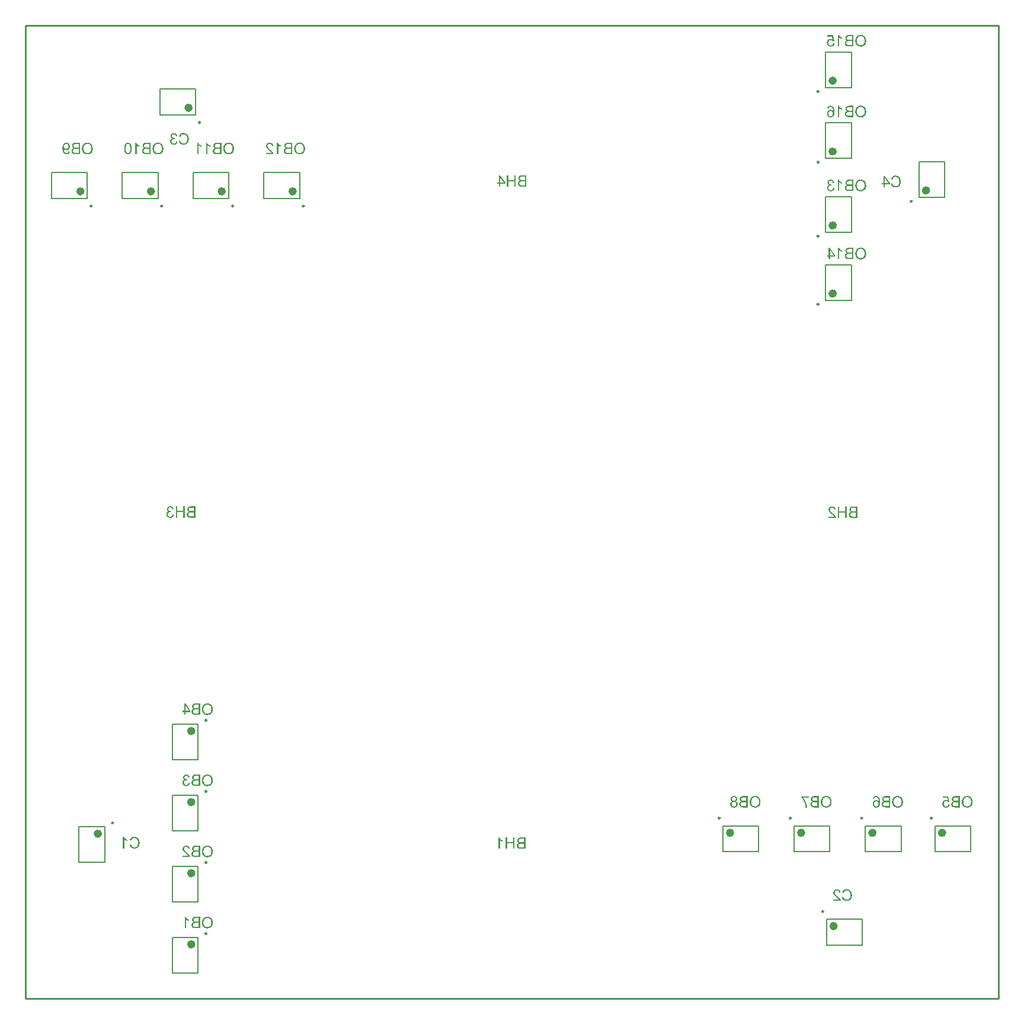
<source format=gbo>
G04 Layer_Color=32896*
%FSLAX25Y25*%
%MOIN*%
G70*
G01*
G75*
%ADD17C,0.01000*%
%ADD21C,0.02362*%
%ADD22C,0.00984*%
%ADD23C,0.00787*%
G36*
X457765Y541985D02*
X457872Y541829D01*
X457989Y541683D01*
X458106Y541546D01*
X458214Y541439D01*
X458301Y541351D01*
X458360Y541292D01*
X458370Y541283D01*
X458380Y541273D01*
X458565Y541117D01*
X458760Y540970D01*
X458955Y540843D01*
X459131Y540736D01*
X459287Y540648D01*
X459355Y540619D01*
X459414Y540590D01*
X459453Y540560D01*
X459492Y540541D01*
X459512Y540531D01*
X459521D01*
Y539760D01*
X459385Y539819D01*
X459238Y539887D01*
X459102Y539946D01*
X458975Y540014D01*
X458868Y540072D01*
X458780Y540121D01*
X458721Y540160D01*
X458711Y540170D01*
X458702D01*
X458536Y540268D01*
X458389Y540375D01*
X458262Y540463D01*
X458155Y540551D01*
X458067Y540619D01*
X457999Y540668D01*
X457960Y540707D01*
X457950Y540717D01*
Y535700D01*
X457160D01*
Y542142D01*
X457677D01*
X457765Y541985D01*
D02*
G37*
G36*
X455012Y538726D02*
X454271Y538618D01*
X454202Y538716D01*
X454124Y538804D01*
X454046Y538882D01*
X453978Y538950D01*
X453909Y538999D01*
X453851Y539038D01*
X453812Y539057D01*
X453802Y539067D01*
X453685Y539126D01*
X453568Y539175D01*
X453451Y539204D01*
X453343Y539233D01*
X453246Y539243D01*
X453177Y539253D01*
X453109D01*
X452894Y539233D01*
X452699Y539194D01*
X452524Y539126D01*
X452387Y539057D01*
X452270Y538989D01*
X452192Y538921D01*
X452143Y538882D01*
X452123Y538862D01*
X451997Y538706D01*
X451899Y538530D01*
X451831Y538355D01*
X451791Y538189D01*
X451762Y538033D01*
X451753Y537964D01*
Y537906D01*
X451743Y537867D01*
Y537828D01*
Y537808D01*
Y537798D01*
X451762Y537545D01*
X451801Y537320D01*
X451870Y537125D01*
X451938Y536959D01*
X452006Y536832D01*
X452075Y536735D01*
X452114Y536676D01*
X452133Y536666D01*
Y536657D01*
X452211Y536578D01*
X452289Y536520D01*
X452445Y536412D01*
X452611Y536344D01*
X452758Y536286D01*
X452894Y536256D01*
X453002Y536247D01*
X453041Y536237D01*
X453099D01*
X453265Y536247D01*
X453421Y536286D01*
X453558Y536334D01*
X453675Y536383D01*
X453773Y536442D01*
X453841Y536481D01*
X453880Y536520D01*
X453900Y536530D01*
X454017Y536657D01*
X454105Y536803D01*
X454183Y536949D01*
X454232Y537096D01*
X454271Y537232D01*
X454300Y537340D01*
X454310Y537379D01*
X454319Y537408D01*
Y537428D01*
Y537437D01*
X455149Y537379D01*
X455129Y537232D01*
X455100Y537086D01*
X455022Y536832D01*
X454915Y536608D01*
X454807Y536422D01*
X454749Y536344D01*
X454700Y536276D01*
X454651Y536217D01*
X454612Y536168D01*
X454573Y536129D01*
X454544Y536100D01*
X454534Y536090D01*
X454524Y536081D01*
X454417Y535993D01*
X454300Y535924D01*
X454183Y535856D01*
X454066Y535798D01*
X453831Y535710D01*
X453607Y535651D01*
X453500Y535632D01*
X453402Y535622D01*
X453314Y535612D01*
X453246Y535602D01*
X453187Y535593D01*
X453099D01*
X452904Y535602D01*
X452719Y535622D01*
X452553Y535661D01*
X452387Y535710D01*
X452241Y535768D01*
X452094Y535837D01*
X451967Y535905D01*
X451860Y535983D01*
X451753Y536051D01*
X451665Y536120D01*
X451587Y536188D01*
X451528Y536247D01*
X451479Y536295D01*
X451440Y536334D01*
X451421Y536354D01*
X451411Y536364D01*
X451323Y536481D01*
X451245Y536608D01*
X451177Y536735D01*
X451118Y536871D01*
X451030Y537115D01*
X450962Y537349D01*
X450942Y537457D01*
X450933Y537554D01*
X450923Y537642D01*
X450913Y537720D01*
X450903Y537779D01*
Y537828D01*
Y537857D01*
Y537867D01*
X450913Y538033D01*
X450933Y538199D01*
X450962Y538345D01*
X450991Y538491D01*
X451040Y538618D01*
X451089Y538745D01*
X451138Y538853D01*
X451196Y538960D01*
X451255Y539048D01*
X451303Y539126D01*
X451352Y539194D01*
X451401Y539253D01*
X451430Y539301D01*
X451460Y539331D01*
X451479Y539350D01*
X451489Y539360D01*
X451596Y539467D01*
X451713Y539555D01*
X451831Y539633D01*
X451957Y539702D01*
X452075Y539760D01*
X452192Y539799D01*
X452416Y539877D01*
X452514Y539897D01*
X452611Y539916D01*
X452689Y539926D01*
X452768Y539936D01*
X452826Y539946D01*
X452904D01*
X453138Y539926D01*
X453363Y539877D01*
X453568Y539819D01*
X453744Y539741D01*
X453900Y539663D01*
X453958Y539633D01*
X454017Y539604D01*
X454056Y539575D01*
X454085Y539555D01*
X454105Y539545D01*
X454114Y539536D01*
X453763Y541263D01*
X451206D01*
Y542015D01*
X454388D01*
X455012Y538726D01*
D02*
G37*
G36*
X465817Y535700D02*
X463152D01*
X462957Y535719D01*
X462781Y535729D01*
X462625Y535749D01*
X462508Y535768D01*
X462420Y535778D01*
X462362Y535798D01*
X462342D01*
X462196Y535846D01*
X462059Y535895D01*
X461932Y535944D01*
X461835Y535993D01*
X461747Y536042D01*
X461688Y536081D01*
X461649Y536100D01*
X461639Y536110D01*
X461542Y536198D01*
X461444Y536295D01*
X461366Y536393D01*
X461298Y536491D01*
X461249Y536578D01*
X461200Y536647D01*
X461181Y536695D01*
X461171Y536715D01*
X461103Y536861D01*
X461054Y537008D01*
X461025Y537154D01*
X460995Y537281D01*
X460985Y537389D01*
X460976Y537476D01*
Y537535D01*
Y537554D01*
X460985Y537759D01*
X461025Y537945D01*
X461073Y538101D01*
X461132Y538247D01*
X461200Y538365D01*
X461249Y538452D01*
X461288Y538501D01*
X461298Y538521D01*
X461425Y538667D01*
X461571Y538784D01*
X461717Y538882D01*
X461864Y538970D01*
X461991Y539028D01*
X462098Y539077D01*
X462137Y539087D01*
X462166Y539096D01*
X462186Y539106D01*
X462196D01*
X462030Y539194D01*
X461893Y539292D01*
X461776Y539380D01*
X461678Y539477D01*
X461610Y539555D01*
X461552Y539623D01*
X461522Y539663D01*
X461513Y539682D01*
X461434Y539819D01*
X461386Y539965D01*
X461347Y540092D01*
X461317Y540209D01*
X461298Y540316D01*
X461288Y540395D01*
Y540443D01*
Y540463D01*
X461298Y540629D01*
X461327Y540785D01*
X461366Y540922D01*
X461415Y541048D01*
X461464Y541156D01*
X461503Y541244D01*
X461532Y541292D01*
X461542Y541312D01*
X461649Y541458D01*
X461757Y541575D01*
X461874Y541683D01*
X461991Y541771D01*
X462088Y541829D01*
X462166Y541878D01*
X462225Y541907D01*
X462235Y541917D01*
X462245D01*
X462420Y541985D01*
X462615Y542034D01*
X462811Y542064D01*
X462996Y542093D01*
X463162Y542103D01*
X463230D01*
X463299Y542112D01*
X465817D01*
Y535700D01*
D02*
G37*
G36*
X470179Y542210D02*
X470423Y542181D01*
X470648Y542132D01*
X470853Y542083D01*
X471048Y542005D01*
X471233Y541937D01*
X471399Y541849D01*
X471556Y541771D01*
X471692Y541683D01*
X471809Y541595D01*
X471907Y541527D01*
X471995Y541458D01*
X472063Y541400D01*
X472112Y541351D01*
X472141Y541322D01*
X472151Y541312D01*
X472297Y541136D01*
X472434Y540951D01*
X472541Y540746D01*
X472639Y540541D01*
X472727Y540336D01*
X472795Y540131D01*
X472844Y539926D01*
X472893Y539731D01*
X472932Y539536D01*
X472951Y539370D01*
X472971Y539214D01*
X472990Y539077D01*
Y538970D01*
X473000Y538882D01*
Y538833D01*
Y538813D01*
X472980Y538501D01*
X472941Y538208D01*
X472883Y537935D01*
X472854Y537818D01*
X472815Y537701D01*
X472785Y537593D01*
X472756Y537496D01*
X472727Y537418D01*
X472697Y537349D01*
X472668Y537291D01*
X472658Y537252D01*
X472639Y537223D01*
Y537213D01*
X472483Y536949D01*
X472317Y536705D01*
X472131Y536510D01*
X471956Y536334D01*
X471800Y536198D01*
X471731Y536149D01*
X471673Y536100D01*
X471624Y536071D01*
X471585Y536042D01*
X471565Y536032D01*
X471556Y536022D01*
X471419Y535944D01*
X471282Y535885D01*
X470999Y535778D01*
X470726Y535700D01*
X470482Y535651D01*
X470365Y535632D01*
X470257Y535612D01*
X470170Y535602D01*
X470091D01*
X470023Y535593D01*
X469935D01*
X469633Y535612D01*
X469340Y535651D01*
X469076Y535719D01*
X468852Y535788D01*
X468745Y535827D01*
X468657Y535856D01*
X468579Y535895D01*
X468510Y535924D01*
X468452Y535944D01*
X468413Y535963D01*
X468393Y535983D01*
X468384D01*
X468130Y536149D01*
X467905Y536334D01*
X467710Y536530D01*
X467554Y536715D01*
X467437Y536881D01*
X467388Y536959D01*
X467339Y537018D01*
X467310Y537076D01*
X467290Y537115D01*
X467271Y537135D01*
Y537145D01*
X467134Y537437D01*
X467037Y537740D01*
X466968Y538033D01*
X466920Y538306D01*
X466900Y538433D01*
X466890Y538540D01*
X466881Y538638D01*
Y538726D01*
X466871Y538794D01*
Y538853D01*
Y538882D01*
Y538892D01*
X466890Y539243D01*
X466929Y539565D01*
X466988Y539858D01*
X467027Y539985D01*
X467056Y540111D01*
X467095Y540219D01*
X467134Y540316D01*
X467164Y540404D01*
X467193Y540473D01*
X467212Y540531D01*
X467232Y540570D01*
X467251Y540599D01*
Y540609D01*
X467408Y540883D01*
X467573Y541117D01*
X467759Y541322D01*
X467935Y541488D01*
X468091Y541615D01*
X468159Y541673D01*
X468218Y541712D01*
X468266Y541751D01*
X468305Y541771D01*
X468325Y541790D01*
X468335D01*
X468471Y541868D01*
X468608Y541937D01*
X468881Y542034D01*
X469155Y542112D01*
X469399Y542171D01*
X469516Y542181D01*
X469613Y542200D01*
X469711Y542210D01*
X469789D01*
X469847Y542220D01*
X469935D01*
X470179Y542210D01*
D02*
G37*
G36*
X457765Y502185D02*
X457872Y502029D01*
X457989Y501883D01*
X458106Y501746D01*
X458214Y501639D01*
X458301Y501551D01*
X458360Y501493D01*
X458370Y501483D01*
X458380Y501473D01*
X458565Y501317D01*
X458760Y501170D01*
X458955Y501044D01*
X459131Y500936D01*
X459287Y500848D01*
X459355Y500819D01*
X459414Y500790D01*
X459453Y500761D01*
X459492Y500741D01*
X459512Y500731D01*
X459521D01*
Y499960D01*
X459385Y500019D01*
X459238Y500087D01*
X459102Y500146D01*
X458975Y500214D01*
X458868Y500273D01*
X458780Y500321D01*
X458721Y500360D01*
X458711Y500370D01*
X458702D01*
X458536Y500468D01*
X458389Y500575D01*
X458262Y500663D01*
X458155Y500751D01*
X458067Y500819D01*
X457999Y500868D01*
X457960Y500907D01*
X457950Y500917D01*
Y495900D01*
X457160D01*
Y502342D01*
X457677D01*
X457765Y502185D01*
D02*
G37*
G36*
X453070Y502332D02*
X453246Y502312D01*
X453412Y502273D01*
X453568Y502224D01*
X453714Y502166D01*
X453841Y502107D01*
X453968Y502039D01*
X454075Y501971D01*
X454173Y501902D01*
X454261Y501834D01*
X454329Y501776D01*
X454397Y501717D01*
X454446Y501668D01*
X454475Y501629D01*
X454495Y501610D01*
X454505Y501600D01*
X454622Y501434D01*
X454729Y501239D01*
X454817Y501044D01*
X454895Y500819D01*
X454963Y500604D01*
X455022Y500380D01*
X455071Y500155D01*
X455100Y499931D01*
X455129Y499726D01*
X455149Y499531D01*
X455168Y499355D01*
X455178Y499199D01*
X455188Y499072D01*
Y498974D01*
Y498945D01*
Y498916D01*
Y498906D01*
Y498896D01*
X455178Y498594D01*
X455159Y498320D01*
X455129Y498057D01*
X455090Y497823D01*
X455042Y497608D01*
X454993Y497413D01*
X454934Y497237D01*
X454876Y497081D01*
X454827Y496944D01*
X454768Y496827D01*
X454719Y496730D01*
X454671Y496652D01*
X454632Y496593D01*
X454602Y496554D01*
X454583Y496525D01*
X454573Y496515D01*
X454456Y496388D01*
X454329Y496281D01*
X454192Y496183D01*
X454056Y496095D01*
X453919Y496027D01*
X453792Y495968D01*
X453656Y495920D01*
X453529Y495881D01*
X453412Y495851D01*
X453304Y495832D01*
X453207Y495812D01*
X453129Y495802D01*
X453060D01*
X453002Y495793D01*
X452963D01*
X452758Y495802D01*
X452563Y495832D01*
X452387Y495881D01*
X452231Y495929D01*
X452114Y495978D01*
X452016Y496027D01*
X451957Y496056D01*
X451938Y496066D01*
X451772Y496183D01*
X451635Y496310D01*
X451509Y496437D01*
X451401Y496564D01*
X451323Y496681D01*
X451264Y496769D01*
X451245Y496808D01*
X451225Y496837D01*
X451216Y496847D01*
Y496856D01*
X451128Y497052D01*
X451059Y497247D01*
X451020Y497442D01*
X450981Y497608D01*
X450962Y497764D01*
Y497823D01*
X450952Y497881D01*
Y497920D01*
Y497950D01*
Y497969D01*
Y497979D01*
X450962Y498145D01*
X450972Y498311D01*
X451001Y498457D01*
X451040Y498603D01*
X451079Y498730D01*
X451128Y498857D01*
X451177Y498965D01*
X451225Y499072D01*
X451284Y499160D01*
X451333Y499238D01*
X451382Y499306D01*
X451421Y499365D01*
X451460Y499414D01*
X451489Y499443D01*
X451499Y499462D01*
X451509Y499472D01*
X451616Y499579D01*
X451723Y499667D01*
X451840Y499745D01*
X451957Y499814D01*
X452065Y499872D01*
X452182Y499911D01*
X452387Y499989D01*
X452572Y500029D01*
X452650Y500038D01*
X452719Y500048D01*
X452777Y500058D01*
X452855D01*
X453021Y500048D01*
X453177Y500029D01*
X453324Y499989D01*
X453451Y499950D01*
X453558Y499911D01*
X453646Y499872D01*
X453695Y499853D01*
X453714Y499843D01*
X453861Y499755D01*
X453997Y499658D01*
X454114Y499550D01*
X454212Y499443D01*
X454300Y499345D01*
X454358Y499267D01*
X454397Y499218D01*
X454407Y499209D01*
Y499375D01*
X454397Y499541D01*
X454388Y499697D01*
X454378Y499843D01*
X454358Y499970D01*
X454339Y500097D01*
X454319Y500204D01*
X454300Y500302D01*
X454280Y500390D01*
X454261Y500468D01*
X454241Y500536D01*
X454222Y500585D01*
X454212Y500624D01*
X454202Y500663D01*
X454192Y500673D01*
Y500682D01*
X454105Y500868D01*
X454007Y501034D01*
X453909Y501170D01*
X453812Y501278D01*
X453734Y501366D01*
X453665Y501434D01*
X453626Y501473D01*
X453607Y501483D01*
X453490Y501551D01*
X453382Y501610D01*
X453265Y501649D01*
X453158Y501668D01*
X453070Y501688D01*
X453002Y501697D01*
X452933D01*
X452768Y501688D01*
X452611Y501649D01*
X452475Y501590D01*
X452358Y501532D01*
X452270Y501463D01*
X452201Y501414D01*
X452153Y501375D01*
X452143Y501356D01*
X452075Y501268D01*
X452016Y501170D01*
X451918Y500946D01*
X451889Y500848D01*
X451860Y500770D01*
X451840Y500712D01*
Y500702D01*
Y500692D01*
X451059Y500751D01*
X451108Y501014D01*
X451196Y501249D01*
X451284Y501444D01*
X451391Y501610D01*
X451489Y501736D01*
X451567Y501834D01*
X451626Y501893D01*
X451635Y501912D01*
X451645D01*
X451743Y501990D01*
X451840Y502059D01*
X452045Y502156D01*
X452250Y502234D01*
X452445Y502293D01*
X452621Y502322D01*
X452699Y502332D01*
X452758D01*
X452816Y502342D01*
X452885D01*
X453070Y502332D01*
D02*
G37*
G36*
X465817Y495900D02*
X463152D01*
X462957Y495920D01*
X462781Y495929D01*
X462625Y495949D01*
X462508Y495968D01*
X462420Y495978D01*
X462362Y495998D01*
X462342D01*
X462196Y496046D01*
X462059Y496095D01*
X461932Y496144D01*
X461835Y496193D01*
X461747Y496242D01*
X461688Y496281D01*
X461649Y496300D01*
X461639Y496310D01*
X461542Y496398D01*
X461444Y496495D01*
X461366Y496593D01*
X461298Y496691D01*
X461249Y496778D01*
X461200Y496847D01*
X461181Y496896D01*
X461171Y496915D01*
X461103Y497061D01*
X461054Y497208D01*
X461025Y497354D01*
X460995Y497481D01*
X460985Y497588D01*
X460976Y497676D01*
Y497735D01*
Y497754D01*
X460985Y497959D01*
X461025Y498145D01*
X461073Y498301D01*
X461132Y498447D01*
X461200Y498564D01*
X461249Y498652D01*
X461288Y498701D01*
X461298Y498721D01*
X461425Y498867D01*
X461571Y498984D01*
X461717Y499082D01*
X461864Y499170D01*
X461991Y499228D01*
X462098Y499277D01*
X462137Y499287D01*
X462166Y499297D01*
X462186Y499306D01*
X462196D01*
X462030Y499394D01*
X461893Y499492D01*
X461776Y499579D01*
X461678Y499677D01*
X461610Y499755D01*
X461552Y499824D01*
X461522Y499863D01*
X461513Y499882D01*
X461434Y500019D01*
X461386Y500165D01*
X461347Y500292D01*
X461317Y500409D01*
X461298Y500517D01*
X461288Y500595D01*
Y500643D01*
Y500663D01*
X461298Y500829D01*
X461327Y500985D01*
X461366Y501122D01*
X461415Y501249D01*
X461464Y501356D01*
X461503Y501444D01*
X461532Y501493D01*
X461542Y501512D01*
X461649Y501658D01*
X461757Y501776D01*
X461874Y501883D01*
X461991Y501971D01*
X462088Y502029D01*
X462166Y502078D01*
X462225Y502107D01*
X462235Y502117D01*
X462245D01*
X462420Y502185D01*
X462615Y502234D01*
X462811Y502263D01*
X462996Y502293D01*
X463162Y502303D01*
X463230D01*
X463299Y502312D01*
X465817D01*
Y495900D01*
D02*
G37*
G36*
X470179Y502410D02*
X470423Y502381D01*
X470648Y502332D01*
X470853Y502283D01*
X471048Y502205D01*
X471233Y502137D01*
X471399Y502049D01*
X471556Y501971D01*
X471692Y501883D01*
X471809Y501795D01*
X471907Y501727D01*
X471995Y501658D01*
X472063Y501600D01*
X472112Y501551D01*
X472141Y501522D01*
X472151Y501512D01*
X472297Y501336D01*
X472434Y501151D01*
X472541Y500946D01*
X472639Y500741D01*
X472727Y500536D01*
X472795Y500331D01*
X472844Y500126D01*
X472893Y499931D01*
X472932Y499736D01*
X472951Y499570D01*
X472971Y499414D01*
X472990Y499277D01*
Y499170D01*
X473000Y499082D01*
Y499033D01*
Y499013D01*
X472980Y498701D01*
X472941Y498408D01*
X472883Y498135D01*
X472854Y498018D01*
X472815Y497901D01*
X472785Y497793D01*
X472756Y497696D01*
X472727Y497618D01*
X472697Y497549D01*
X472668Y497491D01*
X472658Y497452D01*
X472639Y497423D01*
Y497413D01*
X472483Y497149D01*
X472317Y496905D01*
X472131Y496710D01*
X471956Y496534D01*
X471800Y496398D01*
X471731Y496349D01*
X471673Y496300D01*
X471624Y496271D01*
X471585Y496242D01*
X471565Y496232D01*
X471556Y496222D01*
X471419Y496144D01*
X471282Y496085D01*
X470999Y495978D01*
X470726Y495900D01*
X470482Y495851D01*
X470365Y495832D01*
X470257Y495812D01*
X470170Y495802D01*
X470091D01*
X470023Y495793D01*
X469935D01*
X469633Y495812D01*
X469340Y495851D01*
X469076Y495920D01*
X468852Y495988D01*
X468745Y496027D01*
X468657Y496056D01*
X468579Y496095D01*
X468510Y496125D01*
X468452Y496144D01*
X468413Y496164D01*
X468393Y496183D01*
X468384D01*
X468130Y496349D01*
X467905Y496534D01*
X467710Y496730D01*
X467554Y496915D01*
X467437Y497081D01*
X467388Y497159D01*
X467339Y497218D01*
X467310Y497276D01*
X467290Y497315D01*
X467271Y497335D01*
Y497344D01*
X467134Y497637D01*
X467037Y497940D01*
X466968Y498233D01*
X466920Y498506D01*
X466900Y498633D01*
X466890Y498740D01*
X466881Y498838D01*
Y498926D01*
X466871Y498994D01*
Y499052D01*
Y499082D01*
Y499091D01*
X466890Y499443D01*
X466929Y499765D01*
X466988Y500058D01*
X467027Y500185D01*
X467056Y500312D01*
X467095Y500419D01*
X467134Y500517D01*
X467164Y500604D01*
X467193Y500673D01*
X467212Y500731D01*
X467232Y500770D01*
X467251Y500800D01*
Y500809D01*
X467408Y501083D01*
X467573Y501317D01*
X467759Y501522D01*
X467935Y501688D01*
X468091Y501815D01*
X468159Y501873D01*
X468218Y501912D01*
X468266Y501951D01*
X468305Y501971D01*
X468325Y501990D01*
X468335D01*
X468471Y502068D01*
X468608Y502137D01*
X468881Y502234D01*
X469155Y502312D01*
X469399Y502371D01*
X469516Y502381D01*
X469613Y502400D01*
X469711Y502410D01*
X469789D01*
X469847Y502420D01*
X469935D01*
X470179Y502410D01*
D02*
G37*
G36*
X83880Y486922D02*
X84124Y486873D01*
X84348Y486805D01*
X84534Y486727D01*
X84680Y486639D01*
X84739Y486600D01*
X84787Y486571D01*
X84836Y486541D01*
X84865Y486522D01*
X84875Y486512D01*
X84885Y486502D01*
X85061Y486327D01*
X85197Y486131D01*
X85314Y485927D01*
X85392Y485731D01*
X85461Y485556D01*
X85480Y485478D01*
X85500Y485409D01*
X85510Y485360D01*
X85519Y485321D01*
X85529Y485292D01*
Y485282D01*
X84739Y485146D01*
X84699Y485351D01*
X84641Y485526D01*
X84582Y485673D01*
X84514Y485790D01*
X84456Y485887D01*
X84407Y485956D01*
X84368Y485995D01*
X84358Y486005D01*
X84231Y486102D01*
X84104Y486171D01*
X83977Y486229D01*
X83850Y486258D01*
X83753Y486278D01*
X83665Y486297D01*
X83587D01*
X83421Y486288D01*
X83275Y486249D01*
X83148Y486210D01*
X83040Y486151D01*
X82952Y486102D01*
X82884Y486053D01*
X82845Y486014D01*
X82835Y486005D01*
X82738Y485897D01*
X82669Y485770D01*
X82611Y485653D01*
X82582Y485546D01*
X82562Y485439D01*
X82543Y485360D01*
Y485312D01*
Y485302D01*
Y485292D01*
X82562Y485097D01*
X82611Y484931D01*
X82669Y484794D01*
X82748Y484687D01*
X82826Y484599D01*
X82884Y484531D01*
X82933Y484492D01*
X82952Y484482D01*
X83109Y484394D01*
X83265Y484336D01*
X83411Y484287D01*
X83548Y484258D01*
X83675Y484238D01*
X83763Y484228D01*
X83889D01*
X83929Y484238D01*
X83977D01*
X84065Y483545D01*
X83948Y483574D01*
X83841Y483594D01*
X83743Y483604D01*
X83665Y483613D01*
X83597Y483623D01*
X83509D01*
X83314Y483604D01*
X83148Y483565D01*
X82991Y483516D01*
X82865Y483448D01*
X82757Y483379D01*
X82679Y483330D01*
X82640Y483291D01*
X82621Y483272D01*
X82503Y483135D01*
X82416Y482989D01*
X82347Y482833D01*
X82308Y482696D01*
X82279Y482569D01*
X82269Y482472D01*
X82260Y482433D01*
Y482403D01*
Y482393D01*
Y482384D01*
X82279Y482179D01*
X82318Y481993D01*
X82377Y481827D01*
X82445Y481691D01*
X82523Y481574D01*
X82582Y481496D01*
X82621Y481447D01*
X82640Y481427D01*
X82787Y481300D01*
X82943Y481203D01*
X83099Y481144D01*
X83255Y481095D01*
X83382Y481066D01*
X83479Y481056D01*
X83519Y481047D01*
X83577D01*
X83743Y481056D01*
X83899Y481095D01*
X84036Y481144D01*
X84143Y481193D01*
X84241Y481251D01*
X84309Y481291D01*
X84348Y481330D01*
X84368Y481339D01*
X84475Y481466D01*
X84573Y481613D01*
X84651Y481779D01*
X84709Y481935D01*
X84758Y482081D01*
X84787Y482198D01*
X84807Y482237D01*
Y482276D01*
X84817Y482296D01*
Y482306D01*
X85607Y482198D01*
X85588Y482052D01*
X85558Y481915D01*
X85471Y481661D01*
X85373Y481437D01*
X85256Y481242D01*
X85207Y481164D01*
X85149Y481095D01*
X85100Y481037D01*
X85061Y480978D01*
X85022Y480939D01*
X84992Y480910D01*
X84983Y480900D01*
X84973Y480890D01*
X84865Y480803D01*
X84748Y480724D01*
X84641Y480656D01*
X84524Y480607D01*
X84290Y480510D01*
X84065Y480451D01*
X83968Y480432D01*
X83870Y480422D01*
X83792Y480412D01*
X83714Y480402D01*
X83655Y480393D01*
X83577D01*
X83411Y480402D01*
X83245Y480422D01*
X83089Y480441D01*
X82943Y480480D01*
X82806Y480529D01*
X82679Y480578D01*
X82562Y480627D01*
X82455Y480685D01*
X82367Y480734D01*
X82279Y480783D01*
X82201Y480832D01*
X82142Y480881D01*
X82094Y480920D01*
X82064Y480939D01*
X82045Y480959D01*
X82035Y480969D01*
X81928Y481086D01*
X81830Y481203D01*
X81752Y481320D01*
X81684Y481437D01*
X81615Y481554D01*
X81567Y481681D01*
X81498Y481905D01*
X81469Y482003D01*
X81449Y482101D01*
X81440Y482179D01*
X81430Y482257D01*
X81420Y482315D01*
Y482354D01*
Y482384D01*
Y482393D01*
X81430Y482618D01*
X81469Y482823D01*
X81518Y482999D01*
X81576Y483145D01*
X81645Y483262D01*
X81693Y483350D01*
X81732Y483408D01*
X81742Y483428D01*
X81869Y483574D01*
X82016Y483692D01*
X82162Y483789D01*
X82299Y483857D01*
X82425Y483916D01*
X82523Y483945D01*
X82562Y483965D01*
X82591D01*
X82611Y483975D01*
X82621D01*
X82464Y484053D01*
X82328Y484150D01*
X82221Y484238D01*
X82123Y484326D01*
X82055Y484404D01*
X81996Y484463D01*
X81967Y484502D01*
X81957Y484521D01*
X81879Y484648D01*
X81830Y484785D01*
X81791Y484911D01*
X81762Y485029D01*
X81742Y485126D01*
X81732Y485204D01*
Y485253D01*
Y485273D01*
X81742Y485439D01*
X81771Y485585D01*
X81811Y485722D01*
X81850Y485849D01*
X81889Y485946D01*
X81928Y486024D01*
X81957Y486073D01*
X81967Y486093D01*
X82064Y486229D01*
X82172Y486356D01*
X82289Y486463D01*
X82396Y486551D01*
X82494Y486620D01*
X82572Y486668D01*
X82630Y486698D01*
X82640Y486707D01*
X82650D01*
X82816Y486785D01*
X82982Y486844D01*
X83148Y486883D01*
X83294Y486912D01*
X83421Y486932D01*
X83519Y486942D01*
X83743D01*
X83880Y486922D01*
D02*
G37*
G36*
X89297Y487000D02*
X89589Y486961D01*
X89853Y486893D01*
X89970Y486864D01*
X90077Y486825D01*
X90175Y486785D01*
X90272Y486756D01*
X90351Y486717D01*
X90409Y486688D01*
X90468Y486668D01*
X90507Y486649D01*
X90526Y486629D01*
X90536D01*
X90780Y486473D01*
X91005Y486288D01*
X91190Y486102D01*
X91336Y485917D01*
X91463Y485751D01*
X91512Y485683D01*
X91551Y485624D01*
X91580Y485565D01*
X91600Y485526D01*
X91619Y485507D01*
Y485497D01*
X91746Y485214D01*
X91844Y484911D01*
X91902Y484619D01*
X91951Y484345D01*
X91971Y484219D01*
X91980Y484111D01*
X91990Y484004D01*
Y483916D01*
X92000Y483848D01*
Y483799D01*
Y483760D01*
Y483750D01*
X91990Y483408D01*
X91951Y483096D01*
X91893Y482803D01*
X91863Y482667D01*
X91834Y482550D01*
X91805Y482433D01*
X91776Y482335D01*
X91746Y482247D01*
X91717Y482169D01*
X91697Y482110D01*
X91678Y482071D01*
X91668Y482042D01*
Y482032D01*
X91531Y481749D01*
X91366Y481505D01*
X91209Y481291D01*
X91044Y481125D01*
X90907Y480988D01*
X90790Y480890D01*
X90741Y480861D01*
X90712Y480832D01*
X90692Y480822D01*
X90682Y480812D01*
X90556Y480734D01*
X90419Y480676D01*
X90146Y480568D01*
X89863Y480500D01*
X89589Y480441D01*
X89472Y480432D01*
X89355Y480412D01*
X89257Y480402D01*
X89170D01*
X89091Y480393D01*
X88994D01*
X88809Y480402D01*
X88633Y480412D01*
X88311Y480480D01*
X88164Y480519D01*
X88018Y480568D01*
X87891Y480617D01*
X87774Y480666D01*
X87667Y480715D01*
X87579Y480763D01*
X87501Y480812D01*
X87432Y480851D01*
X87374Y480890D01*
X87335Y480920D01*
X87315Y480929D01*
X87305Y480939D01*
X87179Y481047D01*
X87061Y481164D01*
X86866Y481417D01*
X86691Y481681D01*
X86564Y481945D01*
X86505Y482062D01*
X86466Y482169D01*
X86427Y482276D01*
X86388Y482354D01*
X86369Y482433D01*
X86349Y482481D01*
X86339Y482520D01*
Y482530D01*
X87188Y482745D01*
X87266Y482462D01*
X87364Y482208D01*
X87481Y482003D01*
X87589Y481827D01*
X87696Y481701D01*
X87784Y481603D01*
X87842Y481544D01*
X87852Y481535D01*
X87862Y481525D01*
X88057Y481388D01*
X88252Y481291D01*
X88457Y481213D01*
X88643Y481164D01*
X88809Y481134D01*
X88887Y481125D01*
X88945D01*
X88994Y481115D01*
X89062D01*
X89277Y481125D01*
X89482Y481164D01*
X89667Y481213D01*
X89824Y481261D01*
X89960Y481320D01*
X90067Y481359D01*
X90107Y481378D01*
X90136Y481398D01*
X90146Y481408D01*
X90155D01*
X90331Y481535D01*
X90477Y481681D01*
X90604Y481827D01*
X90712Y481984D01*
X90790Y482110D01*
X90839Y482228D01*
X90858Y482267D01*
X90878Y482296D01*
X90887Y482315D01*
Y482325D01*
X90965Y482559D01*
X91024Y482803D01*
X91063Y483047D01*
X91092Y483272D01*
X91102Y483369D01*
X91112Y483457D01*
Y483545D01*
X91122Y483613D01*
Y483672D01*
Y483711D01*
Y483740D01*
Y483750D01*
X91112Y483984D01*
X91092Y484209D01*
X91063Y484414D01*
X91024Y484599D01*
X90985Y484755D01*
X90975Y484824D01*
X90956Y484872D01*
X90946Y484921D01*
X90936Y484951D01*
X90926Y484970D01*
Y484980D01*
X90839Y485195D01*
X90731Y485390D01*
X90614Y485546D01*
X90507Y485683D01*
X90399Y485790D01*
X90311Y485868D01*
X90253Y485917D01*
X90243Y485936D01*
X90233D01*
X90038Y486053D01*
X89833Y486141D01*
X89628Y486210D01*
X89433Y486249D01*
X89257Y486278D01*
X89189Y486288D01*
X89121D01*
X89072Y486297D01*
X89004D01*
X88769Y486288D01*
X88564Y486249D01*
X88379Y486200D01*
X88233Y486141D01*
X88106Y486073D01*
X88018Y486024D01*
X87959Y485985D01*
X87940Y485975D01*
X87784Y485839D01*
X87657Y485683D01*
X87540Y485507D01*
X87452Y485341D01*
X87384Y485195D01*
X87354Y485126D01*
X87325Y485068D01*
X87305Y485019D01*
X87296Y484980D01*
X87286Y484960D01*
Y484951D01*
X86447Y485146D01*
X86564Y485458D01*
X86632Y485604D01*
X86700Y485731D01*
X86778Y485858D01*
X86857Y485975D01*
X86925Y486073D01*
X87003Y486171D01*
X87071Y486249D01*
X87139Y486317D01*
X87208Y486385D01*
X87257Y486434D01*
X87305Y486473D01*
X87335Y486502D01*
X87354Y486512D01*
X87364Y486522D01*
X87491Y486610D01*
X87618Y486688D01*
X87754Y486756D01*
X87891Y486815D01*
X88164Y486903D01*
X88418Y486961D01*
X88535Y486981D01*
X88643Y486990D01*
X88740Y487000D01*
X88818Y487010D01*
X88887Y487020D01*
X88984D01*
X89297Y487000D01*
D02*
G37*
G36*
X137597Y481532D02*
X137753Y481522D01*
X138046Y481463D01*
X138173Y481434D01*
X138300Y481395D01*
X138407Y481346D01*
X138505Y481307D01*
X138593Y481259D01*
X138671Y481219D01*
X138739Y481171D01*
X138797Y481141D01*
X138837Y481112D01*
X138866Y481083D01*
X138885Y481073D01*
X138895Y481063D01*
X138993Y480966D01*
X139071Y480868D01*
X139217Y480644D01*
X139324Y480419D01*
X139403Y480195D01*
X139461Y479999D01*
X139471Y479912D01*
X139490Y479834D01*
X139500Y479775D01*
X139510Y479726D01*
Y479697D01*
Y479687D01*
X138700Y479599D01*
X138680Y479814D01*
X138641Y479999D01*
X138593Y480156D01*
X138524Y480292D01*
X138466Y480400D01*
X138407Y480478D01*
X138368Y480517D01*
X138358Y480536D01*
X138222Y480653D01*
X138075Y480741D01*
X137919Y480800D01*
X137773Y480849D01*
X137646Y480868D01*
X137548Y480878D01*
X137509Y480888D01*
X137451D01*
X137255Y480878D01*
X137080Y480839D01*
X136933Y480790D01*
X136806Y480731D01*
X136709Y480663D01*
X136631Y480614D01*
X136592Y480575D01*
X136572Y480566D01*
X136455Y480439D01*
X136377Y480302D01*
X136318Y480175D01*
X136270Y480048D01*
X136250Y479941D01*
X136240Y479853D01*
X136231Y479795D01*
Y479785D01*
Y479775D01*
X136250Y479609D01*
X136289Y479433D01*
X136348Y479277D01*
X136416Y479131D01*
X136484Y479004D01*
X136543Y478906D01*
X136562Y478867D01*
X136582Y478838D01*
X136601Y478828D01*
Y478819D01*
X136679Y478721D01*
X136767Y478614D01*
X136865Y478506D01*
X136982Y478399D01*
X137216Y478174D01*
X137451Y477950D01*
X137665Y477765D01*
X137763Y477677D01*
X137851Y477608D01*
X137919Y477540D01*
X137968Y477501D01*
X138007Y477472D01*
X138017Y477462D01*
X138251Y477257D01*
X138466Y477072D01*
X138641Y476906D01*
X138788Y476769D01*
X138905Y476652D01*
X138983Y476564D01*
X139032Y476505D01*
X139051Y476496D01*
Y476486D01*
X139178Y476330D01*
X139276Y476183D01*
X139373Y476037D01*
X139442Y475910D01*
X139500Y475793D01*
X139539Y475715D01*
X139559Y475656D01*
X139568Y475647D01*
Y475637D01*
X139598Y475539D01*
X139627Y475442D01*
X139637Y475354D01*
X139647Y475276D01*
X139656Y475207D01*
Y475149D01*
Y475110D01*
Y475100D01*
X135411D01*
Y475851D01*
X138563D01*
X138456Y476008D01*
X138348Y476135D01*
X138300Y476193D01*
X138261Y476232D01*
X138241Y476261D01*
X138231Y476271D01*
X138183Y476320D01*
X138134Y476369D01*
X138007Y476486D01*
X137851Y476623D01*
X137704Y476759D01*
X137558Y476886D01*
X137441Y476984D01*
X137392Y477023D01*
X137353Y477052D01*
X137333Y477072D01*
X137324Y477081D01*
X137168Y477218D01*
X137031Y477335D01*
X136894Y477452D01*
X136777Y477560D01*
X136670Y477667D01*
X136572Y477755D01*
X136475Y477843D01*
X136397Y477921D01*
X136328Y477989D01*
X136270Y478048D01*
X136182Y478135D01*
X136133Y478194D01*
X136113Y478213D01*
X135987Y478370D01*
X135869Y478506D01*
X135782Y478643D01*
X135713Y478760D01*
X135655Y478858D01*
X135616Y478926D01*
X135596Y478975D01*
X135586Y478994D01*
X135528Y479131D01*
X135489Y479268D01*
X135459Y479394D01*
X135440Y479511D01*
X135430Y479609D01*
X135421Y479687D01*
Y479736D01*
Y479755D01*
X135430Y479892D01*
X135440Y480029D01*
X135508Y480273D01*
X135596Y480487D01*
X135694Y480673D01*
X135791Y480819D01*
X135840Y480878D01*
X135879Y480936D01*
X135918Y480975D01*
X135948Y481005D01*
X135957Y481015D01*
X135967Y481024D01*
X136074Y481112D01*
X136182Y481200D01*
X136299Y481268D01*
X136426Y481327D01*
X136670Y481415D01*
X136904Y481473D01*
X137011Y481503D01*
X137109Y481512D01*
X137197Y481522D01*
X137275Y481532D01*
X137343Y481542D01*
X137431D01*
X137597Y481532D01*
D02*
G37*
G36*
X142165Y481385D02*
X142272Y481229D01*
X142389Y481083D01*
X142506Y480946D01*
X142614Y480839D01*
X142701Y480751D01*
X142760Y480692D01*
X142770Y480683D01*
X142780Y480673D01*
X142965Y480517D01*
X143160Y480370D01*
X143355Y480243D01*
X143531Y480136D01*
X143687Y480048D01*
X143755Y480019D01*
X143814Y479990D01*
X143853Y479960D01*
X143892Y479941D01*
X143912Y479931D01*
X143921D01*
Y479160D01*
X143785Y479219D01*
X143638Y479287D01*
X143502Y479346D01*
X143375Y479414D01*
X143268Y479472D01*
X143180Y479521D01*
X143121Y479560D01*
X143111Y479570D01*
X143102D01*
X142936Y479668D01*
X142789Y479775D01*
X142662Y479863D01*
X142555Y479951D01*
X142467Y480019D01*
X142399Y480068D01*
X142360Y480107D01*
X142350Y480117D01*
Y475100D01*
X141560D01*
Y481542D01*
X142077D01*
X142165Y481385D01*
D02*
G37*
G36*
X102265D02*
X102372Y481229D01*
X102489Y481083D01*
X102606Y480946D01*
X102714Y480839D01*
X102801Y480751D01*
X102860Y480692D01*
X102870Y480683D01*
X102880Y480673D01*
X103065Y480517D01*
X103260Y480370D01*
X103455Y480243D01*
X103631Y480136D01*
X103787Y480048D01*
X103856Y480019D01*
X103914Y479990D01*
X103953Y479960D01*
X103992Y479941D01*
X104012Y479931D01*
X104021D01*
Y479160D01*
X103885Y479219D01*
X103738Y479287D01*
X103602Y479346D01*
X103475Y479414D01*
X103367Y479472D01*
X103280Y479521D01*
X103221Y479560D01*
X103211Y479570D01*
X103202D01*
X103036Y479668D01*
X102889Y479775D01*
X102762Y479863D01*
X102655Y479951D01*
X102567Y480019D01*
X102499Y480068D01*
X102460Y480107D01*
X102450Y480117D01*
Y475100D01*
X101660D01*
Y481542D01*
X102177D01*
X102265Y481385D01*
D02*
G37*
G36*
X97287D02*
X97394Y481229D01*
X97512Y481083D01*
X97629Y480946D01*
X97736Y480839D01*
X97824Y480751D01*
X97882Y480692D01*
X97892Y480683D01*
X97902Y480673D01*
X98087Y480517D01*
X98283Y480370D01*
X98478Y480243D01*
X98653Y480136D01*
X98810Y480048D01*
X98878Y480019D01*
X98936Y479990D01*
X98975Y479960D01*
X99015Y479941D01*
X99034Y479931D01*
X99044D01*
Y479160D01*
X98907Y479219D01*
X98761Y479287D01*
X98624Y479346D01*
X98497Y479414D01*
X98390Y479472D01*
X98302Y479521D01*
X98243Y479560D01*
X98234Y479570D01*
X98224D01*
X98058Y479668D01*
X97912Y479775D01*
X97785Y479863D01*
X97677Y479951D01*
X97590Y480019D01*
X97521Y480068D01*
X97482Y480107D01*
X97473Y480117D01*
Y475100D01*
X96682D01*
Y481542D01*
X97199D01*
X97287Y481385D01*
D02*
G37*
G36*
X62465D02*
X62572Y481229D01*
X62689Y481083D01*
X62806Y480946D01*
X62914Y480839D01*
X63001Y480751D01*
X63060Y480692D01*
X63070Y480683D01*
X63080Y480673D01*
X63265Y480517D01*
X63460Y480370D01*
X63655Y480243D01*
X63831Y480136D01*
X63987Y480048D01*
X64056Y480019D01*
X64114Y479990D01*
X64153Y479960D01*
X64192Y479941D01*
X64212Y479931D01*
X64221D01*
Y479160D01*
X64085Y479219D01*
X63938Y479287D01*
X63802Y479346D01*
X63675Y479414D01*
X63568Y479472D01*
X63480Y479521D01*
X63421Y479560D01*
X63411Y479570D01*
X63402D01*
X63236Y479668D01*
X63089Y479775D01*
X62962Y479863D01*
X62855Y479951D01*
X62767Y480019D01*
X62699Y480068D01*
X62660Y480107D01*
X62650Y480117D01*
Y475100D01*
X61860D01*
Y481542D01*
X62377D01*
X62465Y481385D01*
D02*
G37*
G36*
X23272Y481532D02*
X23428Y481512D01*
X23575Y481483D01*
X23711Y481454D01*
X23955Y481356D01*
X24063Y481298D01*
X24160Y481249D01*
X24258Y481190D01*
X24336Y481132D01*
X24404Y481083D01*
X24453Y481044D01*
X24502Y481005D01*
X24531Y480975D01*
X24551Y480956D01*
X24561Y480946D01*
X24658Y480829D01*
X24746Y480712D01*
X24824Y480585D01*
X24883Y480448D01*
X24941Y480322D01*
X24990Y480185D01*
X25058Y479941D01*
X25078Y479824D01*
X25097Y479716D01*
X25107Y479619D01*
X25117Y479541D01*
X25127Y479472D01*
Y479414D01*
Y479385D01*
Y479375D01*
X25117Y479199D01*
X25107Y479033D01*
X25078Y478887D01*
X25039Y478741D01*
X25000Y478604D01*
X24951Y478477D01*
X24902Y478360D01*
X24853Y478262D01*
X24804Y478165D01*
X24756Y478087D01*
X24707Y478018D01*
X24668Y477960D01*
X24629Y477911D01*
X24600Y477882D01*
X24590Y477862D01*
X24580Y477852D01*
X24473Y477755D01*
X24365Y477667D01*
X24248Y477589D01*
X24141Y477521D01*
X24024Y477462D01*
X23916Y477413D01*
X23702Y477345D01*
X23516Y477306D01*
X23438Y477296D01*
X23370Y477286D01*
X23311Y477277D01*
X23233D01*
X23057Y477286D01*
X22892Y477316D01*
X22745Y477345D01*
X22618Y477394D01*
X22511Y477433D01*
X22423Y477462D01*
X22374Y477491D01*
X22355Y477501D01*
X22208Y477599D01*
X22081Y477696D01*
X21964Y477804D01*
X21877Y477901D01*
X21798Y477979D01*
X21750Y478057D01*
X21711Y478096D01*
X21701Y478116D01*
Y478048D01*
Y477999D01*
Y477969D01*
Y477960D01*
Y477774D01*
X21720Y477599D01*
X21740Y477442D01*
X21759Y477296D01*
X21779Y477169D01*
X21798Y477072D01*
X21808Y477042D01*
Y477013D01*
X21818Y477003D01*
Y476993D01*
X21867Y476827D01*
X21915Y476681D01*
X21964Y476554D01*
X22003Y476447D01*
X22052Y476359D01*
X22081Y476291D01*
X22101Y476252D01*
X22111Y476242D01*
X22179Y476144D01*
X22257Y476056D01*
X22325Y475978D01*
X22403Y475920D01*
X22462Y475871D01*
X22511Y475832D01*
X22550Y475812D01*
X22560Y475803D01*
X22667Y475744D01*
X22774Y475705D01*
X22882Y475676D01*
X22979Y475656D01*
X23067Y475647D01*
X23135Y475637D01*
X23194D01*
X23350Y475647D01*
X23487Y475676D01*
X23604Y475715D01*
X23702Y475754D01*
X23789Y475793D01*
X23848Y475832D01*
X23887Y475861D01*
X23897Y475871D01*
X23994Y475969D01*
X24072Y476095D01*
X24131Y476222D01*
X24180Y476349D01*
X24219Y476457D01*
X24238Y476554D01*
X24248Y476593D01*
X24258Y476623D01*
Y476632D01*
Y476642D01*
X25009Y476583D01*
X24961Y476310D01*
X24883Y476076D01*
X24795Y475871D01*
X24697Y475705D01*
X24600Y475578D01*
X24521Y475481D01*
X24463Y475422D01*
X24453Y475412D01*
X24443Y475403D01*
X24248Y475266D01*
X24053Y475168D01*
X23848Y475090D01*
X23653Y475041D01*
X23477Y475012D01*
X23399Y475002D01*
X23340D01*
X23282Y474993D01*
X23214D01*
X22960Y475012D01*
X22716Y475051D01*
X22511Y475110D01*
X22325Y475178D01*
X22179Y475246D01*
X22120Y475276D01*
X22072Y475305D01*
X22023Y475334D01*
X21994Y475344D01*
X21984Y475363D01*
X21974D01*
X21789Y475520D01*
X21632Y475695D01*
X21496Y475881D01*
X21379Y476066D01*
X21291Y476222D01*
X21262Y476291D01*
X21232Y476359D01*
X21213Y476408D01*
X21193Y476447D01*
X21183Y476466D01*
Y476476D01*
X21135Y476623D01*
X21096Y476769D01*
X21027Y477091D01*
X20979Y477423D01*
X20940Y477735D01*
X20930Y477882D01*
X20920Y478009D01*
Y478135D01*
X20910Y478233D01*
Y478321D01*
Y478379D01*
Y478428D01*
Y478438D01*
Y478653D01*
X20920Y478858D01*
X20940Y479043D01*
X20949Y479219D01*
X20969Y479375D01*
X20998Y479521D01*
X21018Y479658D01*
X21047Y479775D01*
X21076Y479882D01*
X21096Y479980D01*
X21115Y480058D01*
X21145Y480117D01*
X21154Y480165D01*
X21174Y480204D01*
X21183Y480224D01*
Y480234D01*
X21291Y480458D01*
X21418Y480653D01*
X21554Y480810D01*
X21681Y480956D01*
X21798Y481063D01*
X21886Y481141D01*
X21925Y481161D01*
X21955Y481180D01*
X21964Y481200D01*
X21974D01*
X22169Y481317D01*
X22374Y481395D01*
X22560Y481454D01*
X22735Y481503D01*
X22892Y481522D01*
X22960Y481532D01*
X23009D01*
X23057Y481542D01*
X23116D01*
X23272Y481532D01*
D02*
G37*
G36*
X150217Y475100D02*
X147552D01*
X147357Y475119D01*
X147181Y475129D01*
X147025Y475149D01*
X146908Y475168D01*
X146820Y475178D01*
X146762Y475198D01*
X146742D01*
X146596Y475246D01*
X146459Y475295D01*
X146332Y475344D01*
X146235Y475393D01*
X146147Y475442D01*
X146088Y475481D01*
X146049Y475500D01*
X146039Y475510D01*
X145942Y475598D01*
X145844Y475695D01*
X145766Y475793D01*
X145698Y475891D01*
X145649Y475978D01*
X145600Y476047D01*
X145581Y476095D01*
X145571Y476115D01*
X145503Y476261D01*
X145454Y476408D01*
X145424Y476554D01*
X145395Y476681D01*
X145385Y476789D01*
X145376Y476876D01*
Y476935D01*
Y476954D01*
X145385Y477159D01*
X145424Y477345D01*
X145473Y477501D01*
X145532Y477647D01*
X145600Y477765D01*
X145649Y477852D01*
X145688Y477901D01*
X145698Y477921D01*
X145825Y478067D01*
X145971Y478184D01*
X146117Y478282D01*
X146264Y478370D01*
X146391Y478428D01*
X146498Y478477D01*
X146537Y478487D01*
X146566Y478497D01*
X146586Y478506D01*
X146596D01*
X146430Y478594D01*
X146293Y478692D01*
X146176Y478780D01*
X146078Y478877D01*
X146010Y478955D01*
X145951Y479024D01*
X145922Y479063D01*
X145913Y479082D01*
X145834Y479219D01*
X145786Y479365D01*
X145747Y479492D01*
X145717Y479609D01*
X145698Y479716D01*
X145688Y479795D01*
Y479843D01*
Y479863D01*
X145698Y480029D01*
X145727Y480185D01*
X145766Y480322D01*
X145815Y480448D01*
X145864Y480556D01*
X145903Y480644D01*
X145932Y480692D01*
X145942Y480712D01*
X146049Y480858D01*
X146157Y480975D01*
X146274Y481083D01*
X146391Y481171D01*
X146488Y481229D01*
X146566Y481278D01*
X146625Y481307D01*
X146635Y481317D01*
X146644D01*
X146820Y481385D01*
X147015Y481434D01*
X147211Y481463D01*
X147396Y481493D01*
X147562Y481503D01*
X147630D01*
X147699Y481512D01*
X150217D01*
Y475100D01*
D02*
G37*
G36*
X110317D02*
X107652D01*
X107457Y475119D01*
X107281Y475129D01*
X107125Y475149D01*
X107008Y475168D01*
X106920Y475178D01*
X106862Y475198D01*
X106842D01*
X106696Y475246D01*
X106559Y475295D01*
X106432Y475344D01*
X106335Y475393D01*
X106247Y475442D01*
X106188Y475481D01*
X106149Y475500D01*
X106139Y475510D01*
X106042Y475598D01*
X105944Y475695D01*
X105866Y475793D01*
X105798Y475891D01*
X105749Y475978D01*
X105700Y476047D01*
X105681Y476095D01*
X105671Y476115D01*
X105603Y476261D01*
X105554Y476408D01*
X105525Y476554D01*
X105495Y476681D01*
X105485Y476789D01*
X105476Y476876D01*
Y476935D01*
Y476954D01*
X105485Y477159D01*
X105525Y477345D01*
X105573Y477501D01*
X105632Y477647D01*
X105700Y477765D01*
X105749Y477852D01*
X105788Y477901D01*
X105798Y477921D01*
X105925Y478067D01*
X106071Y478184D01*
X106217Y478282D01*
X106364Y478370D01*
X106491Y478428D01*
X106598Y478477D01*
X106637Y478487D01*
X106666Y478497D01*
X106686Y478506D01*
X106696D01*
X106530Y478594D01*
X106393Y478692D01*
X106276Y478780D01*
X106178Y478877D01*
X106110Y478955D01*
X106052Y479024D01*
X106022Y479063D01*
X106012Y479082D01*
X105934Y479219D01*
X105886Y479365D01*
X105847Y479492D01*
X105817Y479609D01*
X105798Y479716D01*
X105788Y479795D01*
Y479843D01*
Y479863D01*
X105798Y480029D01*
X105827Y480185D01*
X105866Y480322D01*
X105915Y480448D01*
X105964Y480556D01*
X106003Y480644D01*
X106032Y480692D01*
X106042Y480712D01*
X106149Y480858D01*
X106256Y480975D01*
X106374Y481083D01*
X106491Y481171D01*
X106588Y481229D01*
X106666Y481278D01*
X106725Y481307D01*
X106735Y481317D01*
X106745D01*
X106920Y481385D01*
X107115Y481434D01*
X107311Y481463D01*
X107496Y481493D01*
X107662Y481503D01*
X107730D01*
X107799Y481512D01*
X110317D01*
Y475100D01*
D02*
G37*
G36*
X70517D02*
X67852D01*
X67657Y475119D01*
X67481Y475129D01*
X67325Y475149D01*
X67208Y475168D01*
X67120Y475178D01*
X67062Y475198D01*
X67042D01*
X66896Y475246D01*
X66759Y475295D01*
X66632Y475344D01*
X66535Y475393D01*
X66447Y475442D01*
X66388Y475481D01*
X66349Y475500D01*
X66339Y475510D01*
X66242Y475598D01*
X66144Y475695D01*
X66066Y475793D01*
X65998Y475891D01*
X65949Y475978D01*
X65900Y476047D01*
X65881Y476095D01*
X65871Y476115D01*
X65803Y476261D01*
X65754Y476408D01*
X65724Y476554D01*
X65695Y476681D01*
X65685Y476789D01*
X65676Y476876D01*
Y476935D01*
Y476954D01*
X65685Y477159D01*
X65724Y477345D01*
X65773Y477501D01*
X65832Y477647D01*
X65900Y477765D01*
X65949Y477852D01*
X65988Y477901D01*
X65998Y477921D01*
X66125Y478067D01*
X66271Y478184D01*
X66417Y478282D01*
X66564Y478370D01*
X66691Y478428D01*
X66798Y478477D01*
X66837Y478487D01*
X66866Y478497D01*
X66886Y478506D01*
X66896D01*
X66730Y478594D01*
X66593Y478692D01*
X66476Y478780D01*
X66378Y478877D01*
X66310Y478955D01*
X66251Y479024D01*
X66222Y479063D01*
X66212Y479082D01*
X66134Y479219D01*
X66086Y479365D01*
X66047Y479492D01*
X66017Y479609D01*
X65998Y479716D01*
X65988Y479795D01*
Y479843D01*
Y479863D01*
X65998Y480029D01*
X66027Y480185D01*
X66066Y480322D01*
X66115Y480448D01*
X66164Y480556D01*
X66203Y480644D01*
X66232Y480692D01*
X66242Y480712D01*
X66349Y480858D01*
X66457Y480975D01*
X66574Y481083D01*
X66691Y481171D01*
X66788Y481229D01*
X66866Y481278D01*
X66925Y481307D01*
X66935Y481317D01*
X66944D01*
X67120Y481385D01*
X67315Y481434D01*
X67511Y481463D01*
X67696Y481493D01*
X67862Y481503D01*
X67930D01*
X67999Y481512D01*
X70517D01*
Y475100D01*
D02*
G37*
G36*
X30817D02*
X28152D01*
X27957Y475119D01*
X27781Y475129D01*
X27625Y475149D01*
X27508Y475168D01*
X27420Y475178D01*
X27362Y475198D01*
X27342D01*
X27196Y475246D01*
X27059Y475295D01*
X26932Y475344D01*
X26835Y475393D01*
X26747Y475442D01*
X26688Y475481D01*
X26649Y475500D01*
X26639Y475510D01*
X26542Y475598D01*
X26444Y475695D01*
X26366Y475793D01*
X26298Y475891D01*
X26249Y475978D01*
X26200Y476047D01*
X26181Y476095D01*
X26171Y476115D01*
X26103Y476261D01*
X26054Y476408D01*
X26024Y476554D01*
X25995Y476681D01*
X25985Y476789D01*
X25976Y476876D01*
Y476935D01*
Y476954D01*
X25985Y477159D01*
X26024Y477345D01*
X26073Y477501D01*
X26132Y477647D01*
X26200Y477765D01*
X26249Y477852D01*
X26288Y477901D01*
X26298Y477921D01*
X26425Y478067D01*
X26571Y478184D01*
X26717Y478282D01*
X26864Y478370D01*
X26991Y478428D01*
X27098Y478477D01*
X27137Y478487D01*
X27166Y478497D01*
X27186Y478506D01*
X27196D01*
X27030Y478594D01*
X26893Y478692D01*
X26776Y478780D01*
X26678Y478877D01*
X26610Y478955D01*
X26551Y479024D01*
X26522Y479063D01*
X26513Y479082D01*
X26434Y479219D01*
X26386Y479365D01*
X26347Y479492D01*
X26317Y479609D01*
X26298Y479716D01*
X26288Y479795D01*
Y479843D01*
Y479863D01*
X26298Y480029D01*
X26327Y480185D01*
X26366Y480322D01*
X26415Y480448D01*
X26464Y480556D01*
X26503Y480644D01*
X26532Y480692D01*
X26542Y480712D01*
X26649Y480858D01*
X26757Y480975D01*
X26874Y481083D01*
X26991Y481171D01*
X27088Y481229D01*
X27166Y481278D01*
X27225Y481307D01*
X27235Y481317D01*
X27244D01*
X27420Y481385D01*
X27615Y481434D01*
X27811Y481463D01*
X27996Y481493D01*
X28162Y481503D01*
X28230D01*
X28299Y481512D01*
X30817D01*
Y475100D01*
D02*
G37*
G36*
X154579Y481610D02*
X154823Y481581D01*
X155048Y481532D01*
X155253Y481483D01*
X155448Y481405D01*
X155633Y481337D01*
X155799Y481249D01*
X155956Y481171D01*
X156092Y481083D01*
X156209Y480995D01*
X156307Y480927D01*
X156395Y480858D01*
X156463Y480800D01*
X156512Y480751D01*
X156541Y480722D01*
X156551Y480712D01*
X156697Y480536D01*
X156834Y480351D01*
X156941Y480146D01*
X157039Y479941D01*
X157127Y479736D01*
X157195Y479531D01*
X157244Y479326D01*
X157293Y479131D01*
X157332Y478936D01*
X157351Y478770D01*
X157371Y478614D01*
X157390Y478477D01*
Y478370D01*
X157400Y478282D01*
Y478233D01*
Y478213D01*
X157380Y477901D01*
X157341Y477608D01*
X157283Y477335D01*
X157254Y477218D01*
X157215Y477101D01*
X157185Y476993D01*
X157156Y476896D01*
X157127Y476818D01*
X157097Y476749D01*
X157068Y476691D01*
X157058Y476652D01*
X157039Y476623D01*
Y476613D01*
X156883Y476349D01*
X156717Y476105D01*
X156531Y475910D01*
X156356Y475734D01*
X156200Y475598D01*
X156131Y475549D01*
X156073Y475500D01*
X156024Y475471D01*
X155985Y475442D01*
X155965Y475432D01*
X155956Y475422D01*
X155819Y475344D01*
X155682Y475285D01*
X155399Y475178D01*
X155126Y475100D01*
X154882Y475051D01*
X154765Y475032D01*
X154657Y475012D01*
X154570Y475002D01*
X154491D01*
X154423Y474993D01*
X154335D01*
X154033Y475012D01*
X153740Y475051D01*
X153477Y475119D01*
X153252Y475188D01*
X153145Y475227D01*
X153057Y475256D01*
X152979Y475295D01*
X152910Y475324D01*
X152852Y475344D01*
X152813Y475363D01*
X152793Y475383D01*
X152784D01*
X152530Y475549D01*
X152305Y475734D01*
X152110Y475930D01*
X151954Y476115D01*
X151837Y476281D01*
X151788Y476359D01*
X151739Y476418D01*
X151710Y476476D01*
X151690Y476515D01*
X151671Y476535D01*
Y476545D01*
X151534Y476837D01*
X151437Y477140D01*
X151368Y477433D01*
X151320Y477706D01*
X151300Y477833D01*
X151290Y477940D01*
X151280Y478038D01*
Y478126D01*
X151271Y478194D01*
Y478253D01*
Y478282D01*
Y478292D01*
X151290Y478643D01*
X151329Y478965D01*
X151388Y479258D01*
X151427Y479385D01*
X151456Y479511D01*
X151495Y479619D01*
X151534Y479716D01*
X151564Y479804D01*
X151593Y479873D01*
X151612Y479931D01*
X151632Y479970D01*
X151651Y479999D01*
Y480009D01*
X151807Y480283D01*
X151973Y480517D01*
X152159Y480722D01*
X152335Y480888D01*
X152491Y481015D01*
X152559Y481073D01*
X152618Y481112D01*
X152666Y481151D01*
X152705Y481171D01*
X152725Y481190D01*
X152735D01*
X152871Y481268D01*
X153008Y481337D01*
X153281Y481434D01*
X153555Y481512D01*
X153799Y481571D01*
X153916Y481581D01*
X154013Y481600D01*
X154111Y481610D01*
X154189D01*
X154247Y481620D01*
X154335D01*
X154579Y481610D01*
D02*
G37*
G36*
X114679D02*
X114923Y481581D01*
X115148Y481532D01*
X115353Y481483D01*
X115548Y481405D01*
X115733Y481337D01*
X115899Y481249D01*
X116056Y481171D01*
X116192Y481083D01*
X116309Y480995D01*
X116407Y480927D01*
X116495Y480858D01*
X116563Y480800D01*
X116612Y480751D01*
X116641Y480722D01*
X116651Y480712D01*
X116797Y480536D01*
X116934Y480351D01*
X117041Y480146D01*
X117139Y479941D01*
X117227Y479736D01*
X117295Y479531D01*
X117344Y479326D01*
X117393Y479131D01*
X117432Y478936D01*
X117451Y478770D01*
X117471Y478614D01*
X117490Y478477D01*
Y478370D01*
X117500Y478282D01*
Y478233D01*
Y478213D01*
X117481Y477901D01*
X117441Y477608D01*
X117383Y477335D01*
X117354Y477218D01*
X117315Y477101D01*
X117285Y476993D01*
X117256Y476896D01*
X117227Y476818D01*
X117197Y476749D01*
X117168Y476691D01*
X117158Y476652D01*
X117139Y476623D01*
Y476613D01*
X116983Y476349D01*
X116817Y476105D01*
X116631Y475910D01*
X116456Y475734D01*
X116299Y475598D01*
X116231Y475549D01*
X116173Y475500D01*
X116124Y475471D01*
X116085Y475442D01*
X116065Y475432D01*
X116056Y475422D01*
X115919Y475344D01*
X115782Y475285D01*
X115499Y475178D01*
X115226Y475100D01*
X114982Y475051D01*
X114865Y475032D01*
X114757Y475012D01*
X114670Y475002D01*
X114592D01*
X114523Y474993D01*
X114435D01*
X114133Y475012D01*
X113840Y475051D01*
X113576Y475119D01*
X113352Y475188D01*
X113245Y475227D01*
X113157Y475256D01*
X113079Y475295D01*
X113010Y475324D01*
X112952Y475344D01*
X112913Y475363D01*
X112893Y475383D01*
X112883D01*
X112630Y475549D01*
X112405Y475734D01*
X112210Y475930D01*
X112054Y476115D01*
X111937Y476281D01*
X111888Y476359D01*
X111839Y476418D01*
X111810Y476476D01*
X111790Y476515D01*
X111771Y476535D01*
Y476545D01*
X111634Y476837D01*
X111537Y477140D01*
X111468Y477433D01*
X111419Y477706D01*
X111400Y477833D01*
X111390Y477940D01*
X111381Y478038D01*
Y478126D01*
X111371Y478194D01*
Y478253D01*
Y478282D01*
Y478292D01*
X111390Y478643D01*
X111429Y478965D01*
X111488Y479258D01*
X111527Y479385D01*
X111556Y479511D01*
X111595Y479619D01*
X111634Y479716D01*
X111663Y479804D01*
X111693Y479873D01*
X111712Y479931D01*
X111732Y479970D01*
X111751Y479999D01*
Y480009D01*
X111907Y480283D01*
X112073Y480517D01*
X112259Y480722D01*
X112435Y480888D01*
X112591Y481015D01*
X112659Y481073D01*
X112718Y481112D01*
X112766Y481151D01*
X112805Y481171D01*
X112825Y481190D01*
X112835D01*
X112971Y481268D01*
X113108Y481337D01*
X113381Y481434D01*
X113655Y481512D01*
X113899Y481571D01*
X114016Y481581D01*
X114113Y481600D01*
X114211Y481610D01*
X114289D01*
X114348Y481620D01*
X114435D01*
X114679Y481610D01*
D02*
G37*
G36*
X74879D02*
X75123Y481581D01*
X75348Y481532D01*
X75553Y481483D01*
X75748Y481405D01*
X75933Y481337D01*
X76099Y481249D01*
X76256Y481171D01*
X76392Y481083D01*
X76509Y480995D01*
X76607Y480927D01*
X76695Y480858D01*
X76763Y480800D01*
X76812Y480751D01*
X76841Y480722D01*
X76851Y480712D01*
X76997Y480536D01*
X77134Y480351D01*
X77241Y480146D01*
X77339Y479941D01*
X77427Y479736D01*
X77495Y479531D01*
X77544Y479326D01*
X77593Y479131D01*
X77632Y478936D01*
X77651Y478770D01*
X77671Y478614D01*
X77690Y478477D01*
Y478370D01*
X77700Y478282D01*
Y478233D01*
Y478213D01*
X77680Y477901D01*
X77641Y477608D01*
X77583Y477335D01*
X77554Y477218D01*
X77515Y477101D01*
X77485Y476993D01*
X77456Y476896D01*
X77427Y476818D01*
X77397Y476749D01*
X77368Y476691D01*
X77358Y476652D01*
X77339Y476623D01*
Y476613D01*
X77183Y476349D01*
X77017Y476105D01*
X76831Y475910D01*
X76656Y475734D01*
X76499Y475598D01*
X76431Y475549D01*
X76373Y475500D01*
X76324Y475471D01*
X76285Y475442D01*
X76265Y475432D01*
X76256Y475422D01*
X76119Y475344D01*
X75982Y475285D01*
X75699Y475178D01*
X75426Y475100D01*
X75182Y475051D01*
X75065Y475032D01*
X74957Y475012D01*
X74870Y475002D01*
X74792D01*
X74723Y474993D01*
X74635D01*
X74333Y475012D01*
X74040Y475051D01*
X73777Y475119D01*
X73552Y475188D01*
X73445Y475227D01*
X73357Y475256D01*
X73279Y475295D01*
X73210Y475324D01*
X73152Y475344D01*
X73113Y475363D01*
X73093Y475383D01*
X73084D01*
X72830Y475549D01*
X72605Y475734D01*
X72410Y475930D01*
X72254Y476115D01*
X72137Y476281D01*
X72088Y476359D01*
X72039Y476418D01*
X72010Y476476D01*
X71990Y476515D01*
X71971Y476535D01*
Y476545D01*
X71834Y476837D01*
X71737Y477140D01*
X71668Y477433D01*
X71619Y477706D01*
X71600Y477833D01*
X71590Y477940D01*
X71580Y478038D01*
Y478126D01*
X71571Y478194D01*
Y478253D01*
Y478282D01*
Y478292D01*
X71590Y478643D01*
X71629Y478965D01*
X71688Y479258D01*
X71727Y479385D01*
X71756Y479511D01*
X71795Y479619D01*
X71834Y479716D01*
X71864Y479804D01*
X71893Y479873D01*
X71912Y479931D01*
X71932Y479970D01*
X71951Y479999D01*
Y480009D01*
X72107Y480283D01*
X72273Y480517D01*
X72459Y480722D01*
X72635Y480888D01*
X72791Y481015D01*
X72859Y481073D01*
X72918Y481112D01*
X72966Y481151D01*
X73005Y481171D01*
X73025Y481190D01*
X73035D01*
X73171Y481268D01*
X73308Y481337D01*
X73581Y481434D01*
X73855Y481512D01*
X74099Y481571D01*
X74216Y481581D01*
X74313Y481600D01*
X74411Y481610D01*
X74489D01*
X74547Y481620D01*
X74635D01*
X74879Y481610D01*
D02*
G37*
G36*
X58014Y481522D02*
X58239Y481483D01*
X58443Y481425D01*
X58609Y481356D01*
X58746Y481278D01*
X58844Y481219D01*
X58883Y481200D01*
X58912Y481180D01*
X58922Y481161D01*
X58931D01*
X59097Y481005D01*
X59234Y480839D01*
X59351Y480663D01*
X59449Y480487D01*
X59527Y480331D01*
X59556Y480263D01*
X59576Y480204D01*
X59595Y480156D01*
X59615Y480117D01*
X59624Y480097D01*
Y480087D01*
X59663Y479951D01*
X59703Y479814D01*
X59751Y479511D01*
X59790Y479209D01*
X59820Y478916D01*
X59829Y478780D01*
X59839Y478653D01*
Y478545D01*
X59849Y478448D01*
Y478370D01*
Y478311D01*
Y478272D01*
Y478262D01*
X59839Y477940D01*
X59820Y477628D01*
X59790Y477355D01*
X59751Y477091D01*
X59703Y476857D01*
X59654Y476642D01*
X59595Y476447D01*
X59537Y476281D01*
X59478Y476125D01*
X59420Y475998D01*
X59371Y475891D01*
X59322Y475803D01*
X59283Y475734D01*
X59254Y475686D01*
X59234Y475656D01*
X59224Y475647D01*
X59117Y475529D01*
X59010Y475432D01*
X58893Y475344D01*
X58766Y475266D01*
X58649Y475207D01*
X58522Y475149D01*
X58287Y475071D01*
X58180Y475051D01*
X58082Y475032D01*
X57995Y475012D01*
X57916Y475002D01*
X57848Y474993D01*
X57760D01*
X57507Y475012D01*
X57282Y475051D01*
X57087Y475110D01*
X56911Y475178D01*
X56784Y475246D01*
X56677Y475305D01*
X56648Y475334D01*
X56618Y475344D01*
X56609Y475363D01*
X56599D01*
X56433Y475520D01*
X56296Y475695D01*
X56179Y475871D01*
X56082Y476047D01*
X56003Y476203D01*
X55974Y476261D01*
X55945Y476320D01*
X55925Y476369D01*
X55916Y476408D01*
X55906Y476427D01*
Y476437D01*
X55867Y476574D01*
X55828Y476710D01*
X55769Y477013D01*
X55730Y477316D01*
X55701Y477608D01*
X55691Y477745D01*
X55681Y477872D01*
Y477979D01*
X55672Y478077D01*
Y478155D01*
Y478213D01*
Y478253D01*
Y478262D01*
X55681Y478604D01*
Y478750D01*
X55691Y478897D01*
X55701Y479033D01*
X55721Y479160D01*
X55730Y479268D01*
X55740Y479375D01*
X55760Y479463D01*
X55769Y479551D01*
X55779Y479619D01*
X55799Y479668D01*
X55808Y479716D01*
Y479746D01*
X55818Y479765D01*
Y479775D01*
X55877Y479980D01*
X55945Y480165D01*
X56013Y480331D01*
X56072Y480468D01*
X56130Y480575D01*
X56179Y480663D01*
X56208Y480712D01*
X56218Y480731D01*
X56316Y480868D01*
X56423Y480985D01*
X56531Y481093D01*
X56628Y481180D01*
X56726Y481239D01*
X56794Y481288D01*
X56843Y481317D01*
X56862Y481327D01*
X57009Y481395D01*
X57165Y481454D01*
X57321Y481493D01*
X57458Y481512D01*
X57575Y481532D01*
X57673Y481542D01*
X57760D01*
X58014Y481522D01*
D02*
G37*
G36*
X35179Y481610D02*
X35423Y481581D01*
X35648Y481532D01*
X35853Y481483D01*
X36048Y481405D01*
X36233Y481337D01*
X36399Y481249D01*
X36555Y481171D01*
X36692Y481083D01*
X36809Y480995D01*
X36907Y480927D01*
X36995Y480858D01*
X37063Y480800D01*
X37112Y480751D01*
X37141Y480722D01*
X37151Y480712D01*
X37297Y480536D01*
X37434Y480351D01*
X37541Y480146D01*
X37639Y479941D01*
X37727Y479736D01*
X37795Y479531D01*
X37844Y479326D01*
X37893Y479131D01*
X37932Y478936D01*
X37951Y478770D01*
X37971Y478614D01*
X37990Y478477D01*
Y478370D01*
X38000Y478282D01*
Y478233D01*
Y478213D01*
X37980Y477901D01*
X37941Y477608D01*
X37883Y477335D01*
X37854Y477218D01*
X37815Y477101D01*
X37785Y476993D01*
X37756Y476896D01*
X37727Y476818D01*
X37697Y476749D01*
X37668Y476691D01*
X37658Y476652D01*
X37639Y476623D01*
Y476613D01*
X37483Y476349D01*
X37317Y476105D01*
X37131Y475910D01*
X36956Y475734D01*
X36799Y475598D01*
X36731Y475549D01*
X36673Y475500D01*
X36624Y475471D01*
X36585Y475442D01*
X36565Y475432D01*
X36555Y475422D01*
X36419Y475344D01*
X36282Y475285D01*
X35999Y475178D01*
X35726Y475100D01*
X35482Y475051D01*
X35365Y475032D01*
X35257Y475012D01*
X35170Y475002D01*
X35092D01*
X35023Y474993D01*
X34935D01*
X34633Y475012D01*
X34340Y475051D01*
X34076Y475119D01*
X33852Y475188D01*
X33745Y475227D01*
X33657Y475256D01*
X33579Y475295D01*
X33510Y475324D01*
X33452Y475344D01*
X33413Y475363D01*
X33393Y475383D01*
X33384D01*
X33130Y475549D01*
X32905Y475734D01*
X32710Y475930D01*
X32554Y476115D01*
X32437Y476281D01*
X32388Y476359D01*
X32339Y476418D01*
X32310Y476476D01*
X32290Y476515D01*
X32271Y476535D01*
Y476545D01*
X32134Y476837D01*
X32037Y477140D01*
X31968Y477433D01*
X31920Y477706D01*
X31900Y477833D01*
X31890Y477940D01*
X31881Y478038D01*
Y478126D01*
X31871Y478194D01*
Y478253D01*
Y478282D01*
Y478292D01*
X31890Y478643D01*
X31929Y478965D01*
X31988Y479258D01*
X32027Y479385D01*
X32056Y479511D01*
X32095Y479619D01*
X32134Y479716D01*
X32164Y479804D01*
X32193Y479873D01*
X32212Y479931D01*
X32232Y479970D01*
X32251Y479999D01*
Y480009D01*
X32408Y480283D01*
X32573Y480517D01*
X32759Y480722D01*
X32935Y480888D01*
X33091Y481015D01*
X33159Y481073D01*
X33218Y481112D01*
X33266Y481151D01*
X33305Y481171D01*
X33325Y481190D01*
X33335D01*
X33471Y481268D01*
X33608Y481337D01*
X33881Y481434D01*
X34155Y481512D01*
X34399Y481571D01*
X34516Y481581D01*
X34613Y481600D01*
X34711Y481610D01*
X34789D01*
X34848Y481620D01*
X34935D01*
X35179Y481610D01*
D02*
G37*
G36*
X275859Y456800D02*
X275009D01*
Y459826D01*
X271691D01*
Y456800D01*
X270842D01*
Y463212D01*
X271691D01*
Y460577D01*
X275009D01*
Y463212D01*
X275859D01*
Y456800D01*
D02*
G37*
G36*
X453412Y460722D02*
X453656Y460673D01*
X453880Y460605D01*
X454066Y460527D01*
X454212Y460439D01*
X454271Y460400D01*
X454319Y460371D01*
X454368Y460341D01*
X454397Y460322D01*
X454407Y460312D01*
X454417Y460302D01*
X454593Y460127D01*
X454729Y459932D01*
X454846Y459727D01*
X454924Y459531D01*
X454993Y459356D01*
X455012Y459278D01*
X455032Y459209D01*
X455042Y459161D01*
X455051Y459121D01*
X455061Y459092D01*
Y459082D01*
X454271Y458946D01*
X454232Y459151D01*
X454173Y459326D01*
X454114Y459473D01*
X454046Y459590D01*
X453988Y459688D01*
X453939Y459756D01*
X453900Y459795D01*
X453890Y459805D01*
X453763Y459902D01*
X453636Y459971D01*
X453509Y460029D01*
X453382Y460058D01*
X453285Y460078D01*
X453197Y460097D01*
X453119D01*
X452953Y460088D01*
X452807Y460049D01*
X452680Y460010D01*
X452572Y459951D01*
X452485Y459902D01*
X452416Y459853D01*
X452377Y459814D01*
X452367Y459805D01*
X452270Y459697D01*
X452201Y459570D01*
X452143Y459453D01*
X452114Y459346D01*
X452094Y459239D01*
X452075Y459161D01*
Y459112D01*
Y459102D01*
Y459092D01*
X452094Y458897D01*
X452143Y458731D01*
X452201Y458594D01*
X452280Y458487D01*
X452358Y458399D01*
X452416Y458331D01*
X452465Y458292D01*
X452485Y458282D01*
X452641Y458194D01*
X452797Y458136D01*
X452943Y458087D01*
X453080Y458058D01*
X453207Y458038D01*
X453295Y458028D01*
X453421D01*
X453461Y458038D01*
X453509D01*
X453597Y457345D01*
X453480Y457374D01*
X453373Y457394D01*
X453275Y457404D01*
X453197Y457413D01*
X453129Y457423D01*
X453041D01*
X452846Y457404D01*
X452680Y457365D01*
X452524Y457316D01*
X452397Y457247D01*
X452289Y457179D01*
X452211Y457130D01*
X452172Y457091D01*
X452153Y457072D01*
X452036Y456935D01*
X451948Y456789D01*
X451879Y456633D01*
X451840Y456496D01*
X451811Y456369D01*
X451801Y456272D01*
X451791Y456233D01*
Y456203D01*
Y456193D01*
Y456184D01*
X451811Y455979D01*
X451850Y455793D01*
X451909Y455627D01*
X451977Y455491D01*
X452055Y455374D01*
X452114Y455296D01*
X452153Y455247D01*
X452172Y455227D01*
X452319Y455100D01*
X452475Y455003D01*
X452631Y454944D01*
X452787Y454895D01*
X452914Y454866D01*
X453012Y454856D01*
X453051Y454847D01*
X453109D01*
X453275Y454856D01*
X453431Y454895D01*
X453568Y454944D01*
X453675Y454993D01*
X453773Y455052D01*
X453841Y455091D01*
X453880Y455130D01*
X453900Y455139D01*
X454007Y455266D01*
X454105Y455413D01*
X454183Y455579D01*
X454241Y455735D01*
X454290Y455881D01*
X454319Y455998D01*
X454339Y456037D01*
Y456076D01*
X454349Y456096D01*
Y456106D01*
X455139Y455998D01*
X455120Y455852D01*
X455090Y455715D01*
X455003Y455461D01*
X454905Y455237D01*
X454788Y455042D01*
X454739Y454964D01*
X454680Y454895D01*
X454632Y454837D01*
X454593Y454778D01*
X454554Y454739D01*
X454524Y454710D01*
X454515Y454700D01*
X454505Y454690D01*
X454397Y454603D01*
X454280Y454525D01*
X454173Y454456D01*
X454056Y454407D01*
X453822Y454310D01*
X453597Y454251D01*
X453500Y454232D01*
X453402Y454222D01*
X453324Y454212D01*
X453246Y454202D01*
X453187Y454193D01*
X453109D01*
X452943Y454202D01*
X452777Y454222D01*
X452621Y454241D01*
X452475Y454281D01*
X452338Y454329D01*
X452211Y454378D01*
X452094Y454427D01*
X451987Y454485D01*
X451899Y454534D01*
X451811Y454583D01*
X451733Y454632D01*
X451674Y454681D01*
X451626Y454720D01*
X451596Y454739D01*
X451577Y454759D01*
X451567Y454769D01*
X451460Y454886D01*
X451362Y455003D01*
X451284Y455120D01*
X451216Y455237D01*
X451147Y455354D01*
X451099Y455481D01*
X451030Y455705D01*
X451001Y455803D01*
X450981Y455901D01*
X450972Y455979D01*
X450962Y456057D01*
X450952Y456115D01*
Y456154D01*
Y456184D01*
Y456193D01*
X450962Y456418D01*
X451001Y456623D01*
X451050Y456799D01*
X451108Y456945D01*
X451177Y457062D01*
X451225Y457150D01*
X451264Y457208D01*
X451274Y457228D01*
X451401Y457374D01*
X451547Y457491D01*
X451694Y457589D01*
X451831Y457657D01*
X451957Y457716D01*
X452055Y457745D01*
X452094Y457765D01*
X452123D01*
X452143Y457775D01*
X452153D01*
X451997Y457853D01*
X451860Y457950D01*
X451753Y458038D01*
X451655Y458126D01*
X451587Y458204D01*
X451528Y458263D01*
X451499Y458302D01*
X451489Y458321D01*
X451411Y458448D01*
X451362Y458585D01*
X451323Y458711D01*
X451294Y458829D01*
X451274Y458926D01*
X451264Y459004D01*
Y459053D01*
Y459073D01*
X451274Y459239D01*
X451303Y459385D01*
X451343Y459522D01*
X451382Y459649D01*
X451421Y459746D01*
X451460Y459824D01*
X451489Y459873D01*
X451499Y459893D01*
X451596Y460029D01*
X451704Y460156D01*
X451821Y460263D01*
X451928Y460351D01*
X452026Y460420D01*
X452104Y460468D01*
X452162Y460498D01*
X452172Y460507D01*
X452182D01*
X452348Y460585D01*
X452514Y460644D01*
X452680Y460683D01*
X452826Y460712D01*
X452953Y460732D01*
X453051Y460742D01*
X453275D01*
X453412Y460722D01*
D02*
G37*
G36*
X457765Y460585D02*
X457872Y460429D01*
X457989Y460283D01*
X458106Y460146D01*
X458214Y460039D01*
X458301Y459951D01*
X458360Y459893D01*
X458370Y459883D01*
X458380Y459873D01*
X458565Y459717D01*
X458760Y459570D01*
X458955Y459444D01*
X459131Y459336D01*
X459287Y459248D01*
X459355Y459219D01*
X459414Y459190D01*
X459453Y459161D01*
X459492Y459141D01*
X459512Y459131D01*
X459521D01*
Y458360D01*
X459385Y458419D01*
X459238Y458487D01*
X459102Y458546D01*
X458975Y458614D01*
X458868Y458673D01*
X458780Y458721D01*
X458721Y458760D01*
X458711Y458770D01*
X458702D01*
X458536Y458868D01*
X458389Y458975D01*
X458262Y459063D01*
X458155Y459151D01*
X458067Y459219D01*
X457999Y459268D01*
X457960Y459307D01*
X457950Y459317D01*
Y454300D01*
X457160D01*
Y460742D01*
X457677D01*
X457765Y460585D01*
D02*
G37*
G36*
X489796Y463000D02*
X490089Y462961D01*
X490353Y462893D01*
X490470Y462863D01*
X490577Y462824D01*
X490675Y462785D01*
X490772Y462756D01*
X490851Y462717D01*
X490909Y462688D01*
X490968Y462668D01*
X491007Y462649D01*
X491026Y462629D01*
X491036D01*
X491280Y462473D01*
X491504Y462288D01*
X491690Y462102D01*
X491836Y461917D01*
X491963Y461751D01*
X492012Y461683D01*
X492051Y461624D01*
X492080Y461565D01*
X492100Y461526D01*
X492119Y461507D01*
Y461497D01*
X492246Y461214D01*
X492344Y460912D01*
X492402Y460619D01*
X492451Y460345D01*
X492471Y460219D01*
X492481Y460111D01*
X492490Y460004D01*
Y459916D01*
X492500Y459848D01*
Y459799D01*
Y459760D01*
Y459750D01*
X492490Y459409D01*
X492451Y459096D01*
X492393Y458803D01*
X492363Y458667D01*
X492334Y458550D01*
X492305Y458432D01*
X492275Y458335D01*
X492246Y458247D01*
X492217Y458169D01*
X492197Y458110D01*
X492178Y458071D01*
X492168Y458042D01*
Y458032D01*
X492031Y457749D01*
X491866Y457505D01*
X491709Y457291D01*
X491543Y457125D01*
X491407Y456988D01*
X491290Y456890D01*
X491241Y456861D01*
X491212Y456832D01*
X491192Y456822D01*
X491182Y456812D01*
X491055Y456734D01*
X490919Y456676D01*
X490646Y456568D01*
X490363Y456500D01*
X490089Y456441D01*
X489972Y456432D01*
X489855Y456412D01*
X489757Y456402D01*
X489670D01*
X489592Y456393D01*
X489494D01*
X489309Y456402D01*
X489133Y456412D01*
X488811Y456481D01*
X488664Y456520D01*
X488518Y456568D01*
X488391Y456617D01*
X488274Y456666D01*
X488167Y456715D01*
X488079Y456764D01*
X488001Y456812D01*
X487932Y456851D01*
X487874Y456890D01*
X487835Y456920D01*
X487815Y456929D01*
X487805Y456939D01*
X487679Y457047D01*
X487561Y457164D01*
X487366Y457417D01*
X487191Y457681D01*
X487064Y457944D01*
X487005Y458062D01*
X486966Y458169D01*
X486927Y458276D01*
X486888Y458354D01*
X486868Y458432D01*
X486849Y458481D01*
X486839Y458520D01*
Y458530D01*
X487688Y458745D01*
X487766Y458462D01*
X487864Y458208D01*
X487981Y458003D01*
X488089Y457827D01*
X488196Y457700D01*
X488284Y457603D01*
X488342Y457544D01*
X488352Y457535D01*
X488362Y457525D01*
X488557Y457388D01*
X488752Y457291D01*
X488957Y457212D01*
X489143Y457164D01*
X489309Y457134D01*
X489387Y457125D01*
X489445D01*
X489494Y457115D01*
X489562D01*
X489777Y457125D01*
X489982Y457164D01*
X490167Y457212D01*
X490323Y457261D01*
X490460Y457320D01*
X490567Y457359D01*
X490607Y457378D01*
X490636Y457398D01*
X490646Y457408D01*
X490655D01*
X490831Y457535D01*
X490977Y457681D01*
X491104Y457827D01*
X491212Y457983D01*
X491290Y458110D01*
X491339Y458227D01*
X491358Y458267D01*
X491378Y458296D01*
X491387Y458315D01*
Y458325D01*
X491465Y458559D01*
X491524Y458803D01*
X491563Y459047D01*
X491592Y459272D01*
X491602Y459369D01*
X491612Y459457D01*
Y459545D01*
X491622Y459613D01*
Y459672D01*
Y459711D01*
Y459740D01*
Y459750D01*
X491612Y459984D01*
X491592Y460209D01*
X491563Y460414D01*
X491524Y460599D01*
X491485Y460755D01*
X491475Y460824D01*
X491456Y460873D01*
X491446Y460921D01*
X491436Y460951D01*
X491426Y460970D01*
Y460980D01*
X491339Y461195D01*
X491231Y461390D01*
X491114Y461546D01*
X491007Y461683D01*
X490899Y461790D01*
X490811Y461868D01*
X490753Y461917D01*
X490743Y461936D01*
X490733D01*
X490538Y462053D01*
X490333Y462141D01*
X490128Y462210D01*
X489933Y462249D01*
X489757Y462278D01*
X489689Y462288D01*
X489621D01*
X489572Y462297D01*
X489504D01*
X489269Y462288D01*
X489065Y462249D01*
X488879Y462200D01*
X488733Y462141D01*
X488606Y462073D01*
X488518Y462024D01*
X488459Y461985D01*
X488440Y461975D01*
X488284Y461839D01*
X488157Y461683D01*
X488040Y461507D01*
X487952Y461341D01*
X487884Y461195D01*
X487854Y461126D01*
X487825Y461068D01*
X487805Y461019D01*
X487796Y460980D01*
X487786Y460960D01*
Y460951D01*
X486947Y461146D01*
X487064Y461458D01*
X487132Y461604D01*
X487200Y461731D01*
X487278Y461858D01*
X487357Y461975D01*
X487425Y462073D01*
X487503Y462171D01*
X487571Y462249D01*
X487640Y462317D01*
X487708Y462385D01*
X487757Y462434D01*
X487805Y462473D01*
X487835Y462502D01*
X487854Y462512D01*
X487864Y462522D01*
X487991Y462610D01*
X488118Y462688D01*
X488254Y462756D01*
X488391Y462815D01*
X488664Y462903D01*
X488918Y462961D01*
X489035Y462981D01*
X489143Y462990D01*
X489240Y463000D01*
X489318Y463010D01*
X489387Y463020D01*
X489484D01*
X489796Y463000D01*
D02*
G37*
G36*
X281900Y456800D02*
X279236D01*
X279040Y456819D01*
X278865Y456829D01*
X278709Y456849D01*
X278591Y456868D01*
X278503Y456878D01*
X278445Y456898D01*
X278425D01*
X278279Y456946D01*
X278142Y456995D01*
X278015Y457044D01*
X277918Y457093D01*
X277830Y457142D01*
X277771Y457181D01*
X277732Y457200D01*
X277723Y457210D01*
X277625Y457298D01*
X277527Y457395D01*
X277449Y457493D01*
X277381Y457591D01*
X277332Y457678D01*
X277284Y457747D01*
X277264Y457795D01*
X277254Y457815D01*
X277186Y457961D01*
X277137Y458108D01*
X277108Y458254D01*
X277079Y458381D01*
X277069Y458489D01*
X277059Y458576D01*
Y458635D01*
Y458654D01*
X277069Y458859D01*
X277108Y459045D01*
X277157Y459201D01*
X277215Y459347D01*
X277284Y459465D01*
X277332Y459552D01*
X277371Y459601D01*
X277381Y459621D01*
X277508Y459767D01*
X277654Y459884D01*
X277801Y459982D01*
X277947Y460070D01*
X278074Y460128D01*
X278181Y460177D01*
X278221Y460187D01*
X278250Y460196D01*
X278269Y460206D01*
X278279D01*
X278113Y460294D01*
X277976Y460392D01*
X277859Y460479D01*
X277762Y460577D01*
X277693Y460655D01*
X277635Y460723D01*
X277606Y460763D01*
X277596Y460782D01*
X277518Y460919D01*
X277469Y461065D01*
X277430Y461192D01*
X277401Y461309D01*
X277381Y461416D01*
X277371Y461495D01*
Y461543D01*
Y461563D01*
X277381Y461729D01*
X277410Y461885D01*
X277449Y462022D01*
X277498Y462149D01*
X277547Y462256D01*
X277586Y462344D01*
X277615Y462393D01*
X277625Y462412D01*
X277732Y462558D01*
X277840Y462676D01*
X277957Y462783D01*
X278074Y462871D01*
X278172Y462929D01*
X278250Y462978D01*
X278308Y463007D01*
X278318Y463017D01*
X278328D01*
X278503Y463085D01*
X278699Y463134D01*
X278894Y463164D01*
X279079Y463193D01*
X279245Y463203D01*
X279314D01*
X279382Y463212D01*
X281900D01*
Y456800D01*
D02*
G37*
G36*
X270012Y459055D02*
Y458332D01*
X267231D01*
Y456800D01*
X266440D01*
Y458332D01*
X265571D01*
Y459055D01*
X266440D01*
Y463203D01*
X267084D01*
X270012Y459055D01*
D02*
G37*
G36*
X486380Y458755D02*
Y458032D01*
X483599D01*
Y456500D01*
X482808D01*
Y458032D01*
X481940D01*
Y458755D01*
X482808D01*
Y462903D01*
X483453D01*
X486380Y458755D01*
D02*
G37*
G36*
X465817Y454300D02*
X463152D01*
X462957Y454319D01*
X462781Y454329D01*
X462625Y454349D01*
X462508Y454368D01*
X462420Y454378D01*
X462362Y454398D01*
X462342D01*
X462196Y454446D01*
X462059Y454495D01*
X461932Y454544D01*
X461835Y454593D01*
X461747Y454642D01*
X461688Y454681D01*
X461649Y454700D01*
X461639Y454710D01*
X461542Y454798D01*
X461444Y454895D01*
X461366Y454993D01*
X461298Y455091D01*
X461249Y455178D01*
X461200Y455247D01*
X461181Y455296D01*
X461171Y455315D01*
X461103Y455461D01*
X461054Y455608D01*
X461025Y455754D01*
X460995Y455881D01*
X460985Y455989D01*
X460976Y456076D01*
Y456135D01*
Y456154D01*
X460985Y456359D01*
X461025Y456545D01*
X461073Y456701D01*
X461132Y456847D01*
X461200Y456964D01*
X461249Y457052D01*
X461288Y457101D01*
X461298Y457121D01*
X461425Y457267D01*
X461571Y457384D01*
X461717Y457482D01*
X461864Y457570D01*
X461991Y457628D01*
X462098Y457677D01*
X462137Y457687D01*
X462166Y457696D01*
X462186Y457706D01*
X462196D01*
X462030Y457794D01*
X461893Y457892D01*
X461776Y457979D01*
X461678Y458077D01*
X461610Y458155D01*
X461552Y458223D01*
X461522Y458263D01*
X461513Y458282D01*
X461434Y458419D01*
X461386Y458565D01*
X461347Y458692D01*
X461317Y458809D01*
X461298Y458917D01*
X461288Y458995D01*
Y459043D01*
Y459063D01*
X461298Y459229D01*
X461327Y459385D01*
X461366Y459522D01*
X461415Y459649D01*
X461464Y459756D01*
X461503Y459844D01*
X461532Y459893D01*
X461542Y459912D01*
X461649Y460058D01*
X461757Y460176D01*
X461874Y460283D01*
X461991Y460371D01*
X462088Y460429D01*
X462166Y460478D01*
X462225Y460507D01*
X462235Y460517D01*
X462245D01*
X462420Y460585D01*
X462615Y460634D01*
X462811Y460664D01*
X462996Y460693D01*
X463162Y460703D01*
X463230D01*
X463299Y460712D01*
X465817D01*
Y454300D01*
D02*
G37*
G36*
X470179Y460810D02*
X470423Y460781D01*
X470648Y460732D01*
X470853Y460683D01*
X471048Y460605D01*
X471233Y460537D01*
X471399Y460449D01*
X471556Y460371D01*
X471692Y460283D01*
X471809Y460195D01*
X471907Y460127D01*
X471995Y460058D01*
X472063Y460000D01*
X472112Y459951D01*
X472141Y459922D01*
X472151Y459912D01*
X472297Y459736D01*
X472434Y459551D01*
X472541Y459346D01*
X472639Y459141D01*
X472727Y458936D01*
X472795Y458731D01*
X472844Y458526D01*
X472893Y458331D01*
X472932Y458136D01*
X472951Y457970D01*
X472971Y457814D01*
X472990Y457677D01*
Y457570D01*
X473000Y457482D01*
Y457433D01*
Y457413D01*
X472980Y457101D01*
X472941Y456808D01*
X472883Y456535D01*
X472854Y456418D01*
X472815Y456301D01*
X472785Y456193D01*
X472756Y456096D01*
X472727Y456018D01*
X472697Y455949D01*
X472668Y455891D01*
X472658Y455852D01*
X472639Y455823D01*
Y455813D01*
X472483Y455549D01*
X472317Y455305D01*
X472131Y455110D01*
X471956Y454934D01*
X471800Y454798D01*
X471731Y454749D01*
X471673Y454700D01*
X471624Y454671D01*
X471585Y454642D01*
X471565Y454632D01*
X471556Y454622D01*
X471419Y454544D01*
X471282Y454485D01*
X470999Y454378D01*
X470726Y454300D01*
X470482Y454251D01*
X470365Y454232D01*
X470257Y454212D01*
X470170Y454202D01*
X470091D01*
X470023Y454193D01*
X469935D01*
X469633Y454212D01*
X469340Y454251D01*
X469076Y454319D01*
X468852Y454388D01*
X468745Y454427D01*
X468657Y454456D01*
X468579Y454495D01*
X468510Y454525D01*
X468452Y454544D01*
X468413Y454564D01*
X468393Y454583D01*
X468384D01*
X468130Y454749D01*
X467905Y454934D01*
X467710Y455130D01*
X467554Y455315D01*
X467437Y455481D01*
X467388Y455559D01*
X467339Y455618D01*
X467310Y455676D01*
X467290Y455715D01*
X467271Y455735D01*
Y455745D01*
X467134Y456037D01*
X467037Y456340D01*
X466968Y456633D01*
X466920Y456906D01*
X466900Y457033D01*
X466890Y457140D01*
X466881Y457238D01*
Y457326D01*
X466871Y457394D01*
Y457452D01*
Y457482D01*
Y457491D01*
X466890Y457843D01*
X466929Y458165D01*
X466988Y458458D01*
X467027Y458585D01*
X467056Y458711D01*
X467095Y458819D01*
X467134Y458917D01*
X467164Y459004D01*
X467193Y459073D01*
X467212Y459131D01*
X467232Y459170D01*
X467251Y459199D01*
Y459209D01*
X467408Y459483D01*
X467573Y459717D01*
X467759Y459922D01*
X467935Y460088D01*
X468091Y460215D01*
X468159Y460273D01*
X468218Y460312D01*
X468266Y460351D01*
X468305Y460371D01*
X468325Y460390D01*
X468335D01*
X468471Y460468D01*
X468608Y460537D01*
X468881Y460634D01*
X469155Y460712D01*
X469399Y460771D01*
X469516Y460781D01*
X469613Y460800D01*
X469711Y460810D01*
X469789D01*
X469847Y460820D01*
X469935D01*
X470179Y460810D01*
D02*
G37*
G36*
X457765Y422285D02*
X457872Y422129D01*
X457989Y421983D01*
X458106Y421846D01*
X458214Y421739D01*
X458301Y421651D01*
X458360Y421593D01*
X458370Y421583D01*
X458380Y421573D01*
X458565Y421417D01*
X458760Y421270D01*
X458955Y421143D01*
X459131Y421036D01*
X459287Y420948D01*
X459355Y420919D01*
X459414Y420890D01*
X459453Y420860D01*
X459492Y420841D01*
X459512Y420831D01*
X459521D01*
Y420060D01*
X459385Y420119D01*
X459238Y420187D01*
X459102Y420246D01*
X458975Y420314D01*
X458868Y420372D01*
X458780Y420421D01*
X458721Y420460D01*
X458711Y420470D01*
X458702D01*
X458536Y420568D01*
X458389Y420675D01*
X458262Y420763D01*
X458155Y420851D01*
X458067Y420919D01*
X457999Y420968D01*
X457960Y421007D01*
X457950Y421017D01*
Y416000D01*
X457160D01*
Y422442D01*
X457677D01*
X457765Y422285D01*
D02*
G37*
G36*
X465817Y416000D02*
X463152D01*
X462957Y416019D01*
X462781Y416029D01*
X462625Y416049D01*
X462508Y416068D01*
X462420Y416078D01*
X462362Y416098D01*
X462342D01*
X462196Y416146D01*
X462059Y416195D01*
X461932Y416244D01*
X461835Y416293D01*
X461747Y416342D01*
X461688Y416381D01*
X461649Y416400D01*
X461639Y416410D01*
X461542Y416498D01*
X461444Y416595D01*
X461366Y416693D01*
X461298Y416791D01*
X461249Y416878D01*
X461200Y416947D01*
X461181Y416995D01*
X461171Y417015D01*
X461103Y417161D01*
X461054Y417308D01*
X461025Y417454D01*
X460995Y417581D01*
X460985Y417689D01*
X460976Y417776D01*
Y417835D01*
Y417854D01*
X460985Y418059D01*
X461025Y418245D01*
X461073Y418401D01*
X461132Y418547D01*
X461200Y418665D01*
X461249Y418752D01*
X461288Y418801D01*
X461298Y418821D01*
X461425Y418967D01*
X461571Y419084D01*
X461717Y419182D01*
X461864Y419270D01*
X461991Y419328D01*
X462098Y419377D01*
X462137Y419387D01*
X462166Y419396D01*
X462186Y419406D01*
X462196D01*
X462030Y419494D01*
X461893Y419592D01*
X461776Y419679D01*
X461678Y419777D01*
X461610Y419855D01*
X461552Y419923D01*
X461522Y419963D01*
X461513Y419982D01*
X461434Y420119D01*
X461386Y420265D01*
X461347Y420392D01*
X461317Y420509D01*
X461298Y420616D01*
X461288Y420695D01*
Y420743D01*
Y420763D01*
X461298Y420929D01*
X461327Y421085D01*
X461366Y421222D01*
X461415Y421348D01*
X461464Y421456D01*
X461503Y421544D01*
X461532Y421593D01*
X461542Y421612D01*
X461649Y421758D01*
X461757Y421875D01*
X461874Y421983D01*
X461991Y422071D01*
X462088Y422129D01*
X462166Y422178D01*
X462225Y422207D01*
X462235Y422217D01*
X462245D01*
X462420Y422285D01*
X462615Y422334D01*
X462811Y422364D01*
X462996Y422393D01*
X463162Y422403D01*
X463230D01*
X463299Y422412D01*
X465817D01*
Y416000D01*
D02*
G37*
G36*
X455412Y418255D02*
Y417532D01*
X452631D01*
Y416000D01*
X451840D01*
Y417532D01*
X450972D01*
Y418255D01*
X451840D01*
Y422403D01*
X452485D01*
X455412Y418255D01*
D02*
G37*
G36*
X470179Y422510D02*
X470423Y422481D01*
X470648Y422432D01*
X470853Y422383D01*
X471048Y422305D01*
X471233Y422237D01*
X471399Y422149D01*
X471556Y422071D01*
X471692Y421983D01*
X471809Y421895D01*
X471907Y421827D01*
X471995Y421758D01*
X472063Y421700D01*
X472112Y421651D01*
X472141Y421622D01*
X472151Y421612D01*
X472297Y421436D01*
X472434Y421251D01*
X472541Y421046D01*
X472639Y420841D01*
X472727Y420636D01*
X472795Y420431D01*
X472844Y420226D01*
X472893Y420031D01*
X472932Y419836D01*
X472951Y419670D01*
X472971Y419514D01*
X472990Y419377D01*
Y419270D01*
X473000Y419182D01*
Y419133D01*
Y419113D01*
X472980Y418801D01*
X472941Y418508D01*
X472883Y418235D01*
X472854Y418118D01*
X472815Y418001D01*
X472785Y417893D01*
X472756Y417796D01*
X472727Y417718D01*
X472697Y417649D01*
X472668Y417591D01*
X472658Y417552D01*
X472639Y417523D01*
Y417513D01*
X472483Y417249D01*
X472317Y417005D01*
X472131Y416810D01*
X471956Y416634D01*
X471800Y416498D01*
X471731Y416449D01*
X471673Y416400D01*
X471624Y416371D01*
X471585Y416342D01*
X471565Y416332D01*
X471556Y416322D01*
X471419Y416244D01*
X471282Y416185D01*
X470999Y416078D01*
X470726Y416000D01*
X470482Y415951D01*
X470365Y415932D01*
X470257Y415912D01*
X470170Y415902D01*
X470091D01*
X470023Y415893D01*
X469935D01*
X469633Y415912D01*
X469340Y415951D01*
X469076Y416019D01*
X468852Y416088D01*
X468745Y416127D01*
X468657Y416156D01*
X468579Y416195D01*
X468510Y416224D01*
X468452Y416244D01*
X468413Y416263D01*
X468393Y416283D01*
X468384D01*
X468130Y416449D01*
X467905Y416634D01*
X467710Y416830D01*
X467554Y417015D01*
X467437Y417181D01*
X467388Y417259D01*
X467339Y417318D01*
X467310Y417376D01*
X467290Y417415D01*
X467271Y417435D01*
Y417445D01*
X467134Y417737D01*
X467037Y418040D01*
X466968Y418333D01*
X466920Y418606D01*
X466900Y418733D01*
X466890Y418840D01*
X466881Y418938D01*
Y419026D01*
X466871Y419094D01*
Y419152D01*
Y419182D01*
Y419192D01*
X466890Y419543D01*
X466929Y419865D01*
X466988Y420158D01*
X467027Y420285D01*
X467056Y420411D01*
X467095Y420519D01*
X467134Y420616D01*
X467164Y420704D01*
X467193Y420773D01*
X467212Y420831D01*
X467232Y420870D01*
X467251Y420899D01*
Y420909D01*
X467408Y421183D01*
X467573Y421417D01*
X467759Y421622D01*
X467935Y421788D01*
X468091Y421915D01*
X468159Y421973D01*
X468218Y422012D01*
X468266Y422051D01*
X468305Y422071D01*
X468325Y422090D01*
X468335D01*
X468471Y422168D01*
X468608Y422237D01*
X468881Y422334D01*
X469155Y422412D01*
X469399Y422471D01*
X469516Y422481D01*
X469613Y422500D01*
X469711Y422510D01*
X469789D01*
X469847Y422520D01*
X469935D01*
X470179Y422510D01*
D02*
G37*
G36*
X81811Y277022D02*
X82055Y276973D01*
X82280Y276905D01*
X82465Y276827D01*
X82612Y276739D01*
X82670Y276700D01*
X82719Y276671D01*
X82768Y276641D01*
X82797Y276622D01*
X82807Y276612D01*
X82817Y276602D01*
X82993Y276427D01*
X83129Y276232D01*
X83246Y276027D01*
X83324Y275831D01*
X83393Y275656D01*
X83412Y275578D01*
X83432Y275509D01*
X83441Y275461D01*
X83451Y275421D01*
X83461Y275392D01*
Y275382D01*
X82670Y275246D01*
X82631Y275451D01*
X82573Y275626D01*
X82514Y275773D01*
X82446Y275890D01*
X82387Y275988D01*
X82339Y276056D01*
X82300Y276095D01*
X82290Y276105D01*
X82163Y276202D01*
X82036Y276271D01*
X81909Y276329D01*
X81782Y276358D01*
X81685Y276378D01*
X81597Y276397D01*
X81519D01*
X81353Y276388D01*
X81206Y276349D01*
X81080Y276310D01*
X80972Y276251D01*
X80884Y276202D01*
X80816Y276153D01*
X80777Y276114D01*
X80767Y276105D01*
X80670Y275997D01*
X80601Y275870D01*
X80543Y275753D01*
X80513Y275646D01*
X80494Y275539D01*
X80474Y275461D01*
Y275412D01*
Y275402D01*
Y275392D01*
X80494Y275197D01*
X80543Y275031D01*
X80601Y274894D01*
X80679Y274787D01*
X80757Y274699D01*
X80816Y274631D01*
X80865Y274592D01*
X80884Y274582D01*
X81041Y274494D01*
X81197Y274436D01*
X81343Y274387D01*
X81480Y274358D01*
X81607Y274338D01*
X81694Y274328D01*
X81821D01*
X81860Y274338D01*
X81909D01*
X81997Y273645D01*
X81880Y273674D01*
X81773Y273694D01*
X81675Y273704D01*
X81597Y273713D01*
X81529Y273723D01*
X81441D01*
X81245Y273704D01*
X81080Y273665D01*
X80923Y273616D01*
X80796Y273548D01*
X80689Y273479D01*
X80611Y273430D01*
X80572Y273391D01*
X80553Y273372D01*
X80435Y273235D01*
X80348Y273089D01*
X80279Y272933D01*
X80240Y272796D01*
X80211Y272669D01*
X80201Y272571D01*
X80191Y272533D01*
Y272503D01*
Y272493D01*
Y272484D01*
X80211Y272279D01*
X80250Y272093D01*
X80309Y271927D01*
X80377Y271791D01*
X80455Y271674D01*
X80513Y271596D01*
X80553Y271547D01*
X80572Y271527D01*
X80718Y271400D01*
X80875Y271303D01*
X81031Y271244D01*
X81187Y271195D01*
X81314Y271166D01*
X81411Y271156D01*
X81450Y271147D01*
X81509D01*
X81675Y271156D01*
X81831Y271195D01*
X81968Y271244D01*
X82075Y271293D01*
X82173Y271352D01*
X82241Y271391D01*
X82280Y271430D01*
X82300Y271439D01*
X82407Y271566D01*
X82504Y271713D01*
X82583Y271879D01*
X82641Y272035D01*
X82690Y272181D01*
X82719Y272298D01*
X82739Y272337D01*
Y272376D01*
X82749Y272396D01*
Y272406D01*
X83539Y272298D01*
X83520Y272152D01*
X83490Y272015D01*
X83402Y271761D01*
X83305Y271537D01*
X83188Y271342D01*
X83139Y271264D01*
X83080Y271195D01*
X83031Y271137D01*
X82993Y271078D01*
X82953Y271039D01*
X82924Y271010D01*
X82914Y271000D01*
X82905Y270990D01*
X82797Y270903D01*
X82680Y270825D01*
X82573Y270756D01*
X82456Y270707D01*
X82221Y270610D01*
X81997Y270551D01*
X81899Y270532D01*
X81802Y270522D01*
X81724Y270512D01*
X81646Y270502D01*
X81587Y270493D01*
X81509D01*
X81343Y270502D01*
X81177Y270522D01*
X81021Y270541D01*
X80875Y270581D01*
X80738Y270629D01*
X80611Y270678D01*
X80494Y270727D01*
X80387Y270785D01*
X80299Y270834D01*
X80211Y270883D01*
X80133Y270932D01*
X80074Y270981D01*
X80025Y271020D01*
X79996Y271039D01*
X79977Y271059D01*
X79967Y271069D01*
X79860Y271186D01*
X79762Y271303D01*
X79684Y271420D01*
X79615Y271537D01*
X79547Y271654D01*
X79498Y271781D01*
X79430Y272005D01*
X79401Y272103D01*
X79381Y272201D01*
X79372Y272279D01*
X79362Y272357D01*
X79352Y272415D01*
Y272454D01*
Y272484D01*
Y272493D01*
X79362Y272718D01*
X79401Y272923D01*
X79450Y273099D01*
X79508Y273245D01*
X79576Y273362D01*
X79625Y273450D01*
X79664Y273509D01*
X79674Y273528D01*
X79801Y273674D01*
X79947Y273792D01*
X80094Y273889D01*
X80230Y273957D01*
X80357Y274016D01*
X80455Y274045D01*
X80494Y274065D01*
X80523D01*
X80543Y274075D01*
X80553D01*
X80396Y274153D01*
X80260Y274250D01*
X80152Y274338D01*
X80055Y274426D01*
X79986Y274504D01*
X79928Y274563D01*
X79899Y274602D01*
X79889Y274621D01*
X79811Y274748D01*
X79762Y274885D01*
X79723Y275011D01*
X79694Y275129D01*
X79674Y275226D01*
X79664Y275304D01*
Y275353D01*
Y275373D01*
X79674Y275539D01*
X79703Y275685D01*
X79742Y275822D01*
X79781Y275949D01*
X79821Y276046D01*
X79860Y276124D01*
X79889Y276173D01*
X79899Y276192D01*
X79996Y276329D01*
X80103Y276456D01*
X80221Y276563D01*
X80328Y276651D01*
X80426Y276719D01*
X80504Y276768D01*
X80562Y276798D01*
X80572Y276807D01*
X80582D01*
X80748Y276885D01*
X80914Y276944D01*
X81080Y276983D01*
X81226Y277012D01*
X81353Y277032D01*
X81450Y277042D01*
X81675D01*
X81811Y277022D01*
D02*
G37*
G36*
X453997Y276932D02*
X454153Y276922D01*
X454446Y276864D01*
X454573Y276834D01*
X454700Y276795D01*
X454807Y276746D01*
X454905Y276707D01*
X454992Y276659D01*
X455070Y276620D01*
X455139Y276571D01*
X455197Y276541D01*
X455236Y276512D01*
X455266Y276483D01*
X455285Y276473D01*
X455295Y276463D01*
X455393Y276366D01*
X455471Y276268D01*
X455617Y276044D01*
X455724Y275819D01*
X455802Y275595D01*
X455861Y275399D01*
X455871Y275312D01*
X455890Y275234D01*
X455900Y275175D01*
X455910Y275126D01*
Y275097D01*
Y275087D01*
X455100Y274999D01*
X455080Y275214D01*
X455041Y275399D01*
X454992Y275556D01*
X454924Y275692D01*
X454865Y275800D01*
X454807Y275878D01*
X454768Y275917D01*
X454758Y275936D01*
X454621Y276053D01*
X454475Y276141D01*
X454319Y276200D01*
X454173Y276249D01*
X454046Y276268D01*
X453948Y276278D01*
X453909Y276288D01*
X453850D01*
X453655Y276278D01*
X453479Y276239D01*
X453333Y276190D01*
X453206Y276132D01*
X453109Y276063D01*
X453031Y276014D01*
X452991Y275975D01*
X452972Y275966D01*
X452855Y275839D01*
X452777Y275702D01*
X452718Y275575D01*
X452669Y275448D01*
X452650Y275341D01*
X452640Y275253D01*
X452630Y275195D01*
Y275185D01*
Y275175D01*
X452650Y275009D01*
X452689Y274833D01*
X452747Y274677D01*
X452816Y274531D01*
X452884Y274404D01*
X452943Y274306D01*
X452962Y274267D01*
X452982Y274238D01*
X453001Y274228D01*
Y274219D01*
X453079Y274121D01*
X453167Y274014D01*
X453265Y273906D01*
X453382Y273799D01*
X453616Y273574D01*
X453850Y273350D01*
X454065Y273165D01*
X454163Y273077D01*
X454251Y273008D01*
X454319Y272940D01*
X454368Y272901D01*
X454407Y272872D01*
X454417Y272862D01*
X454651Y272657D01*
X454865Y272471D01*
X455041Y272306D01*
X455188Y272169D01*
X455305Y272052D01*
X455383Y271964D01*
X455432Y271905D01*
X455451Y271896D01*
Y271886D01*
X455578Y271730D01*
X455676Y271583D01*
X455773Y271437D01*
X455841Y271310D01*
X455900Y271193D01*
X455939Y271115D01*
X455959Y271056D01*
X455968Y271047D01*
Y271037D01*
X455998Y270939D01*
X456027Y270842D01*
X456037Y270754D01*
X456046Y270676D01*
X456056Y270607D01*
Y270549D01*
Y270510D01*
Y270500D01*
X451811D01*
Y271252D01*
X454963D01*
X454856Y271408D01*
X454748Y271535D01*
X454700Y271593D01*
X454661Y271632D01*
X454641Y271661D01*
X454631Y271671D01*
X454582Y271720D01*
X454534Y271769D01*
X454407Y271886D01*
X454251Y272023D01*
X454104Y272159D01*
X453958Y272286D01*
X453841Y272384D01*
X453792Y272423D01*
X453753Y272452D01*
X453733Y272471D01*
X453723Y272481D01*
X453567Y272618D01*
X453431Y272735D01*
X453294Y272852D01*
X453177Y272959D01*
X453070Y273067D01*
X452972Y273155D01*
X452874Y273243D01*
X452796Y273321D01*
X452728Y273389D01*
X452669Y273447D01*
X452582Y273535D01*
X452533Y273594D01*
X452513Y273613D01*
X452386Y273770D01*
X452269Y273906D01*
X452181Y274043D01*
X452113Y274160D01*
X452055Y274258D01*
X452015Y274326D01*
X451996Y274375D01*
X451986Y274394D01*
X451928Y274531D01*
X451889Y274668D01*
X451859Y274794D01*
X451840Y274911D01*
X451830Y275009D01*
X451820Y275087D01*
Y275136D01*
Y275155D01*
X451830Y275292D01*
X451840Y275429D01*
X451908Y275673D01*
X451996Y275887D01*
X452094Y276073D01*
X452191Y276219D01*
X452240Y276278D01*
X452279Y276337D01*
X452318Y276376D01*
X452347Y276405D01*
X452357Y276415D01*
X452367Y276424D01*
X452474Y276512D01*
X452582Y276600D01*
X452699Y276668D01*
X452826Y276727D01*
X453070Y276815D01*
X453304Y276873D01*
X453411Y276903D01*
X453509Y276912D01*
X453597Y276922D01*
X453675Y276932D01*
X453743Y276942D01*
X453831D01*
X453997Y276932D01*
D02*
G37*
G36*
X89659Y270600D02*
X88809D01*
Y273626D01*
X85491D01*
Y270600D01*
X84642D01*
Y277012D01*
X85491D01*
Y274377D01*
X88809D01*
Y277012D01*
X89659D01*
Y270600D01*
D02*
G37*
G36*
X462059Y270500D02*
X461209D01*
Y273526D01*
X457891D01*
Y270500D01*
X457042D01*
Y276912D01*
X457891D01*
Y274277D01*
X461209D01*
Y276912D01*
X462059D01*
Y270500D01*
D02*
G37*
G36*
X95700Y270600D02*
X93036D01*
X92840Y270620D01*
X92665Y270629D01*
X92509Y270649D01*
X92391Y270668D01*
X92304Y270678D01*
X92245Y270698D01*
X92225D01*
X92079Y270746D01*
X91942Y270795D01*
X91816Y270844D01*
X91718Y270893D01*
X91630Y270942D01*
X91571Y270981D01*
X91532Y271000D01*
X91523Y271010D01*
X91425Y271098D01*
X91328Y271195D01*
X91249Y271293D01*
X91181Y271391D01*
X91132Y271478D01*
X91084Y271547D01*
X91064Y271596D01*
X91054Y271615D01*
X90986Y271761D01*
X90937Y271908D01*
X90908Y272054D01*
X90879Y272181D01*
X90869Y272288D01*
X90859Y272376D01*
Y272435D01*
Y272454D01*
X90869Y272659D01*
X90908Y272845D01*
X90957Y273001D01*
X91015Y273147D01*
X91084Y273265D01*
X91132Y273352D01*
X91171Y273401D01*
X91181Y273421D01*
X91308Y273567D01*
X91454Y273684D01*
X91601Y273782D01*
X91747Y273870D01*
X91874Y273928D01*
X91981Y273977D01*
X92020Y273987D01*
X92050Y273996D01*
X92069Y274006D01*
X92079D01*
X91913Y274094D01*
X91777Y274192D01*
X91659Y274279D01*
X91562Y274377D01*
X91493Y274455D01*
X91435Y274523D01*
X91406Y274563D01*
X91396Y274582D01*
X91318Y274719D01*
X91269Y274865D01*
X91230Y274992D01*
X91201Y275109D01*
X91181Y275217D01*
X91171Y275295D01*
Y275343D01*
Y275363D01*
X91181Y275529D01*
X91210Y275685D01*
X91249Y275822D01*
X91298Y275949D01*
X91347Y276056D01*
X91386Y276144D01*
X91415Y276192D01*
X91425Y276212D01*
X91532Y276358D01*
X91640Y276476D01*
X91757Y276583D01*
X91874Y276671D01*
X91972Y276729D01*
X92050Y276778D01*
X92108Y276807D01*
X92118Y276817D01*
X92128D01*
X92304Y276885D01*
X92499Y276934D01*
X92694Y276963D01*
X92879Y276993D01*
X93045Y277003D01*
X93114D01*
X93182Y277012D01*
X95700D01*
Y270600D01*
D02*
G37*
G36*
X468100Y270500D02*
X465436D01*
X465240Y270519D01*
X465065Y270529D01*
X464909Y270549D01*
X464791Y270568D01*
X464704Y270578D01*
X464645Y270598D01*
X464625D01*
X464479Y270646D01*
X464342Y270695D01*
X464216Y270744D01*
X464118Y270793D01*
X464030Y270842D01*
X463972Y270881D01*
X463933Y270900D01*
X463923Y270910D01*
X463825Y270998D01*
X463728Y271095D01*
X463649Y271193D01*
X463581Y271291D01*
X463532Y271378D01*
X463483Y271447D01*
X463464Y271496D01*
X463454Y271515D01*
X463386Y271661D01*
X463337Y271808D01*
X463308Y271954D01*
X463279Y272081D01*
X463269Y272188D01*
X463259Y272276D01*
Y272335D01*
Y272354D01*
X463269Y272559D01*
X463308Y272745D01*
X463357Y272901D01*
X463415Y273047D01*
X463483Y273165D01*
X463532Y273252D01*
X463571Y273301D01*
X463581Y273321D01*
X463708Y273467D01*
X463854Y273584D01*
X464001Y273682D01*
X464147Y273770D01*
X464274Y273828D01*
X464381Y273877D01*
X464421Y273887D01*
X464450Y273897D01*
X464469Y273906D01*
X464479D01*
X464313Y273994D01*
X464177Y274092D01*
X464059Y274180D01*
X463962Y274277D01*
X463893Y274355D01*
X463835Y274424D01*
X463806Y274463D01*
X463796Y274482D01*
X463718Y274619D01*
X463669Y274765D01*
X463630Y274892D01*
X463601Y275009D01*
X463581Y275116D01*
X463571Y275195D01*
Y275243D01*
Y275263D01*
X463581Y275429D01*
X463610Y275585D01*
X463649Y275722D01*
X463698Y275849D01*
X463747Y275956D01*
X463786Y276044D01*
X463815Y276093D01*
X463825Y276112D01*
X463933Y276258D01*
X464040Y276376D01*
X464157Y276483D01*
X464274Y276571D01*
X464372Y276629D01*
X464450Y276678D01*
X464508Y276707D01*
X464518Y276717D01*
X464528D01*
X464704Y276785D01*
X464899Y276834D01*
X465094Y276864D01*
X465279Y276893D01*
X465445Y276903D01*
X465514D01*
X465582Y276912D01*
X468100D01*
Y270500D01*
D02*
G37*
G36*
X98317Y159700D02*
X95652D01*
X95457Y159720D01*
X95281Y159729D01*
X95125Y159749D01*
X95008Y159768D01*
X94920Y159778D01*
X94862Y159798D01*
X94842D01*
X94696Y159846D01*
X94559Y159895D01*
X94432Y159944D01*
X94335Y159993D01*
X94247Y160042D01*
X94188Y160081D01*
X94149Y160100D01*
X94139Y160110D01*
X94042Y160198D01*
X93944Y160295D01*
X93866Y160393D01*
X93798Y160491D01*
X93749Y160578D01*
X93700Y160647D01*
X93681Y160696D01*
X93671Y160715D01*
X93603Y160861D01*
X93554Y161008D01*
X93524Y161154D01*
X93495Y161281D01*
X93485Y161389D01*
X93476Y161476D01*
Y161535D01*
Y161554D01*
X93485Y161759D01*
X93524Y161945D01*
X93573Y162101D01*
X93632Y162247D01*
X93700Y162364D01*
X93749Y162452D01*
X93788Y162501D01*
X93798Y162521D01*
X93925Y162667D01*
X94071Y162784D01*
X94217Y162882D01*
X94364Y162970D01*
X94491Y163028D01*
X94598Y163077D01*
X94637Y163087D01*
X94666Y163096D01*
X94686Y163106D01*
X94696D01*
X94530Y163194D01*
X94393Y163292D01*
X94276Y163380D01*
X94178Y163477D01*
X94110Y163555D01*
X94051Y163623D01*
X94022Y163663D01*
X94012Y163682D01*
X93934Y163819D01*
X93886Y163965D01*
X93847Y164092D01*
X93817Y164209D01*
X93798Y164316D01*
X93788Y164395D01*
Y164443D01*
Y164463D01*
X93798Y164629D01*
X93827Y164785D01*
X93866Y164922D01*
X93915Y165049D01*
X93964Y165156D01*
X94003Y165244D01*
X94032Y165293D01*
X94042Y165312D01*
X94149Y165458D01*
X94257Y165576D01*
X94374Y165683D01*
X94491Y165771D01*
X94588Y165829D01*
X94666Y165878D01*
X94725Y165907D01*
X94735Y165917D01*
X94744D01*
X94920Y165985D01*
X95115Y166034D01*
X95311Y166063D01*
X95496Y166093D01*
X95662Y166103D01*
X95730D01*
X95799Y166112D01*
X98317D01*
Y159700D01*
D02*
G37*
G36*
X92890Y161955D02*
Y161232D01*
X90109D01*
Y159700D01*
X89318D01*
Y161232D01*
X88449D01*
Y161955D01*
X89318D01*
Y166103D01*
X89962D01*
X92890Y161955D01*
D02*
G37*
G36*
X102679Y166210D02*
X102923Y166181D01*
X103148Y166132D01*
X103353Y166083D01*
X103548Y166005D01*
X103733Y165937D01*
X103899Y165849D01*
X104056Y165771D01*
X104192Y165683D01*
X104309Y165595D01*
X104407Y165527D01*
X104495Y165458D01*
X104563Y165400D01*
X104612Y165351D01*
X104641Y165322D01*
X104651Y165312D01*
X104797Y165136D01*
X104934Y164951D01*
X105041Y164746D01*
X105139Y164541D01*
X105227Y164336D01*
X105295Y164131D01*
X105344Y163926D01*
X105393Y163731D01*
X105432Y163536D01*
X105451Y163370D01*
X105471Y163214D01*
X105490Y163077D01*
Y162970D01*
X105500Y162882D01*
Y162833D01*
Y162813D01*
X105481Y162501D01*
X105441Y162208D01*
X105383Y161935D01*
X105354Y161818D01*
X105315Y161701D01*
X105285Y161593D01*
X105256Y161496D01*
X105227Y161418D01*
X105197Y161349D01*
X105168Y161291D01*
X105158Y161252D01*
X105139Y161223D01*
Y161213D01*
X104983Y160949D01*
X104817Y160705D01*
X104631Y160510D01*
X104456Y160334D01*
X104299Y160198D01*
X104231Y160149D01*
X104173Y160100D01*
X104124Y160071D01*
X104085Y160042D01*
X104065Y160032D01*
X104056Y160022D01*
X103919Y159944D01*
X103782Y159885D01*
X103499Y159778D01*
X103226Y159700D01*
X102982Y159651D01*
X102865Y159632D01*
X102757Y159612D01*
X102670Y159602D01*
X102592D01*
X102523Y159593D01*
X102435D01*
X102133Y159612D01*
X101840Y159651D01*
X101576Y159720D01*
X101352Y159788D01*
X101245Y159827D01*
X101157Y159856D01*
X101079Y159895D01*
X101010Y159924D01*
X100952Y159944D01*
X100913Y159964D01*
X100893Y159983D01*
X100883D01*
X100630Y160149D01*
X100405Y160334D01*
X100210Y160530D01*
X100054Y160715D01*
X99937Y160881D01*
X99888Y160959D01*
X99839Y161018D01*
X99810Y161076D01*
X99790Y161115D01*
X99771Y161135D01*
Y161144D01*
X99634Y161437D01*
X99537Y161740D01*
X99468Y162033D01*
X99419Y162306D01*
X99400Y162433D01*
X99390Y162540D01*
X99380Y162638D01*
Y162726D01*
X99371Y162794D01*
Y162853D01*
Y162882D01*
Y162891D01*
X99390Y163243D01*
X99429Y163565D01*
X99488Y163858D01*
X99527Y163985D01*
X99556Y164111D01*
X99595Y164219D01*
X99634Y164316D01*
X99664Y164404D01*
X99693Y164473D01*
X99712Y164531D01*
X99732Y164570D01*
X99751Y164600D01*
Y164609D01*
X99907Y164883D01*
X100073Y165117D01*
X100259Y165322D01*
X100435Y165488D01*
X100591Y165615D01*
X100659Y165673D01*
X100718Y165712D01*
X100766Y165751D01*
X100805Y165771D01*
X100825Y165790D01*
X100835D01*
X100971Y165868D01*
X101108Y165937D01*
X101381Y166034D01*
X101655Y166112D01*
X101899Y166171D01*
X102016Y166181D01*
X102113Y166200D01*
X102211Y166210D01*
X102289D01*
X102348Y166220D01*
X102435D01*
X102679Y166210D01*
D02*
G37*
G36*
X90889Y126122D02*
X91133Y126073D01*
X91358Y126005D01*
X91543Y125927D01*
X91690Y125839D01*
X91748Y125800D01*
X91797Y125771D01*
X91846Y125741D01*
X91875Y125722D01*
X91885Y125712D01*
X91895Y125702D01*
X92070Y125527D01*
X92207Y125331D01*
X92324Y125127D01*
X92402Y124931D01*
X92470Y124756D01*
X92490Y124678D01*
X92509Y124609D01*
X92519Y124560D01*
X92529Y124521D01*
X92539Y124492D01*
Y124482D01*
X91748Y124346D01*
X91709Y124551D01*
X91651Y124726D01*
X91592Y124873D01*
X91524Y124990D01*
X91465Y125087D01*
X91416Y125156D01*
X91377Y125195D01*
X91368Y125205D01*
X91241Y125302D01*
X91114Y125371D01*
X90987Y125429D01*
X90860Y125458D01*
X90762Y125478D01*
X90675Y125497D01*
X90596D01*
X90431Y125488D01*
X90284Y125449D01*
X90157Y125410D01*
X90050Y125351D01*
X89962Y125302D01*
X89894Y125253D01*
X89855Y125214D01*
X89845Y125205D01*
X89747Y125097D01*
X89679Y124970D01*
X89621Y124853D01*
X89591Y124746D01*
X89572Y124639D01*
X89552Y124560D01*
Y124512D01*
Y124502D01*
Y124492D01*
X89572Y124297D01*
X89621Y124131D01*
X89679Y123994D01*
X89757Y123887D01*
X89835Y123799D01*
X89894Y123731D01*
X89943Y123692D01*
X89962Y123682D01*
X90118Y123594D01*
X90274Y123536D01*
X90421Y123487D01*
X90557Y123458D01*
X90684Y123438D01*
X90772Y123428D01*
X90899D01*
X90938Y123438D01*
X90987D01*
X91075Y122745D01*
X90958Y122774D01*
X90850Y122794D01*
X90753Y122804D01*
X90675Y122813D01*
X90606Y122823D01*
X90518D01*
X90323Y122804D01*
X90157Y122765D01*
X90001Y122716D01*
X89874Y122648D01*
X89767Y122579D01*
X89689Y122530D01*
X89650Y122491D01*
X89630Y122472D01*
X89513Y122335D01*
X89425Y122189D01*
X89357Y122033D01*
X89318Y121896D01*
X89289Y121769D01*
X89279Y121671D01*
X89269Y121633D01*
Y121603D01*
Y121593D01*
Y121584D01*
X89289Y121379D01*
X89328Y121193D01*
X89386Y121027D01*
X89455Y120891D01*
X89533Y120774D01*
X89591Y120695D01*
X89630Y120647D01*
X89650Y120627D01*
X89796Y120500D01*
X89952Y120403D01*
X90109Y120344D01*
X90265Y120295D01*
X90391Y120266D01*
X90489Y120256D01*
X90528Y120247D01*
X90587D01*
X90753Y120256D01*
X90909Y120295D01*
X91045Y120344D01*
X91153Y120393D01*
X91250Y120451D01*
X91319Y120491D01*
X91358Y120530D01*
X91377Y120539D01*
X91485Y120666D01*
X91582Y120813D01*
X91660Y120979D01*
X91719Y121135D01*
X91768Y121281D01*
X91797Y121398D01*
X91817Y121437D01*
Y121476D01*
X91826Y121496D01*
Y121506D01*
X92617Y121398D01*
X92597Y121252D01*
X92568Y121115D01*
X92480Y120861D01*
X92383Y120637D01*
X92265Y120442D01*
X92217Y120364D01*
X92158Y120295D01*
X92109Y120237D01*
X92070Y120178D01*
X92031Y120139D01*
X92002Y120110D01*
X91992Y120100D01*
X91982Y120090D01*
X91875Y120003D01*
X91758Y119924D01*
X91651Y119856D01*
X91533Y119807D01*
X91299Y119710D01*
X91075Y119651D01*
X90977Y119632D01*
X90879Y119622D01*
X90801Y119612D01*
X90723Y119602D01*
X90665Y119593D01*
X90587D01*
X90421Y119602D01*
X90255Y119622D01*
X90099Y119641D01*
X89952Y119681D01*
X89816Y119729D01*
X89689Y119778D01*
X89572Y119827D01*
X89464Y119885D01*
X89376Y119934D01*
X89289Y119983D01*
X89211Y120032D01*
X89152Y120081D01*
X89103Y120120D01*
X89074Y120139D01*
X89054Y120159D01*
X89045Y120168D01*
X88937Y120286D01*
X88840Y120403D01*
X88762Y120520D01*
X88693Y120637D01*
X88625Y120754D01*
X88576Y120881D01*
X88508Y121105D01*
X88479Y121203D01*
X88459Y121301D01*
X88449Y121379D01*
X88440Y121457D01*
X88430Y121515D01*
Y121554D01*
Y121584D01*
Y121593D01*
X88440Y121818D01*
X88479Y122023D01*
X88527Y122199D01*
X88586Y122345D01*
X88654Y122462D01*
X88703Y122550D01*
X88742Y122608D01*
X88752Y122628D01*
X88879Y122774D01*
X89025Y122891D01*
X89171Y122989D01*
X89308Y123057D01*
X89435Y123116D01*
X89533Y123145D01*
X89572Y123165D01*
X89601D01*
X89621Y123175D01*
X89630D01*
X89474Y123253D01*
X89337Y123350D01*
X89230Y123438D01*
X89132Y123526D01*
X89064Y123604D01*
X89006Y123663D01*
X88976Y123702D01*
X88967Y123721D01*
X88889Y123848D01*
X88840Y123985D01*
X88801Y124111D01*
X88771Y124229D01*
X88752Y124326D01*
X88742Y124404D01*
Y124453D01*
Y124473D01*
X88752Y124639D01*
X88781Y124785D01*
X88820Y124922D01*
X88859Y125048D01*
X88898Y125146D01*
X88937Y125224D01*
X88967Y125273D01*
X88976Y125293D01*
X89074Y125429D01*
X89181Y125556D01*
X89298Y125663D01*
X89406Y125751D01*
X89503Y125820D01*
X89581Y125868D01*
X89640Y125898D01*
X89650Y125907D01*
X89660D01*
X89825Y125985D01*
X89991Y126044D01*
X90157Y126083D01*
X90304Y126112D01*
X90431Y126132D01*
X90528Y126142D01*
X90753D01*
X90889Y126122D01*
D02*
G37*
G36*
X98317Y119700D02*
X95652D01*
X95457Y119720D01*
X95281Y119729D01*
X95125Y119749D01*
X95008Y119768D01*
X94920Y119778D01*
X94862Y119798D01*
X94842D01*
X94696Y119846D01*
X94559Y119895D01*
X94432Y119944D01*
X94335Y119993D01*
X94247Y120042D01*
X94188Y120081D01*
X94149Y120100D01*
X94139Y120110D01*
X94042Y120198D01*
X93944Y120295D01*
X93866Y120393D01*
X93798Y120491D01*
X93749Y120578D01*
X93700Y120647D01*
X93681Y120695D01*
X93671Y120715D01*
X93603Y120861D01*
X93554Y121008D01*
X93524Y121154D01*
X93495Y121281D01*
X93485Y121388D01*
X93476Y121476D01*
Y121535D01*
Y121554D01*
X93485Y121759D01*
X93524Y121945D01*
X93573Y122101D01*
X93632Y122247D01*
X93700Y122364D01*
X93749Y122452D01*
X93788Y122501D01*
X93798Y122521D01*
X93925Y122667D01*
X94071Y122784D01*
X94217Y122882D01*
X94364Y122970D01*
X94491Y123028D01*
X94598Y123077D01*
X94637Y123087D01*
X94666Y123097D01*
X94686Y123106D01*
X94696D01*
X94530Y123194D01*
X94393Y123292D01*
X94276Y123380D01*
X94178Y123477D01*
X94110Y123555D01*
X94051Y123624D01*
X94022Y123663D01*
X94012Y123682D01*
X93934Y123819D01*
X93886Y123965D01*
X93847Y124092D01*
X93817Y124209D01*
X93798Y124317D01*
X93788Y124395D01*
Y124443D01*
Y124463D01*
X93798Y124629D01*
X93827Y124785D01*
X93866Y124922D01*
X93915Y125048D01*
X93964Y125156D01*
X94003Y125244D01*
X94032Y125293D01*
X94042Y125312D01*
X94149Y125458D01*
X94257Y125575D01*
X94374Y125683D01*
X94491Y125771D01*
X94588Y125829D01*
X94666Y125878D01*
X94725Y125907D01*
X94735Y125917D01*
X94744D01*
X94920Y125985D01*
X95115Y126034D01*
X95311Y126064D01*
X95496Y126093D01*
X95662Y126103D01*
X95730D01*
X95799Y126112D01*
X98317D01*
Y119700D01*
D02*
G37*
G36*
X102679Y126210D02*
X102923Y126181D01*
X103148Y126132D01*
X103353Y126083D01*
X103548Y126005D01*
X103733Y125937D01*
X103899Y125849D01*
X104056Y125771D01*
X104192Y125683D01*
X104309Y125595D01*
X104407Y125527D01*
X104495Y125458D01*
X104563Y125400D01*
X104612Y125351D01*
X104641Y125322D01*
X104651Y125312D01*
X104797Y125136D01*
X104934Y124951D01*
X105041Y124746D01*
X105139Y124541D01*
X105227Y124336D01*
X105295Y124131D01*
X105344Y123926D01*
X105393Y123731D01*
X105432Y123536D01*
X105451Y123370D01*
X105471Y123214D01*
X105490Y123077D01*
Y122970D01*
X105500Y122882D01*
Y122833D01*
Y122813D01*
X105481Y122501D01*
X105441Y122208D01*
X105383Y121935D01*
X105354Y121818D01*
X105315Y121701D01*
X105285Y121593D01*
X105256Y121496D01*
X105227Y121418D01*
X105197Y121349D01*
X105168Y121291D01*
X105158Y121252D01*
X105139Y121223D01*
Y121213D01*
X104983Y120949D01*
X104817Y120705D01*
X104631Y120510D01*
X104456Y120334D01*
X104299Y120198D01*
X104231Y120149D01*
X104173Y120100D01*
X104124Y120071D01*
X104085Y120042D01*
X104065Y120032D01*
X104056Y120022D01*
X103919Y119944D01*
X103782Y119885D01*
X103499Y119778D01*
X103226Y119700D01*
X102982Y119651D01*
X102865Y119632D01*
X102757Y119612D01*
X102670Y119602D01*
X102592D01*
X102523Y119593D01*
X102435D01*
X102133Y119612D01*
X101840Y119651D01*
X101576Y119720D01*
X101352Y119788D01*
X101245Y119827D01*
X101157Y119856D01*
X101079Y119895D01*
X101010Y119924D01*
X100952Y119944D01*
X100913Y119964D01*
X100893Y119983D01*
X100883D01*
X100630Y120149D01*
X100405Y120334D01*
X100210Y120530D01*
X100054Y120715D01*
X99937Y120881D01*
X99888Y120959D01*
X99839Y121018D01*
X99810Y121076D01*
X99790Y121115D01*
X99771Y121135D01*
Y121144D01*
X99634Y121437D01*
X99537Y121740D01*
X99468Y122033D01*
X99419Y122306D01*
X99400Y122433D01*
X99390Y122540D01*
X99380Y122638D01*
Y122726D01*
X99371Y122794D01*
Y122853D01*
Y122882D01*
Y122891D01*
X99390Y123243D01*
X99429Y123565D01*
X99488Y123858D01*
X99527Y123985D01*
X99556Y124111D01*
X99595Y124219D01*
X99634Y124317D01*
X99664Y124404D01*
X99693Y124473D01*
X99712Y124531D01*
X99732Y124570D01*
X99751Y124600D01*
Y124609D01*
X99907Y124883D01*
X100073Y125117D01*
X100259Y125322D01*
X100435Y125488D01*
X100591Y125615D01*
X100659Y125673D01*
X100718Y125712D01*
X100766Y125751D01*
X100805Y125771D01*
X100825Y125790D01*
X100835D01*
X100971Y125868D01*
X101108Y125937D01*
X101381Y126034D01*
X101655Y126112D01*
X101899Y126171D01*
X102016Y126181D01*
X102113Y126200D01*
X102211Y126210D01*
X102289D01*
X102348Y126220D01*
X102435D01*
X102679Y126210D01*
D02*
G37*
G36*
X519890Y110626D02*
X519148Y110518D01*
X519080Y110616D01*
X519002Y110704D01*
X518924Y110782D01*
X518855Y110850D01*
X518787Y110899D01*
X518728Y110938D01*
X518689Y110957D01*
X518680Y110967D01*
X518563Y111026D01*
X518445Y111075D01*
X518328Y111104D01*
X518221Y111133D01*
X518123Y111143D01*
X518055Y111153D01*
X517987D01*
X517772Y111133D01*
X517577Y111094D01*
X517401Y111026D01*
X517265Y110957D01*
X517147Y110889D01*
X517069Y110821D01*
X517021Y110782D01*
X517001Y110762D01*
X516874Y110606D01*
X516777Y110430D01*
X516708Y110255D01*
X516669Y110089D01*
X516640Y109933D01*
X516630Y109864D01*
Y109806D01*
X516620Y109767D01*
Y109728D01*
Y109708D01*
Y109698D01*
X516640Y109445D01*
X516679Y109220D01*
X516747Y109025D01*
X516816Y108859D01*
X516884Y108732D01*
X516952Y108635D01*
X516991Y108576D01*
X517011Y108566D01*
Y108556D01*
X517089Y108478D01*
X517167Y108420D01*
X517323Y108312D01*
X517489Y108244D01*
X517635Y108186D01*
X517772Y108156D01*
X517879Y108147D01*
X517918Y108137D01*
X517977D01*
X518143Y108147D01*
X518299Y108186D01*
X518436Y108234D01*
X518553Y108283D01*
X518650Y108342D01*
X518719Y108381D01*
X518758Y108420D01*
X518777Y108430D01*
X518894Y108556D01*
X518982Y108703D01*
X519060Y108849D01*
X519109Y108996D01*
X519148Y109132D01*
X519177Y109240D01*
X519187Y109279D01*
X519197Y109308D01*
Y109327D01*
Y109337D01*
X520027Y109279D01*
X520007Y109132D01*
X519978Y108986D01*
X519900Y108732D01*
X519792Y108508D01*
X519685Y108322D01*
X519626Y108244D01*
X519578Y108176D01*
X519529Y108117D01*
X519490Y108069D01*
X519451Y108029D01*
X519421Y108000D01*
X519412Y107990D01*
X519402Y107981D01*
X519295Y107893D01*
X519177Y107825D01*
X519060Y107756D01*
X518943Y107698D01*
X518709Y107610D01*
X518484Y107551D01*
X518377Y107532D01*
X518280Y107522D01*
X518192Y107512D01*
X518123Y107502D01*
X518065Y107493D01*
X517977D01*
X517782Y107502D01*
X517596Y107522D01*
X517430Y107561D01*
X517265Y107610D01*
X517118Y107668D01*
X516972Y107737D01*
X516845Y107805D01*
X516737Y107883D01*
X516630Y107951D01*
X516542Y108020D01*
X516464Y108088D01*
X516406Y108147D01*
X516357Y108195D01*
X516318Y108234D01*
X516298Y108254D01*
X516289Y108264D01*
X516201Y108381D01*
X516123Y108508D01*
X516054Y108635D01*
X515996Y108771D01*
X515908Y109015D01*
X515839Y109249D01*
X515820Y109357D01*
X515810Y109454D01*
X515801Y109542D01*
X515791Y109620D01*
X515781Y109679D01*
Y109728D01*
Y109757D01*
Y109767D01*
X515791Y109933D01*
X515810Y110099D01*
X515839Y110245D01*
X515869Y110391D01*
X515918Y110518D01*
X515966Y110645D01*
X516015Y110752D01*
X516074Y110860D01*
X516132Y110948D01*
X516181Y111026D01*
X516230Y111094D01*
X516279Y111153D01*
X516308Y111201D01*
X516337Y111231D01*
X516357Y111250D01*
X516367Y111260D01*
X516474Y111367D01*
X516591Y111455D01*
X516708Y111533D01*
X516835Y111602D01*
X516952Y111660D01*
X517069Y111699D01*
X517294Y111777D01*
X517391Y111797D01*
X517489Y111816D01*
X517567Y111826D01*
X517645Y111836D01*
X517704Y111846D01*
X517782D01*
X518016Y111826D01*
X518240Y111777D01*
X518445Y111719D01*
X518621Y111641D01*
X518777Y111563D01*
X518836Y111533D01*
X518894Y111504D01*
X518933Y111475D01*
X518963Y111455D01*
X518982Y111445D01*
X518992Y111436D01*
X518641Y113163D01*
X516083D01*
Y113915D01*
X519265D01*
X519890Y110626D01*
D02*
G37*
G36*
X478748Y114032D02*
X478923Y114012D01*
X479089Y113973D01*
X479245Y113925D01*
X479392Y113866D01*
X479519Y113807D01*
X479646Y113739D01*
X479753Y113671D01*
X479851Y113602D01*
X479938Y113534D01*
X480007Y113476D01*
X480075Y113417D01*
X480124Y113368D01*
X480153Y113329D01*
X480173Y113310D01*
X480182Y113300D01*
X480300Y113134D01*
X480407Y112939D01*
X480495Y112743D01*
X480573Y112519D01*
X480641Y112304D01*
X480700Y112080D01*
X480749Y111855D01*
X480778Y111631D01*
X480807Y111426D01*
X480827Y111231D01*
X480846Y111055D01*
X480856Y110899D01*
X480866Y110772D01*
Y110674D01*
Y110645D01*
Y110616D01*
Y110606D01*
Y110596D01*
X480856Y110294D01*
X480836Y110020D01*
X480807Y109757D01*
X480768Y109523D01*
X480719Y109308D01*
X480670Y109113D01*
X480612Y108937D01*
X480553Y108781D01*
X480505Y108644D01*
X480446Y108527D01*
X480397Y108430D01*
X480348Y108352D01*
X480309Y108293D01*
X480280Y108254D01*
X480261Y108225D01*
X480251Y108215D01*
X480134Y108088D01*
X480007Y107981D01*
X479870Y107883D01*
X479733Y107795D01*
X479597Y107727D01*
X479470Y107668D01*
X479333Y107620D01*
X479206Y107580D01*
X479089Y107551D01*
X478982Y107532D01*
X478884Y107512D01*
X478806Y107502D01*
X478738D01*
X478679Y107493D01*
X478640D01*
X478435Y107502D01*
X478240Y107532D01*
X478064Y107580D01*
X477908Y107629D01*
X477791Y107678D01*
X477694Y107727D01*
X477635Y107756D01*
X477615Y107766D01*
X477450Y107883D01*
X477313Y108010D01*
X477186Y108137D01*
X477079Y108264D01*
X477001Y108381D01*
X476942Y108469D01*
X476923Y108508D01*
X476903Y108537D01*
X476893Y108547D01*
Y108556D01*
X476805Y108752D01*
X476737Y108947D01*
X476698Y109142D01*
X476659Y109308D01*
X476640Y109464D01*
Y109523D01*
X476630Y109581D01*
Y109620D01*
Y109650D01*
Y109669D01*
Y109679D01*
X476640Y109845D01*
X476649Y110011D01*
X476679Y110157D01*
X476718Y110303D01*
X476757Y110430D01*
X476805Y110557D01*
X476854Y110665D01*
X476903Y110772D01*
X476962Y110860D01*
X477010Y110938D01*
X477059Y111006D01*
X477098Y111065D01*
X477137Y111114D01*
X477167Y111143D01*
X477176Y111162D01*
X477186Y111172D01*
X477293Y111279D01*
X477401Y111367D01*
X477518Y111445D01*
X477635Y111514D01*
X477742Y111572D01*
X477859Y111611D01*
X478064Y111689D01*
X478250Y111729D01*
X478328Y111738D01*
X478396Y111748D01*
X478455Y111758D01*
X478533D01*
X478699Y111748D01*
X478855Y111729D01*
X479001Y111689D01*
X479128Y111650D01*
X479236Y111611D01*
X479323Y111572D01*
X479372Y111553D01*
X479392Y111543D01*
X479538Y111455D01*
X479675Y111358D01*
X479792Y111250D01*
X479890Y111143D01*
X479977Y111045D01*
X480036Y110967D01*
X480075Y110918D01*
X480085Y110909D01*
Y111075D01*
X480075Y111240D01*
X480065Y111397D01*
X480056Y111543D01*
X480036Y111670D01*
X480017Y111797D01*
X479997Y111904D01*
X479977Y112002D01*
X479958Y112090D01*
X479938Y112168D01*
X479919Y112236D01*
X479899Y112285D01*
X479890Y112324D01*
X479880Y112363D01*
X479870Y112373D01*
Y112382D01*
X479782Y112568D01*
X479685Y112734D01*
X479587Y112870D01*
X479489Y112978D01*
X479411Y113066D01*
X479343Y113134D01*
X479304Y113173D01*
X479284Y113183D01*
X479167Y113251D01*
X479060Y113310D01*
X478943Y113349D01*
X478835Y113368D01*
X478748Y113388D01*
X478679Y113397D01*
X478611D01*
X478445Y113388D01*
X478289Y113349D01*
X478152Y113290D01*
X478035Y113232D01*
X477947Y113163D01*
X477879Y113114D01*
X477830Y113075D01*
X477820Y113056D01*
X477752Y112968D01*
X477694Y112870D01*
X477596Y112646D01*
X477567Y112548D01*
X477537Y112470D01*
X477518Y112412D01*
Y112402D01*
Y112392D01*
X476737Y112451D01*
X476786Y112714D01*
X476874Y112949D01*
X476962Y113144D01*
X477069Y113310D01*
X477167Y113436D01*
X477245Y113534D01*
X477303Y113593D01*
X477313Y113612D01*
X477323D01*
X477420Y113690D01*
X477518Y113759D01*
X477723Y113856D01*
X477928Y113934D01*
X478123Y113993D01*
X478299Y114022D01*
X478377Y114032D01*
X478435D01*
X478494Y114042D01*
X478562D01*
X478748Y114032D01*
D02*
G37*
G36*
X525717Y107600D02*
X523052D01*
X522857Y107620D01*
X522681Y107629D01*
X522525Y107649D01*
X522408Y107668D01*
X522320Y107678D01*
X522262Y107698D01*
X522242D01*
X522096Y107746D01*
X521959Y107795D01*
X521832Y107844D01*
X521735Y107893D01*
X521647Y107942D01*
X521588Y107981D01*
X521549Y108000D01*
X521539Y108010D01*
X521442Y108098D01*
X521344Y108195D01*
X521266Y108293D01*
X521198Y108391D01*
X521149Y108478D01*
X521100Y108547D01*
X521081Y108596D01*
X521071Y108615D01*
X521003Y108761D01*
X520954Y108908D01*
X520925Y109054D01*
X520895Y109181D01*
X520885Y109289D01*
X520876Y109376D01*
Y109435D01*
Y109454D01*
X520885Y109659D01*
X520925Y109845D01*
X520973Y110001D01*
X521032Y110147D01*
X521100Y110265D01*
X521149Y110352D01*
X521188Y110401D01*
X521198Y110421D01*
X521325Y110567D01*
X521471Y110684D01*
X521617Y110782D01*
X521764Y110870D01*
X521891Y110928D01*
X521998Y110977D01*
X522037Y110987D01*
X522066Y110996D01*
X522086Y111006D01*
X522096D01*
X521930Y111094D01*
X521793Y111192D01*
X521676Y111279D01*
X521578Y111377D01*
X521510Y111455D01*
X521452Y111523D01*
X521422Y111563D01*
X521413Y111582D01*
X521334Y111719D01*
X521286Y111865D01*
X521247Y111992D01*
X521217Y112109D01*
X521198Y112216D01*
X521188Y112295D01*
Y112343D01*
Y112363D01*
X521198Y112529D01*
X521227Y112685D01*
X521266Y112822D01*
X521315Y112949D01*
X521364Y113056D01*
X521403Y113144D01*
X521432Y113192D01*
X521442Y113212D01*
X521549Y113358D01*
X521657Y113476D01*
X521774Y113583D01*
X521891Y113671D01*
X521988Y113729D01*
X522066Y113778D01*
X522125Y113807D01*
X522135Y113817D01*
X522145D01*
X522320Y113885D01*
X522515Y113934D01*
X522711Y113963D01*
X522896Y113993D01*
X523062Y114003D01*
X523130D01*
X523199Y114012D01*
X525717D01*
Y107600D01*
D02*
G37*
G36*
X486517D02*
X483852D01*
X483657Y107620D01*
X483481Y107629D01*
X483325Y107649D01*
X483208Y107668D01*
X483120Y107678D01*
X483062Y107698D01*
X483042D01*
X482896Y107746D01*
X482759Y107795D01*
X482632Y107844D01*
X482535Y107893D01*
X482447Y107942D01*
X482388Y107981D01*
X482349Y108000D01*
X482339Y108010D01*
X482242Y108098D01*
X482144Y108195D01*
X482066Y108293D01*
X481998Y108391D01*
X481949Y108478D01*
X481900Y108547D01*
X481881Y108596D01*
X481871Y108615D01*
X481803Y108761D01*
X481754Y108908D01*
X481725Y109054D01*
X481695Y109181D01*
X481685Y109289D01*
X481676Y109376D01*
Y109435D01*
Y109454D01*
X481685Y109659D01*
X481725Y109845D01*
X481773Y110001D01*
X481832Y110147D01*
X481900Y110265D01*
X481949Y110352D01*
X481988Y110401D01*
X481998Y110421D01*
X482125Y110567D01*
X482271Y110684D01*
X482417Y110782D01*
X482564Y110870D01*
X482691Y110928D01*
X482798Y110977D01*
X482837Y110987D01*
X482866Y110996D01*
X482886Y111006D01*
X482896D01*
X482730Y111094D01*
X482593Y111192D01*
X482476Y111279D01*
X482378Y111377D01*
X482310Y111455D01*
X482252Y111523D01*
X482222Y111563D01*
X482212Y111582D01*
X482134Y111719D01*
X482086Y111865D01*
X482047Y111992D01*
X482017Y112109D01*
X481998Y112216D01*
X481988Y112295D01*
Y112343D01*
Y112363D01*
X481998Y112529D01*
X482027Y112685D01*
X482066Y112822D01*
X482115Y112949D01*
X482164Y113056D01*
X482203Y113144D01*
X482232Y113192D01*
X482242Y113212D01*
X482349Y113358D01*
X482456Y113476D01*
X482574Y113583D01*
X482691Y113671D01*
X482788Y113729D01*
X482866Y113778D01*
X482925Y113807D01*
X482935Y113817D01*
X482944D01*
X483120Y113885D01*
X483315Y113934D01*
X483511Y113963D01*
X483696Y113993D01*
X483862Y114003D01*
X483930D01*
X483999Y114012D01*
X486517D01*
Y107600D01*
D02*
G37*
G36*
X446417D02*
X443752D01*
X443557Y107620D01*
X443381Y107629D01*
X443225Y107649D01*
X443108Y107668D01*
X443020Y107678D01*
X442962Y107698D01*
X442942D01*
X442796Y107746D01*
X442659Y107795D01*
X442532Y107844D01*
X442435Y107893D01*
X442347Y107942D01*
X442288Y107981D01*
X442249Y108000D01*
X442239Y108010D01*
X442142Y108098D01*
X442044Y108195D01*
X441966Y108293D01*
X441898Y108391D01*
X441849Y108478D01*
X441800Y108547D01*
X441781Y108596D01*
X441771Y108615D01*
X441703Y108761D01*
X441654Y108908D01*
X441624Y109054D01*
X441595Y109181D01*
X441585Y109289D01*
X441576Y109376D01*
Y109435D01*
Y109454D01*
X441585Y109659D01*
X441624Y109845D01*
X441673Y110001D01*
X441732Y110147D01*
X441800Y110265D01*
X441849Y110352D01*
X441888Y110401D01*
X441898Y110421D01*
X442025Y110567D01*
X442171Y110684D01*
X442317Y110782D01*
X442464Y110870D01*
X442591Y110928D01*
X442698Y110977D01*
X442737Y110987D01*
X442766Y110996D01*
X442786Y111006D01*
X442796D01*
X442630Y111094D01*
X442493Y111192D01*
X442376Y111279D01*
X442278Y111377D01*
X442210Y111455D01*
X442151Y111523D01*
X442122Y111563D01*
X442112Y111582D01*
X442034Y111719D01*
X441986Y111865D01*
X441947Y111992D01*
X441917Y112109D01*
X441898Y112216D01*
X441888Y112295D01*
Y112343D01*
Y112363D01*
X441898Y112529D01*
X441927Y112685D01*
X441966Y112822D01*
X442015Y112949D01*
X442064Y113056D01*
X442103Y113144D01*
X442132Y113192D01*
X442142Y113212D01*
X442249Y113358D01*
X442356Y113476D01*
X442474Y113583D01*
X442591Y113671D01*
X442688Y113729D01*
X442766Y113778D01*
X442825Y113807D01*
X442835Y113817D01*
X442844D01*
X443020Y113885D01*
X443215Y113934D01*
X443411Y113963D01*
X443596Y113993D01*
X443762Y114003D01*
X443830D01*
X443899Y114012D01*
X446417D01*
Y107600D01*
D02*
G37*
G36*
X440678Y113183D02*
X437535D01*
X437759Y112909D01*
X437964Y112626D01*
X438160Y112343D01*
X438335Y112080D01*
X438404Y111953D01*
X438472Y111846D01*
X438531Y111748D01*
X438579Y111660D01*
X438618Y111592D01*
X438648Y111543D01*
X438667Y111504D01*
X438677Y111494D01*
X438862Y111123D01*
X439028Y110752D01*
X439165Y110401D01*
X439223Y110235D01*
X439282Y110089D01*
X439331Y109942D01*
X439370Y109816D01*
X439409Y109708D01*
X439438Y109611D01*
X439458Y109532D01*
X439477Y109474D01*
X439487Y109435D01*
Y109425D01*
X439585Y109035D01*
X439624Y108859D01*
X439653Y108683D01*
X439682Y108527D01*
X439702Y108381D01*
X439721Y108234D01*
X439741Y108107D01*
X439751Y108000D01*
X439760Y107893D01*
X439770Y107805D01*
Y107737D01*
X439780Y107678D01*
Y107639D01*
Y107610D01*
Y107600D01*
X438970D01*
X438940Y107951D01*
X438901Y108283D01*
X438853Y108576D01*
X438823Y108713D01*
X438804Y108839D01*
X438775Y108947D01*
X438755Y109054D01*
X438735Y109142D01*
X438716Y109220D01*
X438696Y109279D01*
X438687Y109318D01*
X438677Y109347D01*
Y109357D01*
X438540Y109786D01*
X438394Y110186D01*
X438316Y110382D01*
X438238Y110567D01*
X438160Y110743D01*
X438091Y110899D01*
X438023Y111045D01*
X437955Y111182D01*
X437896Y111299D01*
X437847Y111397D01*
X437808Y111475D01*
X437779Y111533D01*
X437759Y111572D01*
X437750Y111582D01*
X437633Y111777D01*
X437525Y111972D01*
X437408Y112148D01*
X437301Y112314D01*
X437203Y112470D01*
X437096Y112607D01*
X436998Y112743D01*
X436910Y112861D01*
X436832Y112958D01*
X436754Y113056D01*
X436686Y113134D01*
X436637Y113202D01*
X436588Y113251D01*
X436559Y113290D01*
X436540Y113310D01*
X436530Y113319D01*
Y113934D01*
X440678D01*
Y113183D01*
D02*
G37*
G36*
X406417Y107600D02*
X403752D01*
X403557Y107620D01*
X403381Y107629D01*
X403225Y107649D01*
X403108Y107668D01*
X403020Y107678D01*
X402962Y107698D01*
X402942D01*
X402796Y107746D01*
X402659Y107795D01*
X402532Y107844D01*
X402435Y107893D01*
X402347Y107942D01*
X402288Y107981D01*
X402249Y108000D01*
X402239Y108010D01*
X402142Y108098D01*
X402044Y108195D01*
X401966Y108293D01*
X401898Y108391D01*
X401849Y108478D01*
X401800Y108547D01*
X401781Y108596D01*
X401771Y108615D01*
X401703Y108761D01*
X401654Y108908D01*
X401624Y109054D01*
X401595Y109181D01*
X401585Y109289D01*
X401576Y109376D01*
Y109435D01*
Y109454D01*
X401585Y109659D01*
X401624Y109845D01*
X401673Y110001D01*
X401732Y110147D01*
X401800Y110265D01*
X401849Y110352D01*
X401888Y110401D01*
X401898Y110421D01*
X402025Y110567D01*
X402171Y110684D01*
X402317Y110782D01*
X402464Y110870D01*
X402591Y110928D01*
X402698Y110977D01*
X402737Y110987D01*
X402766Y110996D01*
X402786Y111006D01*
X402796D01*
X402630Y111094D01*
X402493Y111192D01*
X402376Y111279D01*
X402278Y111377D01*
X402210Y111455D01*
X402151Y111523D01*
X402122Y111563D01*
X402112Y111582D01*
X402034Y111719D01*
X401986Y111865D01*
X401947Y111992D01*
X401917Y112109D01*
X401898Y112216D01*
X401888Y112295D01*
Y112343D01*
Y112363D01*
X401898Y112529D01*
X401927Y112685D01*
X401966Y112822D01*
X402015Y112949D01*
X402064Y113056D01*
X402103Y113144D01*
X402132Y113192D01*
X402142Y113212D01*
X402249Y113358D01*
X402356Y113476D01*
X402474Y113583D01*
X402591Y113671D01*
X402688Y113729D01*
X402766Y113778D01*
X402825Y113807D01*
X402835Y113817D01*
X402844D01*
X403020Y113885D01*
X403215Y113934D01*
X403411Y113963D01*
X403596Y113993D01*
X403762Y114003D01*
X403830D01*
X403899Y114012D01*
X406417D01*
Y107600D01*
D02*
G37*
G36*
X530079Y114110D02*
X530323Y114081D01*
X530548Y114032D01*
X530753Y113983D01*
X530948Y113905D01*
X531133Y113837D01*
X531299Y113749D01*
X531456Y113671D01*
X531592Y113583D01*
X531709Y113495D01*
X531807Y113427D01*
X531895Y113358D01*
X531963Y113300D01*
X532012Y113251D01*
X532041Y113222D01*
X532051Y113212D01*
X532197Y113036D01*
X532334Y112851D01*
X532441Y112646D01*
X532539Y112441D01*
X532627Y112236D01*
X532695Y112031D01*
X532744Y111826D01*
X532793Y111631D01*
X532832Y111436D01*
X532851Y111270D01*
X532871Y111114D01*
X532890Y110977D01*
Y110870D01*
X532900Y110782D01*
Y110733D01*
Y110713D01*
X532880Y110401D01*
X532841Y110108D01*
X532783Y109835D01*
X532754Y109718D01*
X532715Y109601D01*
X532685Y109493D01*
X532656Y109396D01*
X532627Y109318D01*
X532597Y109249D01*
X532568Y109191D01*
X532558Y109152D01*
X532539Y109123D01*
Y109113D01*
X532383Y108849D01*
X532217Y108605D01*
X532031Y108410D01*
X531856Y108234D01*
X531700Y108098D01*
X531631Y108049D01*
X531573Y108000D01*
X531524Y107971D01*
X531485Y107942D01*
X531465Y107932D01*
X531456Y107922D01*
X531319Y107844D01*
X531182Y107785D01*
X530899Y107678D01*
X530626Y107600D01*
X530382Y107551D01*
X530265Y107532D01*
X530157Y107512D01*
X530070Y107502D01*
X529991D01*
X529923Y107493D01*
X529835D01*
X529533Y107512D01*
X529240Y107551D01*
X528976Y107620D01*
X528752Y107688D01*
X528645Y107727D01*
X528557Y107756D01*
X528479Y107795D01*
X528410Y107825D01*
X528352Y107844D01*
X528313Y107863D01*
X528293Y107883D01*
X528284D01*
X528030Y108049D01*
X527805Y108234D01*
X527610Y108430D01*
X527454Y108615D01*
X527337Y108781D01*
X527288Y108859D01*
X527239Y108918D01*
X527210Y108976D01*
X527190Y109015D01*
X527171Y109035D01*
Y109045D01*
X527034Y109337D01*
X526937Y109640D01*
X526868Y109933D01*
X526820Y110206D01*
X526800Y110333D01*
X526790Y110440D01*
X526781Y110538D01*
Y110626D01*
X526771Y110694D01*
Y110752D01*
Y110782D01*
Y110792D01*
X526790Y111143D01*
X526829Y111465D01*
X526888Y111758D01*
X526927Y111885D01*
X526956Y112012D01*
X526995Y112119D01*
X527034Y112216D01*
X527064Y112304D01*
X527093Y112373D01*
X527112Y112431D01*
X527132Y112470D01*
X527151Y112499D01*
Y112509D01*
X527308Y112783D01*
X527473Y113017D01*
X527659Y113222D01*
X527835Y113388D01*
X527991Y113515D01*
X528059Y113573D01*
X528118Y113612D01*
X528166Y113651D01*
X528205Y113671D01*
X528225Y113690D01*
X528235D01*
X528371Y113768D01*
X528508Y113837D01*
X528781Y113934D01*
X529055Y114012D01*
X529299Y114071D01*
X529416Y114081D01*
X529513Y114100D01*
X529611Y114110D01*
X529689D01*
X529747Y114120D01*
X529835D01*
X530079Y114110D01*
D02*
G37*
G36*
X490879D02*
X491123Y114081D01*
X491348Y114032D01*
X491553Y113983D01*
X491748Y113905D01*
X491933Y113837D01*
X492099Y113749D01*
X492255Y113671D01*
X492392Y113583D01*
X492509Y113495D01*
X492607Y113427D01*
X492695Y113358D01*
X492763Y113300D01*
X492812Y113251D01*
X492841Y113222D01*
X492851Y113212D01*
X492997Y113036D01*
X493134Y112851D01*
X493241Y112646D01*
X493339Y112441D01*
X493427Y112236D01*
X493495Y112031D01*
X493544Y111826D01*
X493593Y111631D01*
X493632Y111436D01*
X493651Y111270D01*
X493671Y111114D01*
X493690Y110977D01*
Y110870D01*
X493700Y110782D01*
Y110733D01*
Y110713D01*
X493680Y110401D01*
X493641Y110108D01*
X493583Y109835D01*
X493554Y109718D01*
X493515Y109601D01*
X493485Y109493D01*
X493456Y109396D01*
X493427Y109318D01*
X493397Y109249D01*
X493368Y109191D01*
X493358Y109152D01*
X493339Y109123D01*
Y109113D01*
X493183Y108849D01*
X493017Y108605D01*
X492831Y108410D01*
X492656Y108234D01*
X492499Y108098D01*
X492431Y108049D01*
X492373Y108000D01*
X492324Y107971D01*
X492285Y107942D01*
X492265Y107932D01*
X492255Y107922D01*
X492119Y107844D01*
X491982Y107785D01*
X491699Y107678D01*
X491426Y107600D01*
X491182Y107551D01*
X491065Y107532D01*
X490957Y107512D01*
X490870Y107502D01*
X490792D01*
X490723Y107493D01*
X490635D01*
X490333Y107512D01*
X490040Y107551D01*
X489777Y107620D01*
X489552Y107688D01*
X489445Y107727D01*
X489357Y107756D01*
X489279Y107795D01*
X489210Y107825D01*
X489152Y107844D01*
X489113Y107863D01*
X489093Y107883D01*
X489083D01*
X488830Y108049D01*
X488605Y108234D01*
X488410Y108430D01*
X488254Y108615D01*
X488137Y108781D01*
X488088Y108859D01*
X488039Y108918D01*
X488010Y108976D01*
X487990Y109015D01*
X487971Y109035D01*
Y109045D01*
X487834Y109337D01*
X487737Y109640D01*
X487668Y109933D01*
X487619Y110206D01*
X487600Y110333D01*
X487590Y110440D01*
X487580Y110538D01*
Y110626D01*
X487571Y110694D01*
Y110752D01*
Y110782D01*
Y110792D01*
X487590Y111143D01*
X487629Y111465D01*
X487688Y111758D01*
X487727Y111885D01*
X487756Y112012D01*
X487795Y112119D01*
X487834Y112216D01*
X487863Y112304D01*
X487893Y112373D01*
X487912Y112431D01*
X487932Y112470D01*
X487951Y112499D01*
Y112509D01*
X488107Y112783D01*
X488273Y113017D01*
X488459Y113222D01*
X488635Y113388D01*
X488791Y113515D01*
X488859Y113573D01*
X488918Y113612D01*
X488966Y113651D01*
X489005Y113671D01*
X489025Y113690D01*
X489035D01*
X489171Y113768D01*
X489308Y113837D01*
X489581Y113934D01*
X489855Y114012D01*
X490099Y114071D01*
X490216Y114081D01*
X490313Y114100D01*
X490411Y114110D01*
X490489D01*
X490548Y114120D01*
X490635D01*
X490879Y114110D01*
D02*
G37*
G36*
X450779D02*
X451023Y114081D01*
X451248Y114032D01*
X451453Y113983D01*
X451648Y113905D01*
X451833Y113837D01*
X451999Y113749D01*
X452155Y113671D01*
X452292Y113583D01*
X452409Y113495D01*
X452507Y113427D01*
X452595Y113358D01*
X452663Y113300D01*
X452712Y113251D01*
X452741Y113222D01*
X452751Y113212D01*
X452897Y113036D01*
X453034Y112851D01*
X453141Y112646D01*
X453239Y112441D01*
X453327Y112236D01*
X453395Y112031D01*
X453444Y111826D01*
X453493Y111631D01*
X453532Y111436D01*
X453551Y111270D01*
X453571Y111114D01*
X453590Y110977D01*
Y110870D01*
X453600Y110782D01*
Y110733D01*
Y110713D01*
X453581Y110401D01*
X453541Y110108D01*
X453483Y109835D01*
X453454Y109718D01*
X453415Y109601D01*
X453385Y109493D01*
X453356Y109396D01*
X453327Y109318D01*
X453297Y109249D01*
X453268Y109191D01*
X453258Y109152D01*
X453239Y109123D01*
Y109113D01*
X453083Y108849D01*
X452917Y108605D01*
X452731Y108410D01*
X452556Y108234D01*
X452399Y108098D01*
X452331Y108049D01*
X452273Y108000D01*
X452224Y107971D01*
X452185Y107942D01*
X452165Y107932D01*
X452155Y107922D01*
X452019Y107844D01*
X451882Y107785D01*
X451599Y107678D01*
X451326Y107600D01*
X451082Y107551D01*
X450965Y107532D01*
X450857Y107512D01*
X450770Y107502D01*
X450692D01*
X450623Y107493D01*
X450535D01*
X450233Y107512D01*
X449940Y107551D01*
X449677Y107620D01*
X449452Y107688D01*
X449345Y107727D01*
X449257Y107756D01*
X449179Y107795D01*
X449110Y107825D01*
X449052Y107844D01*
X449013Y107863D01*
X448993Y107883D01*
X448983D01*
X448730Y108049D01*
X448505Y108234D01*
X448310Y108430D01*
X448154Y108615D01*
X448037Y108781D01*
X447988Y108859D01*
X447939Y108918D01*
X447910Y108976D01*
X447890Y109015D01*
X447871Y109035D01*
Y109045D01*
X447734Y109337D01*
X447637Y109640D01*
X447568Y109933D01*
X447519Y110206D01*
X447500Y110333D01*
X447490Y110440D01*
X447480Y110538D01*
Y110626D01*
X447471Y110694D01*
Y110752D01*
Y110782D01*
Y110792D01*
X447490Y111143D01*
X447529Y111465D01*
X447588Y111758D01*
X447627Y111885D01*
X447656Y112012D01*
X447695Y112119D01*
X447734Y112216D01*
X447763Y112304D01*
X447793Y112373D01*
X447812Y112431D01*
X447832Y112470D01*
X447851Y112499D01*
Y112509D01*
X448007Y112783D01*
X448173Y113017D01*
X448359Y113222D01*
X448535Y113388D01*
X448691Y113515D01*
X448759Y113573D01*
X448818Y113612D01*
X448866Y113651D01*
X448905Y113671D01*
X448925Y113690D01*
X448935D01*
X449071Y113768D01*
X449208Y113837D01*
X449481Y113934D01*
X449755Y114012D01*
X449999Y114071D01*
X450116Y114081D01*
X450213Y114100D01*
X450311Y114110D01*
X450389D01*
X450448Y114120D01*
X450535D01*
X450779Y114110D01*
D02*
G37*
G36*
X410779D02*
X411023Y114081D01*
X411248Y114032D01*
X411453Y113983D01*
X411648Y113905D01*
X411833Y113837D01*
X411999Y113749D01*
X412155Y113671D01*
X412292Y113583D01*
X412409Y113495D01*
X412507Y113427D01*
X412595Y113358D01*
X412663Y113300D01*
X412712Y113251D01*
X412741Y113222D01*
X412751Y113212D01*
X412897Y113036D01*
X413034Y112851D01*
X413141Y112646D01*
X413239Y112441D01*
X413327Y112236D01*
X413395Y112031D01*
X413444Y111826D01*
X413493Y111631D01*
X413532Y111436D01*
X413551Y111270D01*
X413571Y111114D01*
X413590Y110977D01*
Y110870D01*
X413600Y110782D01*
Y110733D01*
Y110713D01*
X413581Y110401D01*
X413541Y110108D01*
X413483Y109835D01*
X413454Y109718D01*
X413415Y109601D01*
X413385Y109493D01*
X413356Y109396D01*
X413327Y109318D01*
X413297Y109249D01*
X413268Y109191D01*
X413258Y109152D01*
X413239Y109123D01*
Y109113D01*
X413083Y108849D01*
X412917Y108605D01*
X412731Y108410D01*
X412556Y108234D01*
X412399Y108098D01*
X412331Y108049D01*
X412273Y108000D01*
X412224Y107971D01*
X412185Y107942D01*
X412165Y107932D01*
X412155Y107922D01*
X412019Y107844D01*
X411882Y107785D01*
X411599Y107678D01*
X411326Y107600D01*
X411082Y107551D01*
X410965Y107532D01*
X410857Y107512D01*
X410770Y107502D01*
X410691D01*
X410623Y107493D01*
X410535D01*
X410233Y107512D01*
X409940Y107551D01*
X409677Y107620D01*
X409452Y107688D01*
X409345Y107727D01*
X409257Y107756D01*
X409179Y107795D01*
X409110Y107825D01*
X409052Y107844D01*
X409013Y107863D01*
X408993Y107883D01*
X408984D01*
X408730Y108049D01*
X408505Y108234D01*
X408310Y108430D01*
X408154Y108615D01*
X408037Y108781D01*
X407988Y108859D01*
X407939Y108918D01*
X407910Y108976D01*
X407890Y109015D01*
X407871Y109035D01*
Y109045D01*
X407734Y109337D01*
X407637Y109640D01*
X407568Y109933D01*
X407519Y110206D01*
X407500Y110333D01*
X407490Y110440D01*
X407480Y110538D01*
Y110626D01*
X407471Y110694D01*
Y110752D01*
Y110782D01*
Y110792D01*
X407490Y111143D01*
X407529Y111465D01*
X407588Y111758D01*
X407627Y111885D01*
X407656Y112012D01*
X407695Y112119D01*
X407734Y112216D01*
X407763Y112304D01*
X407793Y112373D01*
X407812Y112431D01*
X407832Y112470D01*
X407851Y112499D01*
Y112509D01*
X408007Y112783D01*
X408173Y113017D01*
X408359Y113222D01*
X408535Y113388D01*
X408691Y113515D01*
X408759Y113573D01*
X408818Y113612D01*
X408866Y113651D01*
X408905Y113671D01*
X408925Y113690D01*
X408935D01*
X409071Y113768D01*
X409208Y113837D01*
X409481Y113934D01*
X409755Y114012D01*
X409999Y114071D01*
X410116Y114081D01*
X410213Y114100D01*
X410311Y114110D01*
X410389D01*
X410448Y114120D01*
X410535D01*
X410779Y114110D01*
D02*
G37*
G36*
X398804Y114032D02*
X398940Y114022D01*
X399204Y113963D01*
X399438Y113895D01*
X399624Y113807D01*
X399711Y113759D01*
X399780Y113719D01*
X399838Y113671D01*
X399897Y113641D01*
X399936Y113612D01*
X399965Y113583D01*
X399975Y113573D01*
X399985Y113563D01*
X400073Y113476D01*
X400151Y113378D01*
X400219Y113280D01*
X400268Y113173D01*
X400365Y112978D01*
X400424Y112792D01*
X400453Y112626D01*
X400463Y112558D01*
X400473Y112499D01*
X400483Y112451D01*
Y112412D01*
Y112392D01*
Y112382D01*
X400473Y112216D01*
X400444Y112070D01*
X400405Y111933D01*
X400365Y111816D01*
X400326Y111719D01*
X400287Y111650D01*
X400258Y111611D01*
X400248Y111592D01*
X400151Y111475D01*
X400034Y111377D01*
X399917Y111289D01*
X399790Y111211D01*
X399682Y111162D01*
X399594Y111114D01*
X399536Y111094D01*
X399526Y111084D01*
X399516D01*
X399721Y111016D01*
X399907Y110928D01*
X400063Y110831D01*
X400190Y110733D01*
X400287Y110645D01*
X400365Y110567D01*
X400405Y110518D01*
X400424Y110509D01*
Y110499D01*
X400531Y110333D01*
X400600Y110157D01*
X400658Y109981D01*
X400697Y109816D01*
X400717Y109679D01*
X400727Y109611D01*
Y109562D01*
X400736Y109513D01*
Y109484D01*
Y109464D01*
Y109454D01*
X400727Y109298D01*
X400707Y109152D01*
X400688Y109015D01*
X400648Y108879D01*
X400551Y108644D01*
X400502Y108537D01*
X400444Y108439D01*
X400395Y108352D01*
X400346Y108273D01*
X400297Y108205D01*
X400248Y108147D01*
X400209Y108107D01*
X400190Y108078D01*
X400170Y108059D01*
X400161Y108049D01*
X400043Y107951D01*
X399926Y107863D01*
X399799Y107795D01*
X399673Y107727D01*
X399546Y107678D01*
X399419Y107629D01*
X399175Y107561D01*
X399058Y107541D01*
X398960Y107522D01*
X398862Y107512D01*
X398784Y107502D01*
X398716Y107493D01*
X398628D01*
X398452Y107502D01*
X398287Y107512D01*
X398130Y107541D01*
X397994Y107580D01*
X397857Y107620D01*
X397730Y107668D01*
X397613Y107717D01*
X397506Y107776D01*
X397408Y107825D01*
X397330Y107873D01*
X397262Y107922D01*
X397203Y107961D01*
X397154Y108000D01*
X397125Y108029D01*
X397106Y108039D01*
X397096Y108049D01*
X396989Y108156D01*
X396901Y108264D01*
X396823Y108381D01*
X396754Y108498D01*
X396696Y108615D01*
X396657Y108732D01*
X396579Y108947D01*
X396539Y109142D01*
X396530Y109230D01*
X396520Y109298D01*
X396510Y109357D01*
Y109396D01*
Y109425D01*
Y109435D01*
X396520Y109650D01*
X396559Y109845D01*
X396608Y110020D01*
X396666Y110167D01*
X396725Y110294D01*
X396774Y110382D01*
X396813Y110440D01*
X396823Y110460D01*
X396949Y110606D01*
X397096Y110743D01*
X397242Y110850D01*
X397389Y110938D01*
X397516Y110996D01*
X397623Y111045D01*
X397662Y111065D01*
X397691Y111075D01*
X397711Y111084D01*
X397721D01*
X397555Y111153D01*
X397408Y111240D01*
X397281Y111319D01*
X397184Y111397D01*
X397106Y111475D01*
X397047Y111533D01*
X397018Y111572D01*
X397008Y111582D01*
X396930Y111709D01*
X396871Y111846D01*
X396832Y111972D01*
X396803Y112099D01*
X396783Y112207D01*
X396774Y112285D01*
Y112343D01*
Y112363D01*
X396783Y112490D01*
X396793Y112617D01*
X396852Y112841D01*
X396940Y113046D01*
X397027Y113222D01*
X397125Y113358D01*
X397174Y113417D01*
X397213Y113466D01*
X397242Y113505D01*
X397271Y113534D01*
X397281Y113544D01*
X397291Y113554D01*
X397389Y113641D01*
X397496Y113719D01*
X397603Y113778D01*
X397721Y113837D01*
X397945Y113925D01*
X398160Y113983D01*
X398355Y114012D01*
X398433Y114032D01*
X398511D01*
X398570Y114042D01*
X398648D01*
X398804Y114032D01*
D02*
G37*
G36*
X55555Y90885D02*
X55662Y90729D01*
X55779Y90583D01*
X55897Y90446D01*
X56004Y90339D01*
X56092Y90251D01*
X56150Y90193D01*
X56160Y90183D01*
X56170Y90173D01*
X56355Y90017D01*
X56551Y89870D01*
X56746Y89744D01*
X56921Y89636D01*
X57078Y89548D01*
X57146Y89519D01*
X57205Y89490D01*
X57244Y89460D01*
X57283Y89441D01*
X57302Y89431D01*
X57312D01*
Y88660D01*
X57175Y88719D01*
X57029Y88787D01*
X56892Y88846D01*
X56765Y88914D01*
X56658Y88973D01*
X56570Y89021D01*
X56511Y89060D01*
X56502Y89070D01*
X56492D01*
X56326Y89168D01*
X56180Y89275D01*
X56053Y89363D01*
X55945Y89451D01*
X55858Y89519D01*
X55789Y89568D01*
X55750Y89607D01*
X55740Y89617D01*
Y84600D01*
X54950D01*
Y91042D01*
X55467D01*
X55555Y90885D01*
D02*
G37*
G36*
X266787Y90585D02*
X266894Y90429D01*
X267011Y90283D01*
X267128Y90146D01*
X267236Y90039D01*
X267324Y89951D01*
X267382Y89893D01*
X267392Y89883D01*
X267402Y89873D01*
X267587Y89717D01*
X267782Y89570D01*
X267978Y89443D01*
X268153Y89336D01*
X268309Y89248D01*
X268378Y89219D01*
X268436Y89190D01*
X268475Y89161D01*
X268514Y89141D01*
X268534Y89131D01*
X268544D01*
Y88360D01*
X268407Y88419D01*
X268261Y88487D01*
X268124Y88546D01*
X267997Y88614D01*
X267890Y88673D01*
X267802Y88721D01*
X267743Y88760D01*
X267734Y88770D01*
X267724D01*
X267558Y88868D01*
X267411Y88975D01*
X267285Y89063D01*
X267177Y89151D01*
X267089Y89219D01*
X267021Y89268D01*
X266982Y89307D01*
X266972Y89317D01*
Y84300D01*
X266182D01*
Y90742D01*
X266699D01*
X266787Y90585D01*
D02*
G37*
G36*
X275259Y84300D02*
X274409D01*
Y87326D01*
X271091D01*
Y84300D01*
X270242D01*
Y90712D01*
X271091D01*
Y88077D01*
X274409D01*
Y90712D01*
X275259D01*
Y84300D01*
D02*
G37*
G36*
X61597Y91100D02*
X61889Y91061D01*
X62153Y90993D01*
X62270Y90964D01*
X62377Y90925D01*
X62475Y90885D01*
X62572Y90856D01*
X62651Y90817D01*
X62709Y90788D01*
X62768Y90768D01*
X62807Y90749D01*
X62826Y90729D01*
X62836D01*
X63080Y90573D01*
X63305Y90388D01*
X63490Y90202D01*
X63636Y90017D01*
X63763Y89851D01*
X63812Y89783D01*
X63851Y89724D01*
X63880Y89665D01*
X63900Y89626D01*
X63919Y89607D01*
Y89597D01*
X64046Y89314D01*
X64144Y89012D01*
X64202Y88719D01*
X64251Y88445D01*
X64271Y88319D01*
X64280Y88211D01*
X64290Y88104D01*
Y88016D01*
X64300Y87948D01*
Y87899D01*
Y87860D01*
Y87850D01*
X64290Y87508D01*
X64251Y87196D01*
X64193Y86903D01*
X64163Y86767D01*
X64134Y86650D01*
X64105Y86532D01*
X64075Y86435D01*
X64046Y86347D01*
X64017Y86269D01*
X63997Y86210D01*
X63978Y86171D01*
X63968Y86142D01*
Y86132D01*
X63832Y85849D01*
X63666Y85605D01*
X63509Y85391D01*
X63344Y85225D01*
X63207Y85088D01*
X63090Y84990D01*
X63041Y84961D01*
X63012Y84932D01*
X62992Y84922D01*
X62982Y84912D01*
X62855Y84834D01*
X62719Y84776D01*
X62446Y84668D01*
X62163Y84600D01*
X61889Y84541D01*
X61772Y84532D01*
X61655Y84512D01*
X61557Y84502D01*
X61470D01*
X61392Y84493D01*
X61294D01*
X61108Y84502D01*
X60933Y84512D01*
X60611Y84580D01*
X60464Y84619D01*
X60318Y84668D01*
X60191Y84717D01*
X60074Y84766D01*
X59967Y84815D01*
X59879Y84864D01*
X59801Y84912D01*
X59732Y84951D01*
X59674Y84990D01*
X59635Y85020D01*
X59615Y85029D01*
X59605Y85039D01*
X59479Y85147D01*
X59361Y85264D01*
X59166Y85517D01*
X58991Y85781D01*
X58864Y86045D01*
X58805Y86162D01*
X58766Y86269D01*
X58727Y86376D01*
X58688Y86454D01*
X58669Y86532D01*
X58649Y86581D01*
X58639Y86620D01*
Y86630D01*
X59488Y86845D01*
X59566Y86562D01*
X59664Y86308D01*
X59781Y86103D01*
X59888Y85927D01*
X59996Y85800D01*
X60084Y85703D01*
X60142Y85644D01*
X60152Y85635D01*
X60162Y85625D01*
X60357Y85488D01*
X60552Y85391D01*
X60757Y85312D01*
X60943Y85264D01*
X61108Y85234D01*
X61187Y85225D01*
X61245D01*
X61294Y85215D01*
X61362D01*
X61577Y85225D01*
X61782Y85264D01*
X61967Y85312D01*
X62124Y85361D01*
X62260Y85420D01*
X62367Y85459D01*
X62407Y85478D01*
X62436Y85498D01*
X62446Y85508D01*
X62455D01*
X62631Y85635D01*
X62777Y85781D01*
X62904Y85927D01*
X63012Y86084D01*
X63090Y86210D01*
X63139Y86327D01*
X63158Y86367D01*
X63178Y86396D01*
X63187Y86415D01*
Y86425D01*
X63265Y86659D01*
X63324Y86903D01*
X63363Y87147D01*
X63392Y87372D01*
X63402Y87469D01*
X63412Y87557D01*
Y87645D01*
X63422Y87713D01*
Y87772D01*
Y87811D01*
Y87840D01*
Y87850D01*
X63412Y88084D01*
X63392Y88309D01*
X63363Y88514D01*
X63324Y88699D01*
X63285Y88855D01*
X63275Y88924D01*
X63256Y88973D01*
X63246Y89021D01*
X63236Y89051D01*
X63226Y89070D01*
Y89080D01*
X63139Y89295D01*
X63031Y89490D01*
X62914Y89646D01*
X62807Y89783D01*
X62699Y89890D01*
X62612Y89968D01*
X62553Y90017D01*
X62543Y90036D01*
X62533D01*
X62338Y90153D01*
X62133Y90241D01*
X61928Y90310D01*
X61733Y90349D01*
X61557Y90378D01*
X61489Y90388D01*
X61421D01*
X61372Y90397D01*
X61304D01*
X61069Y90388D01*
X60865Y90349D01*
X60679Y90300D01*
X60533Y90241D01*
X60406Y90173D01*
X60318Y90124D01*
X60259Y90085D01*
X60240Y90075D01*
X60084Y89939D01*
X59957Y89783D01*
X59840Y89607D01*
X59752Y89441D01*
X59684Y89295D01*
X59654Y89226D01*
X59625Y89168D01*
X59605Y89119D01*
X59596Y89080D01*
X59586Y89060D01*
Y89051D01*
X58747Y89246D01*
X58864Y89558D01*
X58932Y89705D01*
X59000Y89831D01*
X59078Y89958D01*
X59157Y90075D01*
X59225Y90173D01*
X59303Y90271D01*
X59371Y90349D01*
X59439Y90417D01*
X59508Y90485D01*
X59557Y90534D01*
X59605Y90573D01*
X59635Y90602D01*
X59654Y90612D01*
X59664Y90622D01*
X59791Y90710D01*
X59918Y90788D01*
X60054Y90856D01*
X60191Y90915D01*
X60464Y91003D01*
X60718Y91061D01*
X60835Y91081D01*
X60943Y91090D01*
X61040Y91100D01*
X61118Y91110D01*
X61187Y91120D01*
X61284D01*
X61597Y91100D01*
D02*
G37*
G36*
X281300Y84300D02*
X278636D01*
X278440Y84320D01*
X278265Y84329D01*
X278109Y84349D01*
X277991Y84368D01*
X277904Y84378D01*
X277845Y84398D01*
X277825D01*
X277679Y84446D01*
X277542Y84495D01*
X277415Y84544D01*
X277318Y84593D01*
X277230Y84642D01*
X277171Y84681D01*
X277133Y84700D01*
X277123Y84710D01*
X277025Y84798D01*
X276927Y84895D01*
X276849Y84993D01*
X276781Y85091D01*
X276732Y85178D01*
X276683Y85247D01*
X276664Y85295D01*
X276654Y85315D01*
X276586Y85461D01*
X276537Y85608D01*
X276508Y85754D01*
X276479Y85881D01*
X276469Y85988D01*
X276459Y86076D01*
Y86135D01*
Y86154D01*
X276469Y86359D01*
X276508Y86545D01*
X276557Y86701D01*
X276615Y86847D01*
X276683Y86964D01*
X276732Y87052D01*
X276771Y87101D01*
X276781Y87121D01*
X276908Y87267D01*
X277054Y87384D01*
X277201Y87482D01*
X277347Y87570D01*
X277474Y87628D01*
X277581Y87677D01*
X277621Y87687D01*
X277650Y87696D01*
X277669Y87706D01*
X277679D01*
X277513Y87794D01*
X277377Y87892D01*
X277259Y87980D01*
X277162Y88077D01*
X277093Y88155D01*
X277035Y88223D01*
X277006Y88263D01*
X276996Y88282D01*
X276918Y88419D01*
X276869Y88565D01*
X276830Y88692D01*
X276801Y88809D01*
X276781Y88916D01*
X276771Y88995D01*
Y89043D01*
Y89063D01*
X276781Y89229D01*
X276810Y89385D01*
X276849Y89522D01*
X276898Y89648D01*
X276947Y89756D01*
X276986Y89844D01*
X277015Y89893D01*
X277025Y89912D01*
X277133Y90058D01*
X277240Y90175D01*
X277357Y90283D01*
X277474Y90371D01*
X277572Y90429D01*
X277650Y90478D01*
X277708Y90507D01*
X277718Y90517D01*
X277728D01*
X277904Y90585D01*
X278099Y90634D01*
X278294Y90663D01*
X278479Y90693D01*
X278645Y90703D01*
X278714D01*
X278782Y90712D01*
X281300D01*
Y84300D01*
D02*
G37*
G36*
X90675Y86132D02*
X90831Y86122D01*
X91123Y86063D01*
X91250Y86034D01*
X91377Y85995D01*
X91485Y85946D01*
X91582Y85907D01*
X91670Y85859D01*
X91748Y85820D01*
X91817Y85771D01*
X91875Y85741D01*
X91914Y85712D01*
X91943Y85683D01*
X91963Y85673D01*
X91973Y85663D01*
X92070Y85566D01*
X92148Y85468D01*
X92295Y85244D01*
X92402Y85019D01*
X92480Y84795D01*
X92539Y84600D01*
X92549Y84512D01*
X92568Y84434D01*
X92578Y84375D01*
X92588Y84326D01*
Y84297D01*
Y84287D01*
X91777Y84199D01*
X91758Y84414D01*
X91719Y84600D01*
X91670Y84756D01*
X91602Y84892D01*
X91543Y85000D01*
X91485Y85078D01*
X91446Y85117D01*
X91436Y85136D01*
X91299Y85253D01*
X91153Y85341D01*
X90997Y85400D01*
X90850Y85449D01*
X90723Y85468D01*
X90626Y85478D01*
X90587Y85488D01*
X90528D01*
X90333Y85478D01*
X90157Y85439D01*
X90011Y85390D01*
X89884Y85331D01*
X89786Y85263D01*
X89708Y85214D01*
X89669Y85175D01*
X89650Y85166D01*
X89533Y85039D01*
X89455Y84902D01*
X89396Y84775D01*
X89347Y84648D01*
X89328Y84541D01*
X89318Y84453D01*
X89308Y84395D01*
Y84385D01*
Y84375D01*
X89328Y84209D01*
X89367Y84033D01*
X89425Y83877D01*
X89494Y83731D01*
X89562Y83604D01*
X89621Y83506D01*
X89640Y83467D01*
X89660Y83438D01*
X89679Y83428D01*
Y83419D01*
X89757Y83321D01*
X89845Y83214D01*
X89943Y83106D01*
X90060Y82999D01*
X90294Y82774D01*
X90528Y82550D01*
X90743Y82364D01*
X90841Y82277D01*
X90928Y82208D01*
X90997Y82140D01*
X91045Y82101D01*
X91084Y82072D01*
X91094Y82062D01*
X91329Y81857D01*
X91543Y81672D01*
X91719Y81506D01*
X91865Y81369D01*
X91982Y81252D01*
X92061Y81164D01*
X92109Y81105D01*
X92129Y81096D01*
Y81086D01*
X92256Y80930D01*
X92353Y80783D01*
X92451Y80637D01*
X92519Y80510D01*
X92578Y80393D01*
X92617Y80315D01*
X92636Y80256D01*
X92646Y80247D01*
Y80237D01*
X92675Y80139D01*
X92705Y80042D01*
X92714Y79954D01*
X92724Y79876D01*
X92734Y79807D01*
Y79749D01*
Y79710D01*
Y79700D01*
X88488D01*
Y80452D01*
X91641D01*
X91533Y80608D01*
X91426Y80735D01*
X91377Y80793D01*
X91338Y80832D01*
X91319Y80861D01*
X91309Y80871D01*
X91260Y80920D01*
X91211Y80969D01*
X91084Y81086D01*
X90928Y81223D01*
X90782Y81359D01*
X90636Y81486D01*
X90518Y81584D01*
X90470Y81623D01*
X90431Y81652D01*
X90411Y81672D01*
X90401Y81681D01*
X90245Y81818D01*
X90109Y81935D01*
X89972Y82052D01*
X89855Y82160D01*
X89747Y82267D01*
X89650Y82355D01*
X89552Y82443D01*
X89474Y82521D01*
X89406Y82589D01*
X89347Y82648D01*
X89259Y82735D01*
X89211Y82794D01*
X89191Y82813D01*
X89064Y82970D01*
X88947Y83106D01*
X88859Y83243D01*
X88791Y83360D01*
X88732Y83458D01*
X88693Y83526D01*
X88674Y83575D01*
X88664Y83594D01*
X88605Y83731D01*
X88566Y83868D01*
X88537Y83994D01*
X88518Y84111D01*
X88508Y84209D01*
X88498Y84287D01*
Y84336D01*
Y84355D01*
X88508Y84492D01*
X88518Y84629D01*
X88586Y84873D01*
X88674Y85088D01*
X88771Y85273D01*
X88869Y85419D01*
X88918Y85478D01*
X88957Y85536D01*
X88996Y85575D01*
X89025Y85605D01*
X89035Y85615D01*
X89045Y85624D01*
X89152Y85712D01*
X89259Y85800D01*
X89376Y85868D01*
X89503Y85927D01*
X89747Y86015D01*
X89982Y86073D01*
X90089Y86103D01*
X90187Y86112D01*
X90274Y86122D01*
X90352Y86132D01*
X90421Y86142D01*
X90509D01*
X90675Y86132D01*
D02*
G37*
G36*
X98317Y79700D02*
X95652D01*
X95457Y79720D01*
X95281Y79729D01*
X95125Y79749D01*
X95008Y79768D01*
X94920Y79778D01*
X94862Y79798D01*
X94842D01*
X94696Y79846D01*
X94559Y79895D01*
X94432Y79944D01*
X94335Y79993D01*
X94247Y80042D01*
X94188Y80081D01*
X94149Y80100D01*
X94139Y80110D01*
X94042Y80198D01*
X93944Y80295D01*
X93866Y80393D01*
X93798Y80491D01*
X93749Y80578D01*
X93700Y80647D01*
X93681Y80695D01*
X93671Y80715D01*
X93603Y80861D01*
X93554Y81008D01*
X93524Y81154D01*
X93495Y81281D01*
X93485Y81388D01*
X93476Y81476D01*
Y81535D01*
Y81554D01*
X93485Y81759D01*
X93524Y81945D01*
X93573Y82101D01*
X93632Y82247D01*
X93700Y82364D01*
X93749Y82452D01*
X93788Y82501D01*
X93798Y82521D01*
X93925Y82667D01*
X94071Y82784D01*
X94217Y82882D01*
X94364Y82970D01*
X94491Y83028D01*
X94598Y83077D01*
X94637Y83087D01*
X94666Y83096D01*
X94686Y83106D01*
X94696D01*
X94530Y83194D01*
X94393Y83292D01*
X94276Y83380D01*
X94178Y83477D01*
X94110Y83555D01*
X94051Y83623D01*
X94022Y83663D01*
X94012Y83682D01*
X93934Y83819D01*
X93886Y83965D01*
X93847Y84092D01*
X93817Y84209D01*
X93798Y84316D01*
X93788Y84395D01*
Y84443D01*
Y84463D01*
X93798Y84629D01*
X93827Y84785D01*
X93866Y84922D01*
X93915Y85049D01*
X93964Y85156D01*
X94003Y85244D01*
X94032Y85293D01*
X94042Y85312D01*
X94149Y85458D01*
X94257Y85575D01*
X94374Y85683D01*
X94491Y85771D01*
X94588Y85829D01*
X94666Y85878D01*
X94725Y85907D01*
X94735Y85917D01*
X94744D01*
X94920Y85985D01*
X95115Y86034D01*
X95311Y86063D01*
X95496Y86093D01*
X95662Y86103D01*
X95730D01*
X95799Y86112D01*
X98317D01*
Y79700D01*
D02*
G37*
G36*
X102679Y86210D02*
X102923Y86181D01*
X103148Y86132D01*
X103353Y86083D01*
X103548Y86005D01*
X103733Y85937D01*
X103899Y85849D01*
X104056Y85771D01*
X104192Y85683D01*
X104309Y85595D01*
X104407Y85527D01*
X104495Y85458D01*
X104563Y85400D01*
X104612Y85351D01*
X104641Y85322D01*
X104651Y85312D01*
X104797Y85136D01*
X104934Y84951D01*
X105041Y84746D01*
X105139Y84541D01*
X105227Y84336D01*
X105295Y84131D01*
X105344Y83926D01*
X105393Y83731D01*
X105432Y83536D01*
X105451Y83370D01*
X105471Y83214D01*
X105490Y83077D01*
Y82970D01*
X105500Y82882D01*
Y82833D01*
Y82813D01*
X105481Y82501D01*
X105441Y82208D01*
X105383Y81935D01*
X105354Y81818D01*
X105315Y81701D01*
X105285Y81593D01*
X105256Y81496D01*
X105227Y81418D01*
X105197Y81349D01*
X105168Y81291D01*
X105158Y81252D01*
X105139Y81223D01*
Y81213D01*
X104983Y80949D01*
X104817Y80705D01*
X104631Y80510D01*
X104456Y80334D01*
X104299Y80198D01*
X104231Y80149D01*
X104173Y80100D01*
X104124Y80071D01*
X104085Y80042D01*
X104065Y80032D01*
X104056Y80022D01*
X103919Y79944D01*
X103782Y79885D01*
X103499Y79778D01*
X103226Y79700D01*
X102982Y79651D01*
X102865Y79632D01*
X102757Y79612D01*
X102670Y79602D01*
X102592D01*
X102523Y79593D01*
X102435D01*
X102133Y79612D01*
X101840Y79651D01*
X101576Y79720D01*
X101352Y79788D01*
X101245Y79827D01*
X101157Y79856D01*
X101079Y79895D01*
X101010Y79924D01*
X100952Y79944D01*
X100913Y79963D01*
X100893Y79983D01*
X100883D01*
X100630Y80149D01*
X100405Y80334D01*
X100210Y80530D01*
X100054Y80715D01*
X99937Y80881D01*
X99888Y80959D01*
X99839Y81018D01*
X99810Y81076D01*
X99790Y81115D01*
X99771Y81135D01*
Y81144D01*
X99634Y81437D01*
X99537Y81740D01*
X99468Y82033D01*
X99419Y82306D01*
X99400Y82433D01*
X99390Y82540D01*
X99380Y82638D01*
Y82726D01*
X99371Y82794D01*
Y82853D01*
Y82882D01*
Y82891D01*
X99390Y83243D01*
X99429Y83565D01*
X99488Y83858D01*
X99527Y83985D01*
X99556Y84111D01*
X99595Y84219D01*
X99634Y84316D01*
X99664Y84404D01*
X99693Y84473D01*
X99712Y84531D01*
X99732Y84570D01*
X99751Y84600D01*
Y84609D01*
X99907Y84883D01*
X100073Y85117D01*
X100259Y85322D01*
X100435Y85488D01*
X100591Y85615D01*
X100659Y85673D01*
X100718Y85712D01*
X100766Y85751D01*
X100805Y85771D01*
X100825Y85790D01*
X100835D01*
X100971Y85868D01*
X101108Y85937D01*
X101381Y86034D01*
X101655Y86112D01*
X101899Y86171D01*
X102016Y86181D01*
X102113Y86200D01*
X102211Y86210D01*
X102289D01*
X102348Y86220D01*
X102435D01*
X102679Y86210D01*
D02*
G37*
G36*
X456665Y61532D02*
X456821Y61522D01*
X457114Y61463D01*
X457241Y61434D01*
X457368Y61395D01*
X457475Y61346D01*
X457573Y61307D01*
X457660Y61259D01*
X457739Y61220D01*
X457807Y61171D01*
X457865Y61141D01*
X457904Y61112D01*
X457934Y61083D01*
X457953Y61073D01*
X457963Y61063D01*
X458061Y60966D01*
X458139Y60868D01*
X458285Y60644D01*
X458392Y60419D01*
X458471Y60195D01*
X458529Y60000D01*
X458539Y59912D01*
X458558Y59834D01*
X458568Y59775D01*
X458578Y59726D01*
Y59697D01*
Y59687D01*
X457768Y59599D01*
X457748Y59814D01*
X457709Y60000D01*
X457660Y60156D01*
X457592Y60292D01*
X457534Y60400D01*
X457475Y60478D01*
X457436Y60517D01*
X457426Y60536D01*
X457290Y60653D01*
X457143Y60741D01*
X456987Y60800D01*
X456841Y60849D01*
X456714Y60868D01*
X456616Y60878D01*
X456577Y60888D01*
X456519D01*
X456323Y60878D01*
X456148Y60839D01*
X456001Y60790D01*
X455874Y60732D01*
X455777Y60663D01*
X455699Y60614D01*
X455660Y60575D01*
X455640Y60566D01*
X455523Y60439D01*
X455445Y60302D01*
X455386Y60175D01*
X455338Y60048D01*
X455318Y59941D01*
X455308Y59853D01*
X455299Y59795D01*
Y59785D01*
Y59775D01*
X455318Y59609D01*
X455357Y59433D01*
X455416Y59277D01*
X455484Y59131D01*
X455552Y59004D01*
X455611Y58906D01*
X455630Y58867D01*
X455650Y58838D01*
X455669Y58828D01*
Y58819D01*
X455748Y58721D01*
X455835Y58614D01*
X455933Y58506D01*
X456050Y58399D01*
X456284Y58174D01*
X456519Y57950D01*
X456733Y57765D01*
X456831Y57677D01*
X456919Y57608D01*
X456987Y57540D01*
X457036Y57501D01*
X457075Y57472D01*
X457085Y57462D01*
X457319Y57257D01*
X457534Y57072D01*
X457709Y56906D01*
X457856Y56769D01*
X457973Y56652D01*
X458051Y56564D01*
X458100Y56505D01*
X458119Y56496D01*
Y56486D01*
X458246Y56330D01*
X458344Y56183D01*
X458441Y56037D01*
X458510Y55910D01*
X458568Y55793D01*
X458607Y55715D01*
X458627Y55656D01*
X458637Y55647D01*
Y55637D01*
X458666Y55539D01*
X458695Y55442D01*
X458705Y55354D01*
X458715Y55276D01*
X458724Y55207D01*
Y55149D01*
Y55110D01*
Y55100D01*
X454479D01*
Y55852D01*
X457631D01*
X457524Y56008D01*
X457416Y56135D01*
X457368Y56193D01*
X457329Y56232D01*
X457309Y56261D01*
X457299Y56271D01*
X457251Y56320D01*
X457202Y56369D01*
X457075Y56486D01*
X456919Y56623D01*
X456772Y56759D01*
X456626Y56886D01*
X456509Y56984D01*
X456460Y57023D01*
X456421Y57052D01*
X456401Y57072D01*
X456392Y57081D01*
X456236Y57218D01*
X456099Y57335D01*
X455962Y57452D01*
X455845Y57560D01*
X455738Y57667D01*
X455640Y57755D01*
X455543Y57843D01*
X455465Y57921D01*
X455396Y57989D01*
X455338Y58047D01*
X455250Y58135D01*
X455201Y58194D01*
X455181Y58213D01*
X455055Y58370D01*
X454937Y58506D01*
X454850Y58643D01*
X454781Y58760D01*
X454723Y58858D01*
X454684Y58926D01*
X454664Y58975D01*
X454654Y58994D01*
X454596Y59131D01*
X454557Y59267D01*
X454528Y59394D01*
X454508Y59512D01*
X454498Y59609D01*
X454489Y59687D01*
Y59736D01*
Y59755D01*
X454498Y59892D01*
X454508Y60029D01*
X454576Y60273D01*
X454664Y60488D01*
X454762Y60673D01*
X454859Y60819D01*
X454908Y60878D01*
X454947Y60936D01*
X454986Y60975D01*
X455016Y61005D01*
X455025Y61015D01*
X455035Y61024D01*
X455142Y61112D01*
X455250Y61200D01*
X455367Y61268D01*
X455494Y61327D01*
X455738Y61415D01*
X455972Y61473D01*
X456079Y61503D01*
X456177Y61512D01*
X456265Y61522D01*
X456343Y61532D01*
X456411Y61542D01*
X456499D01*
X456665Y61532D01*
D02*
G37*
G36*
X462296Y61600D02*
X462589Y61561D01*
X462853Y61493D01*
X462970Y61463D01*
X463077Y61424D01*
X463175Y61385D01*
X463272Y61356D01*
X463351Y61317D01*
X463409Y61288D01*
X463468Y61268D01*
X463507Y61249D01*
X463526Y61229D01*
X463536D01*
X463780Y61073D01*
X464005Y60888D01*
X464190Y60702D01*
X464336Y60517D01*
X464463Y60351D01*
X464512Y60283D01*
X464551Y60224D01*
X464580Y60165D01*
X464600Y60126D01*
X464619Y60107D01*
Y60097D01*
X464746Y59814D01*
X464844Y59512D01*
X464902Y59219D01*
X464951Y58945D01*
X464971Y58819D01*
X464981Y58711D01*
X464990Y58604D01*
Y58516D01*
X465000Y58448D01*
Y58399D01*
Y58360D01*
Y58350D01*
X464990Y58008D01*
X464951Y57696D01*
X464893Y57403D01*
X464863Y57267D01*
X464834Y57150D01*
X464805Y57033D01*
X464776Y56935D01*
X464746Y56847D01*
X464717Y56769D01*
X464697Y56710D01*
X464678Y56671D01*
X464668Y56642D01*
Y56632D01*
X464532Y56349D01*
X464366Y56105D01*
X464209Y55891D01*
X464044Y55725D01*
X463907Y55588D01*
X463790Y55490D01*
X463741Y55461D01*
X463712Y55432D01*
X463692Y55422D01*
X463682Y55412D01*
X463555Y55334D01*
X463419Y55276D01*
X463146Y55168D01*
X462863Y55100D01*
X462589Y55041D01*
X462472Y55032D01*
X462355Y55012D01*
X462257Y55002D01*
X462170D01*
X462091Y54993D01*
X461994D01*
X461808Y55002D01*
X461633Y55012D01*
X461311Y55080D01*
X461164Y55120D01*
X461018Y55168D01*
X460891Y55217D01*
X460774Y55266D01*
X460667Y55315D01*
X460579Y55364D01*
X460501Y55412D01*
X460432Y55451D01*
X460374Y55490D01*
X460335Y55520D01*
X460315Y55529D01*
X460305Y55539D01*
X460179Y55647D01*
X460061Y55764D01*
X459866Y56017D01*
X459691Y56281D01*
X459564Y56545D01*
X459505Y56662D01*
X459466Y56769D01*
X459427Y56876D01*
X459388Y56954D01*
X459369Y57033D01*
X459349Y57081D01*
X459339Y57120D01*
Y57130D01*
X460188Y57345D01*
X460266Y57062D01*
X460364Y56808D01*
X460481Y56603D01*
X460589Y56427D01*
X460696Y56300D01*
X460784Y56203D01*
X460842Y56144D01*
X460852Y56135D01*
X460862Y56125D01*
X461057Y55988D01*
X461252Y55891D01*
X461457Y55813D01*
X461643Y55764D01*
X461808Y55734D01*
X461887Y55725D01*
X461945D01*
X461994Y55715D01*
X462062D01*
X462277Y55725D01*
X462482Y55764D01*
X462667Y55813D01*
X462823Y55861D01*
X462960Y55920D01*
X463067Y55959D01*
X463107Y55978D01*
X463136Y55998D01*
X463146Y56008D01*
X463155D01*
X463331Y56135D01*
X463477Y56281D01*
X463604Y56427D01*
X463712Y56583D01*
X463790Y56710D01*
X463839Y56827D01*
X463858Y56867D01*
X463878Y56896D01*
X463887Y56915D01*
Y56925D01*
X463965Y57159D01*
X464024Y57403D01*
X464063Y57647D01*
X464092Y57872D01*
X464102Y57969D01*
X464112Y58057D01*
Y58145D01*
X464122Y58213D01*
Y58272D01*
Y58311D01*
Y58340D01*
Y58350D01*
X464112Y58584D01*
X464092Y58809D01*
X464063Y59014D01*
X464024Y59199D01*
X463985Y59355D01*
X463975Y59424D01*
X463956Y59473D01*
X463946Y59521D01*
X463936Y59551D01*
X463926Y59570D01*
Y59580D01*
X463839Y59795D01*
X463731Y59990D01*
X463614Y60146D01*
X463507Y60283D01*
X463399Y60390D01*
X463311Y60468D01*
X463253Y60517D01*
X463243Y60536D01*
X463233D01*
X463038Y60653D01*
X462833Y60741D01*
X462628Y60810D01*
X462433Y60849D01*
X462257Y60878D01*
X462189Y60888D01*
X462121D01*
X462072Y60897D01*
X462004D01*
X461769Y60888D01*
X461564Y60849D01*
X461379Y60800D01*
X461233Y60741D01*
X461106Y60673D01*
X461018Y60624D01*
X460959Y60585D01*
X460940Y60575D01*
X460784Y60439D01*
X460657Y60283D01*
X460540Y60107D01*
X460452Y59941D01*
X460384Y59795D01*
X460354Y59726D01*
X460325Y59668D01*
X460305Y59619D01*
X460296Y59580D01*
X460286Y59560D01*
Y59551D01*
X459447Y59746D01*
X459564Y60058D01*
X459632Y60204D01*
X459700Y60331D01*
X459778Y60458D01*
X459857Y60575D01*
X459925Y60673D01*
X460003Y60771D01*
X460071Y60849D01*
X460140Y60917D01*
X460208Y60985D01*
X460257Y61034D01*
X460305Y61073D01*
X460335Y61102D01*
X460354Y61112D01*
X460364Y61122D01*
X460491Y61210D01*
X460618Y61288D01*
X460754Y61356D01*
X460891Y61415D01*
X461164Y61503D01*
X461418Y61561D01*
X461535Y61581D01*
X461643Y61590D01*
X461740Y61600D01*
X461818Y61610D01*
X461887Y61620D01*
X461984D01*
X462296Y61600D01*
D02*
G37*
G36*
X90265Y45985D02*
X90372Y45829D01*
X90489Y45683D01*
X90606Y45546D01*
X90714Y45439D01*
X90801Y45351D01*
X90860Y45292D01*
X90870Y45283D01*
X90879Y45273D01*
X91065Y45117D01*
X91260Y44970D01*
X91455Y44844D01*
X91631Y44736D01*
X91787Y44648D01*
X91856Y44619D01*
X91914Y44590D01*
X91953Y44561D01*
X91992Y44541D01*
X92012Y44531D01*
X92021D01*
Y43760D01*
X91885Y43819D01*
X91738Y43887D01*
X91602Y43946D01*
X91475Y44014D01*
X91368Y44072D01*
X91280Y44121D01*
X91221Y44160D01*
X91211Y44170D01*
X91202D01*
X91036Y44268D01*
X90889Y44375D01*
X90762Y44463D01*
X90655Y44551D01*
X90567Y44619D01*
X90499Y44668D01*
X90460Y44707D01*
X90450Y44717D01*
Y39700D01*
X89660D01*
Y46142D01*
X90177D01*
X90265Y45985D01*
D02*
G37*
G36*
X98317Y39700D02*
X95652D01*
X95457Y39720D01*
X95281Y39729D01*
X95125Y39749D01*
X95008Y39768D01*
X94920Y39778D01*
X94862Y39798D01*
X94842D01*
X94696Y39846D01*
X94559Y39895D01*
X94432Y39944D01*
X94335Y39993D01*
X94247Y40042D01*
X94188Y40081D01*
X94149Y40100D01*
X94139Y40110D01*
X94042Y40198D01*
X93944Y40295D01*
X93866Y40393D01*
X93798Y40491D01*
X93749Y40578D01*
X93700Y40647D01*
X93681Y40696D01*
X93671Y40715D01*
X93603Y40861D01*
X93554Y41008D01*
X93524Y41154D01*
X93495Y41281D01*
X93485Y41388D01*
X93476Y41476D01*
Y41535D01*
Y41554D01*
X93485Y41759D01*
X93524Y41945D01*
X93573Y42101D01*
X93632Y42247D01*
X93700Y42364D01*
X93749Y42452D01*
X93788Y42501D01*
X93798Y42521D01*
X93925Y42667D01*
X94071Y42784D01*
X94217Y42882D01*
X94364Y42970D01*
X94491Y43028D01*
X94598Y43077D01*
X94637Y43087D01*
X94666Y43097D01*
X94686Y43106D01*
X94696D01*
X94530Y43194D01*
X94393Y43292D01*
X94276Y43380D01*
X94178Y43477D01*
X94110Y43555D01*
X94051Y43624D01*
X94022Y43663D01*
X94012Y43682D01*
X93934Y43819D01*
X93886Y43965D01*
X93847Y44092D01*
X93817Y44209D01*
X93798Y44317D01*
X93788Y44395D01*
Y44443D01*
Y44463D01*
X93798Y44629D01*
X93827Y44785D01*
X93866Y44922D01*
X93915Y45048D01*
X93964Y45156D01*
X94003Y45244D01*
X94032Y45292D01*
X94042Y45312D01*
X94149Y45458D01*
X94257Y45575D01*
X94374Y45683D01*
X94491Y45771D01*
X94588Y45829D01*
X94666Y45878D01*
X94725Y45907D01*
X94735Y45917D01*
X94744D01*
X94920Y45985D01*
X95115Y46034D01*
X95311Y46064D01*
X95496Y46093D01*
X95662Y46103D01*
X95730D01*
X95799Y46112D01*
X98317D01*
Y39700D01*
D02*
G37*
G36*
X102679Y46210D02*
X102923Y46181D01*
X103148Y46132D01*
X103353Y46083D01*
X103548Y46005D01*
X103733Y45937D01*
X103899Y45849D01*
X104056Y45771D01*
X104192Y45683D01*
X104309Y45595D01*
X104407Y45527D01*
X104495Y45458D01*
X104563Y45400D01*
X104612Y45351D01*
X104641Y45322D01*
X104651Y45312D01*
X104797Y45136D01*
X104934Y44951D01*
X105041Y44746D01*
X105139Y44541D01*
X105227Y44336D01*
X105295Y44131D01*
X105344Y43926D01*
X105393Y43731D01*
X105432Y43536D01*
X105451Y43370D01*
X105471Y43214D01*
X105490Y43077D01*
Y42970D01*
X105500Y42882D01*
Y42833D01*
Y42813D01*
X105481Y42501D01*
X105441Y42208D01*
X105383Y41935D01*
X105354Y41818D01*
X105315Y41701D01*
X105285Y41593D01*
X105256Y41496D01*
X105227Y41418D01*
X105197Y41349D01*
X105168Y41291D01*
X105158Y41252D01*
X105139Y41223D01*
Y41213D01*
X104983Y40949D01*
X104817Y40705D01*
X104631Y40510D01*
X104456Y40334D01*
X104299Y40198D01*
X104231Y40149D01*
X104173Y40100D01*
X104124Y40071D01*
X104085Y40042D01*
X104065Y40032D01*
X104056Y40022D01*
X103919Y39944D01*
X103782Y39885D01*
X103499Y39778D01*
X103226Y39700D01*
X102982Y39651D01*
X102865Y39632D01*
X102757Y39612D01*
X102670Y39602D01*
X102592D01*
X102523Y39593D01*
X102435D01*
X102133Y39612D01*
X101840Y39651D01*
X101576Y39720D01*
X101352Y39788D01*
X101245Y39827D01*
X101157Y39856D01*
X101079Y39895D01*
X101010Y39924D01*
X100952Y39944D01*
X100913Y39963D01*
X100893Y39983D01*
X100883D01*
X100630Y40149D01*
X100405Y40334D01*
X100210Y40530D01*
X100054Y40715D01*
X99937Y40881D01*
X99888Y40959D01*
X99839Y41018D01*
X99810Y41076D01*
X99790Y41115D01*
X99771Y41135D01*
Y41144D01*
X99634Y41437D01*
X99537Y41740D01*
X99468Y42033D01*
X99419Y42306D01*
X99400Y42433D01*
X99390Y42540D01*
X99380Y42638D01*
Y42726D01*
X99371Y42794D01*
Y42853D01*
Y42882D01*
Y42891D01*
X99390Y43243D01*
X99429Y43565D01*
X99488Y43858D01*
X99527Y43985D01*
X99556Y44111D01*
X99595Y44219D01*
X99634Y44317D01*
X99664Y44404D01*
X99693Y44473D01*
X99712Y44531D01*
X99732Y44570D01*
X99751Y44600D01*
Y44609D01*
X99907Y44883D01*
X100073Y45117D01*
X100259Y45322D01*
X100435Y45488D01*
X100591Y45615D01*
X100659Y45673D01*
X100718Y45712D01*
X100766Y45751D01*
X100805Y45771D01*
X100825Y45790D01*
X100835D01*
X100971Y45868D01*
X101108Y45937D01*
X101381Y46034D01*
X101655Y46112D01*
X101899Y46171D01*
X102016Y46181D01*
X102113Y46200D01*
X102211Y46210D01*
X102289D01*
X102348Y46220D01*
X102435D01*
X102679Y46210D01*
D02*
G37*
%LPC*%
G36*
X464967Y541361D02*
X463455D01*
X463250Y541341D01*
X463084Y541331D01*
X462947Y541312D01*
X462850Y541292D01*
X462781Y541283D01*
X462733Y541263D01*
X462723D01*
X462625Y541224D01*
X462537Y541175D01*
X462459Y541117D01*
X462401Y541068D01*
X462352Y541009D01*
X462313Y540970D01*
X462293Y540941D01*
X462284Y540931D01*
X462235Y540834D01*
X462196Y540736D01*
X462166Y540648D01*
X462147Y540560D01*
X462137Y540482D01*
X462127Y540424D01*
Y540375D01*
Y540365D01*
X462137Y540238D01*
X462157Y540131D01*
X462176Y540033D01*
X462205Y539955D01*
X462245Y539887D01*
X462264Y539838D01*
X462284Y539809D01*
X462293Y539799D01*
X462362Y539721D01*
X462440Y539653D01*
X462518Y539594D01*
X462596Y539555D01*
X462674Y539516D01*
X462733Y539497D01*
X462772Y539487D01*
X462781Y539477D01*
X462889Y539458D01*
X463006Y539438D01*
X463142Y539428D01*
X463279Y539419D01*
X463396Y539409D01*
X464967D01*
Y541361D01*
D02*
G37*
G36*
Y538657D02*
X463279D01*
X463084Y538638D01*
X462928Y538628D01*
X462791Y538609D01*
X462693Y538589D01*
X462615Y538569D01*
X462576Y538560D01*
X462557Y538550D01*
X462440Y538501D01*
X462342Y538443D01*
X462254Y538384D01*
X462186Y538316D01*
X462127Y538257D01*
X462079Y538218D01*
X462059Y538179D01*
X462049Y538169D01*
X461981Y538072D01*
X461932Y537964D01*
X461903Y537857D01*
X461874Y537759D01*
X461864Y537681D01*
X461854Y537613D01*
Y537574D01*
Y537554D01*
X461864Y537437D01*
X461874Y537340D01*
X461893Y537242D01*
X461913Y537164D01*
X461942Y537096D01*
X461961Y537047D01*
X461971Y537018D01*
X461981Y537008D01*
X462030Y536930D01*
X462088Y536852D01*
X462137Y536793D01*
X462196Y536744D01*
X462245Y536695D01*
X462274Y536666D01*
X462303Y536657D01*
X462313Y536647D01*
X462469Y536569D01*
X462625Y536520D01*
X462693Y536500D01*
X462752Y536491D01*
X462791Y536481D01*
X462801D01*
X462869Y536471D01*
X462957Y536461D01*
X463152Y536451D01*
X464967D01*
Y538657D01*
D02*
G37*
G36*
X470023Y541488D02*
X469935D01*
X469701Y541478D01*
X469486Y541439D01*
X469291Y541390D01*
X469125Y541331D01*
X468989Y541263D01*
X468881Y541214D01*
X468842Y541195D01*
X468813Y541175D01*
X468803Y541166D01*
X468793D01*
X468618Y541039D01*
X468462Y540892D01*
X468325Y540736D01*
X468218Y540590D01*
X468130Y540463D01*
X468071Y540355D01*
X468052Y540316D01*
X468032Y540287D01*
X468022Y540268D01*
Y540258D01*
X467935Y540033D01*
X467866Y539799D01*
X467817Y539565D01*
X467778Y539360D01*
X467759Y539175D01*
Y539087D01*
X467749Y539018D01*
Y538970D01*
Y538931D01*
Y538901D01*
Y538892D01*
X467759Y538667D01*
X467778Y538452D01*
X467808Y538257D01*
X467847Y538072D01*
X467896Y537896D01*
X467944Y537740D01*
X468003Y537603D01*
X468061Y537467D01*
X468120Y537359D01*
X468179Y537262D01*
X468227Y537174D01*
X468276Y537105D01*
X468315Y537047D01*
X468344Y537008D01*
X468364Y536988D01*
X468374Y536979D01*
X468491Y536861D01*
X468618Y536764D01*
X468745Y536676D01*
X468881Y536598D01*
X469008Y536530D01*
X469145Y536481D01*
X469389Y536403D01*
X469506Y536373D01*
X469613Y536354D01*
X469701Y536334D01*
X469789Y536325D01*
X469857Y536315D01*
X469945D01*
X470121Y536325D01*
X470277Y536344D01*
X470433Y536373D01*
X470579Y536422D01*
X470726Y536471D01*
X470853Y536530D01*
X470970Y536588D01*
X471077Y536647D01*
X471175Y536705D01*
X471263Y536774D01*
X471331Y536822D01*
X471390Y536871D01*
X471438Y536920D01*
X471477Y536949D01*
X471497Y536969D01*
X471507Y536979D01*
X471614Y537105D01*
X471712Y537252D01*
X471790Y537398D01*
X471858Y537545D01*
X471917Y537701D01*
X471975Y537847D01*
X472044Y538140D01*
X472073Y538277D01*
X472092Y538404D01*
X472102Y538511D01*
X472112Y538609D01*
X472122Y538696D01*
Y538755D01*
Y538794D01*
Y538804D01*
X472112Y539067D01*
X472092Y539311D01*
X472063Y539526D01*
X472024Y539731D01*
X471975Y539926D01*
X471917Y540092D01*
X471858Y540238D01*
X471800Y540375D01*
X471741Y540492D01*
X471682Y540590D01*
X471624Y540678D01*
X471575Y540746D01*
X471536Y540795D01*
X471507Y540834D01*
X471487Y540853D01*
X471477Y540863D01*
X471351Y540970D01*
X471224Y541068D01*
X471097Y541156D01*
X470960Y541224D01*
X470833Y541283D01*
X470706Y541331D01*
X470462Y541410D01*
X470355Y541439D01*
X470257Y541458D01*
X470160Y541468D01*
X470082Y541478D01*
X470023Y541488D01*
D02*
G37*
G36*
X453060Y499365D02*
X453012D01*
X452816Y499345D01*
X452641Y499306D01*
X452485Y499238D01*
X452358Y499170D01*
X452250Y499101D01*
X452172Y499033D01*
X452133Y498994D01*
X452114Y498974D01*
X451997Y498818D01*
X451909Y498652D01*
X451850Y498477D01*
X451801Y498311D01*
X451782Y498164D01*
X451772Y498096D01*
Y498037D01*
X451762Y497998D01*
Y497959D01*
Y497940D01*
Y497930D01*
X451782Y497686D01*
X451821Y497471D01*
X451879Y497276D01*
X451938Y497120D01*
X452006Y497003D01*
X452065Y496915D01*
X452104Y496856D01*
X452123Y496837D01*
X452260Y496700D01*
X452406Y496603D01*
X452553Y496534D01*
X452680Y496486D01*
X452807Y496456D01*
X452894Y496447D01*
X452933Y496437D01*
X452982D01*
X453109Y496447D01*
X453226Y496466D01*
X453343Y496495D01*
X453441Y496534D01*
X453519Y496564D01*
X453578Y496593D01*
X453626Y496613D01*
X453636Y496622D01*
X453744Y496700D01*
X453841Y496798D01*
X453919Y496886D01*
X453988Y496983D01*
X454046Y497061D01*
X454085Y497130D01*
X454105Y497169D01*
X454114Y497188D01*
X454173Y497335D01*
X454212Y497471D01*
X454241Y497598D01*
X454261Y497725D01*
X454271Y497823D01*
X454280Y497901D01*
Y497950D01*
Y497969D01*
X454261Y498194D01*
X454222Y498389D01*
X454163Y498564D01*
X454095Y498711D01*
X454027Y498818D01*
X453968Y498906D01*
X453929Y498955D01*
X453909Y498974D01*
X453763Y499101D01*
X453617Y499199D01*
X453461Y499267D01*
X453324Y499316D01*
X453197Y499345D01*
X453099Y499355D01*
X453060Y499365D01*
D02*
G37*
G36*
X464967Y501561D02*
X463455D01*
X463250Y501541D01*
X463084Y501532D01*
X462947Y501512D01*
X462850Y501493D01*
X462781Y501483D01*
X462733Y501463D01*
X462723D01*
X462625Y501424D01*
X462537Y501375D01*
X462459Y501317D01*
X462401Y501268D01*
X462352Y501209D01*
X462313Y501170D01*
X462293Y501141D01*
X462284Y501131D01*
X462235Y501034D01*
X462196Y500936D01*
X462166Y500848D01*
X462147Y500761D01*
X462137Y500682D01*
X462127Y500624D01*
Y500575D01*
Y500565D01*
X462137Y500438D01*
X462157Y500331D01*
X462176Y500233D01*
X462205Y500155D01*
X462245Y500087D01*
X462264Y500038D01*
X462284Y500009D01*
X462293Y499999D01*
X462362Y499921D01*
X462440Y499853D01*
X462518Y499794D01*
X462596Y499755D01*
X462674Y499716D01*
X462733Y499697D01*
X462772Y499687D01*
X462781Y499677D01*
X462889Y499658D01*
X463006Y499638D01*
X463142Y499628D01*
X463279Y499619D01*
X463396Y499609D01*
X464967D01*
Y501561D01*
D02*
G37*
G36*
Y498857D02*
X463279D01*
X463084Y498838D01*
X462928Y498828D01*
X462791Y498808D01*
X462693Y498789D01*
X462615Y498769D01*
X462576Y498760D01*
X462557Y498750D01*
X462440Y498701D01*
X462342Y498643D01*
X462254Y498584D01*
X462186Y498516D01*
X462127Y498457D01*
X462079Y498418D01*
X462059Y498379D01*
X462049Y498369D01*
X461981Y498272D01*
X461932Y498164D01*
X461903Y498057D01*
X461874Y497959D01*
X461864Y497881D01*
X461854Y497813D01*
Y497774D01*
Y497754D01*
X461864Y497637D01*
X461874Y497540D01*
X461893Y497442D01*
X461913Y497364D01*
X461942Y497296D01*
X461961Y497247D01*
X461971Y497218D01*
X461981Y497208D01*
X462030Y497130D01*
X462088Y497052D01*
X462137Y496993D01*
X462196Y496944D01*
X462245Y496896D01*
X462274Y496866D01*
X462303Y496856D01*
X462313Y496847D01*
X462469Y496769D01*
X462625Y496720D01*
X462693Y496700D01*
X462752Y496691D01*
X462791Y496681D01*
X462801D01*
X462869Y496671D01*
X462957Y496661D01*
X463152Y496652D01*
X464967D01*
Y498857D01*
D02*
G37*
G36*
X470023Y501688D02*
X469935D01*
X469701Y501678D01*
X469486Y501639D01*
X469291Y501590D01*
X469125Y501532D01*
X468989Y501463D01*
X468881Y501414D01*
X468842Y501395D01*
X468813Y501375D01*
X468803Y501366D01*
X468793D01*
X468618Y501239D01*
X468462Y501092D01*
X468325Y500936D01*
X468218Y500790D01*
X468130Y500663D01*
X468071Y500556D01*
X468052Y500517D01*
X468032Y500487D01*
X468022Y500468D01*
Y500458D01*
X467935Y500233D01*
X467866Y499999D01*
X467817Y499765D01*
X467778Y499560D01*
X467759Y499375D01*
Y499287D01*
X467749Y499218D01*
Y499170D01*
Y499131D01*
Y499101D01*
Y499091D01*
X467759Y498867D01*
X467778Y498652D01*
X467808Y498457D01*
X467847Y498272D01*
X467896Y498096D01*
X467944Y497940D01*
X468003Y497803D01*
X468061Y497667D01*
X468120Y497559D01*
X468179Y497462D01*
X468227Y497374D01*
X468276Y497305D01*
X468315Y497247D01*
X468344Y497208D01*
X468364Y497188D01*
X468374Y497179D01*
X468491Y497061D01*
X468618Y496964D01*
X468745Y496876D01*
X468881Y496798D01*
X469008Y496730D01*
X469145Y496681D01*
X469389Y496603D01*
X469506Y496573D01*
X469613Y496554D01*
X469701Y496534D01*
X469789Y496525D01*
X469857Y496515D01*
X469945D01*
X470121Y496525D01*
X470277Y496544D01*
X470433Y496573D01*
X470579Y496622D01*
X470726Y496671D01*
X470853Y496730D01*
X470970Y496788D01*
X471077Y496847D01*
X471175Y496905D01*
X471263Y496974D01*
X471331Y497022D01*
X471390Y497071D01*
X471438Y497120D01*
X471477Y497149D01*
X471497Y497169D01*
X471507Y497179D01*
X471614Y497305D01*
X471712Y497452D01*
X471790Y497598D01*
X471858Y497745D01*
X471917Y497901D01*
X471975Y498047D01*
X472044Y498340D01*
X472073Y498477D01*
X472092Y498603D01*
X472102Y498711D01*
X472112Y498808D01*
X472122Y498896D01*
Y498955D01*
Y498994D01*
Y499004D01*
X472112Y499267D01*
X472092Y499511D01*
X472063Y499726D01*
X472024Y499931D01*
X471975Y500126D01*
X471917Y500292D01*
X471858Y500438D01*
X471800Y500575D01*
X471741Y500692D01*
X471682Y500790D01*
X471624Y500878D01*
X471575Y500946D01*
X471536Y500995D01*
X471507Y501034D01*
X471487Y501053D01*
X471477Y501063D01*
X471351Y501170D01*
X471224Y501268D01*
X471097Y501356D01*
X470960Y501424D01*
X470833Y501483D01*
X470706Y501532D01*
X470462Y501610D01*
X470355Y501639D01*
X470257Y501658D01*
X470160Y501668D01*
X470082Y501678D01*
X470023Y501688D01*
D02*
G37*
G36*
X23067Y480888D02*
X23018D01*
X22833Y480868D01*
X22667Y480829D01*
X22521Y480761D01*
X22394Y480692D01*
X22286Y480614D01*
X22218Y480546D01*
X22169Y480507D01*
X22150Y480487D01*
X22033Y480322D01*
X21945Y480146D01*
X21877Y479970D01*
X21837Y479795D01*
X21808Y479638D01*
X21798Y479580D01*
Y479521D01*
X21789Y479472D01*
Y479433D01*
Y479414D01*
Y479404D01*
X21808Y479170D01*
X21847Y478955D01*
X21906Y478780D01*
X21964Y478623D01*
X22033Y478506D01*
X22091Y478418D01*
X22130Y478370D01*
X22150Y478350D01*
X22286Y478223D01*
X22433Y478126D01*
X22589Y478067D01*
X22726Y478018D01*
X22852Y477989D01*
X22950Y477979D01*
X22989Y477969D01*
X23038D01*
X23233Y477989D01*
X23409Y478028D01*
X23565Y478087D01*
X23702Y478165D01*
X23809Y478233D01*
X23887Y478292D01*
X23936Y478331D01*
X23955Y478350D01*
X24072Y478506D01*
X24160Y478662D01*
X24229Y478828D01*
X24268Y478994D01*
X24297Y479131D01*
X24307Y479248D01*
X24317Y479287D01*
Y479316D01*
Y479336D01*
Y479346D01*
X24297Y479590D01*
X24258Y479804D01*
X24199Y479999D01*
X24121Y480156D01*
X24053Y480283D01*
X23994Y480380D01*
X23955Y480439D01*
X23936Y480458D01*
X23858Y480536D01*
X23780Y480605D01*
X23623Y480702D01*
X23477Y480780D01*
X23331Y480839D01*
X23204Y480868D01*
X23106Y480878D01*
X23067Y480888D01*
D02*
G37*
G36*
X149367Y480761D02*
X147855D01*
X147650Y480741D01*
X147484Y480731D01*
X147347Y480712D01*
X147250Y480692D01*
X147181Y480683D01*
X147133Y480663D01*
X147123D01*
X147025Y480624D01*
X146937Y480575D01*
X146859Y480517D01*
X146801Y480468D01*
X146752Y480409D01*
X146713Y480370D01*
X146693Y480341D01*
X146684Y480331D01*
X146635Y480234D01*
X146596Y480136D01*
X146566Y480048D01*
X146547Y479960D01*
X146537Y479882D01*
X146527Y479824D01*
Y479775D01*
Y479765D01*
X146537Y479638D01*
X146557Y479531D01*
X146576Y479433D01*
X146605Y479355D01*
X146644Y479287D01*
X146664Y479238D01*
X146684Y479209D01*
X146693Y479199D01*
X146762Y479121D01*
X146840Y479053D01*
X146918Y478994D01*
X146996Y478955D01*
X147074Y478916D01*
X147133Y478897D01*
X147171Y478887D01*
X147181Y478877D01*
X147289Y478858D01*
X147406Y478838D01*
X147542Y478828D01*
X147679Y478819D01*
X147796Y478809D01*
X149367D01*
Y480761D01*
D02*
G37*
G36*
Y478057D02*
X147679D01*
X147484Y478038D01*
X147328Y478028D01*
X147191Y478009D01*
X147093Y477989D01*
X147015Y477969D01*
X146976Y477960D01*
X146957Y477950D01*
X146840Y477901D01*
X146742Y477843D01*
X146654Y477784D01*
X146586Y477716D01*
X146527Y477657D01*
X146479Y477618D01*
X146459Y477579D01*
X146449Y477569D01*
X146381Y477472D01*
X146332Y477364D01*
X146303Y477257D01*
X146274Y477159D01*
X146264Y477081D01*
X146254Y477013D01*
Y476974D01*
Y476954D01*
X146264Y476837D01*
X146274Y476740D01*
X146293Y476642D01*
X146313Y476564D01*
X146342Y476496D01*
X146361Y476447D01*
X146371Y476418D01*
X146381Y476408D01*
X146430Y476330D01*
X146488Y476252D01*
X146537Y476193D01*
X146596Y476144D01*
X146644Y476095D01*
X146674Y476066D01*
X146703Y476056D01*
X146713Y476047D01*
X146869Y475969D01*
X147025Y475920D01*
X147093Y475900D01*
X147152Y475891D01*
X147191Y475881D01*
X147201D01*
X147269Y475871D01*
X147357Y475861D01*
X147552Y475851D01*
X149367D01*
Y478057D01*
D02*
G37*
G36*
X109467Y480761D02*
X107955D01*
X107750Y480741D01*
X107584Y480731D01*
X107447Y480712D01*
X107350Y480692D01*
X107281Y480683D01*
X107232Y480663D01*
X107223D01*
X107125Y480624D01*
X107037Y480575D01*
X106959Y480517D01*
X106901Y480468D01*
X106852Y480409D01*
X106813Y480370D01*
X106793Y480341D01*
X106783Y480331D01*
X106735Y480234D01*
X106696Y480136D01*
X106666Y480048D01*
X106647Y479960D01*
X106637Y479882D01*
X106627Y479824D01*
Y479775D01*
Y479765D01*
X106637Y479638D01*
X106657Y479531D01*
X106676Y479433D01*
X106705Y479355D01*
X106745Y479287D01*
X106764Y479238D01*
X106783Y479209D01*
X106793Y479199D01*
X106862Y479121D01*
X106940Y479053D01*
X107018Y478994D01*
X107096Y478955D01*
X107174Y478916D01*
X107232Y478897D01*
X107272Y478887D01*
X107281Y478877D01*
X107389Y478858D01*
X107506Y478838D01*
X107642Y478828D01*
X107779Y478819D01*
X107896Y478809D01*
X109467D01*
Y480761D01*
D02*
G37*
G36*
Y478057D02*
X107779D01*
X107584Y478038D01*
X107428Y478028D01*
X107291Y478009D01*
X107193Y477989D01*
X107115Y477969D01*
X107076Y477960D01*
X107057Y477950D01*
X106940Y477901D01*
X106842Y477843D01*
X106754Y477784D01*
X106686Y477716D01*
X106627Y477657D01*
X106579Y477618D01*
X106559Y477579D01*
X106549Y477569D01*
X106481Y477472D01*
X106432Y477364D01*
X106403Y477257D01*
X106374Y477159D01*
X106364Y477081D01*
X106354Y477013D01*
Y476974D01*
Y476954D01*
X106364Y476837D01*
X106374Y476740D01*
X106393Y476642D01*
X106413Y476564D01*
X106442Y476496D01*
X106461Y476447D01*
X106471Y476418D01*
X106481Y476408D01*
X106530Y476330D01*
X106588Y476252D01*
X106637Y476193D01*
X106696Y476144D01*
X106745Y476095D01*
X106774Y476066D01*
X106803Y476056D01*
X106813Y476047D01*
X106969Y475969D01*
X107125Y475920D01*
X107193Y475900D01*
X107252Y475891D01*
X107291Y475881D01*
X107301D01*
X107369Y475871D01*
X107457Y475861D01*
X107652Y475851D01*
X109467D01*
Y478057D01*
D02*
G37*
G36*
X69668Y480761D02*
X68155D01*
X67950Y480741D01*
X67784Y480731D01*
X67647Y480712D01*
X67550Y480692D01*
X67481Y480683D01*
X67432Y480663D01*
X67423D01*
X67325Y480624D01*
X67237Y480575D01*
X67159Y480517D01*
X67101Y480468D01*
X67052Y480409D01*
X67013Y480370D01*
X66993Y480341D01*
X66983Y480331D01*
X66935Y480234D01*
X66896Y480136D01*
X66866Y480048D01*
X66847Y479960D01*
X66837Y479882D01*
X66827Y479824D01*
Y479775D01*
Y479765D01*
X66837Y479638D01*
X66857Y479531D01*
X66876Y479433D01*
X66905Y479355D01*
X66944Y479287D01*
X66964Y479238D01*
X66983Y479209D01*
X66993Y479199D01*
X67062Y479121D01*
X67140Y479053D01*
X67218Y478994D01*
X67296Y478955D01*
X67374Y478916D01*
X67432Y478897D01*
X67471Y478887D01*
X67481Y478877D01*
X67589Y478858D01*
X67706Y478838D01*
X67842Y478828D01*
X67979Y478819D01*
X68096Y478809D01*
X69668D01*
Y480761D01*
D02*
G37*
G36*
Y478057D02*
X67979D01*
X67784Y478038D01*
X67628Y478028D01*
X67491Y478009D01*
X67393Y477989D01*
X67315Y477969D01*
X67276Y477960D01*
X67257Y477950D01*
X67140Y477901D01*
X67042Y477843D01*
X66954Y477784D01*
X66886Y477716D01*
X66827Y477657D01*
X66779Y477618D01*
X66759Y477579D01*
X66749Y477569D01*
X66681Y477472D01*
X66632Y477364D01*
X66603Y477257D01*
X66574Y477159D01*
X66564Y477081D01*
X66554Y477013D01*
Y476974D01*
Y476954D01*
X66564Y476837D01*
X66574Y476740D01*
X66593Y476642D01*
X66613Y476564D01*
X66642Y476496D01*
X66661Y476447D01*
X66671Y476418D01*
X66681Y476408D01*
X66730Y476330D01*
X66788Y476252D01*
X66837Y476193D01*
X66896Y476144D01*
X66944Y476095D01*
X66974Y476066D01*
X67003Y476056D01*
X67013Y476047D01*
X67169Y475969D01*
X67325Y475920D01*
X67393Y475900D01*
X67452Y475891D01*
X67491Y475881D01*
X67501D01*
X67569Y475871D01*
X67657Y475861D01*
X67852Y475851D01*
X69668D01*
Y478057D01*
D02*
G37*
G36*
X29967Y480761D02*
X28455D01*
X28250Y480741D01*
X28084Y480731D01*
X27947Y480712D01*
X27850Y480692D01*
X27781Y480683D01*
X27733Y480663D01*
X27723D01*
X27625Y480624D01*
X27537Y480575D01*
X27459Y480517D01*
X27401Y480468D01*
X27352Y480409D01*
X27313Y480370D01*
X27293Y480341D01*
X27283Y480331D01*
X27235Y480234D01*
X27196Y480136D01*
X27166Y480048D01*
X27147Y479960D01*
X27137Y479882D01*
X27127Y479824D01*
Y479775D01*
Y479765D01*
X27137Y479638D01*
X27157Y479531D01*
X27176Y479433D01*
X27205Y479355D01*
X27244Y479287D01*
X27264Y479238D01*
X27283Y479209D01*
X27293Y479199D01*
X27362Y479121D01*
X27440Y479053D01*
X27518Y478994D01*
X27596Y478955D01*
X27674Y478916D01*
X27733Y478897D01*
X27771Y478887D01*
X27781Y478877D01*
X27889Y478858D01*
X28006Y478838D01*
X28142Y478828D01*
X28279Y478819D01*
X28396Y478809D01*
X29967D01*
Y480761D01*
D02*
G37*
G36*
Y478057D02*
X28279D01*
X28084Y478038D01*
X27928Y478028D01*
X27791Y478009D01*
X27693Y477989D01*
X27615Y477969D01*
X27576Y477960D01*
X27557Y477950D01*
X27440Y477901D01*
X27342Y477843D01*
X27254Y477784D01*
X27186Y477716D01*
X27127Y477657D01*
X27079Y477618D01*
X27059Y477579D01*
X27049Y477569D01*
X26981Y477472D01*
X26932Y477364D01*
X26903Y477257D01*
X26874Y477159D01*
X26864Y477081D01*
X26854Y477013D01*
Y476974D01*
Y476954D01*
X26864Y476837D01*
X26874Y476740D01*
X26893Y476642D01*
X26913Y476564D01*
X26942Y476496D01*
X26961Y476447D01*
X26971Y476418D01*
X26981Y476408D01*
X27030Y476330D01*
X27088Y476252D01*
X27137Y476193D01*
X27196Y476144D01*
X27244Y476095D01*
X27274Y476066D01*
X27303Y476056D01*
X27313Y476047D01*
X27469Y475969D01*
X27625Y475920D01*
X27693Y475900D01*
X27752Y475891D01*
X27791Y475881D01*
X27801D01*
X27869Y475871D01*
X27957Y475861D01*
X28152Y475851D01*
X29967D01*
Y478057D01*
D02*
G37*
G36*
X154423Y480888D02*
X154335D01*
X154101Y480878D01*
X153886Y480839D01*
X153691Y480790D01*
X153525Y480731D01*
X153389Y480663D01*
X153281Y480614D01*
X153242Y480595D01*
X153213Y480575D01*
X153203Y480566D01*
X153193D01*
X153018Y480439D01*
X152862Y480292D01*
X152725Y480136D01*
X152618Y479990D01*
X152530Y479863D01*
X152471Y479755D01*
X152452Y479716D01*
X152432Y479687D01*
X152422Y479668D01*
Y479658D01*
X152335Y479433D01*
X152266Y479199D01*
X152217Y478965D01*
X152178Y478760D01*
X152159Y478575D01*
Y478487D01*
X152149Y478418D01*
Y478370D01*
Y478331D01*
Y478301D01*
Y478292D01*
X152159Y478067D01*
X152178Y477852D01*
X152208Y477657D01*
X152247Y477472D01*
X152295Y477296D01*
X152344Y477140D01*
X152403Y477003D01*
X152461Y476867D01*
X152520Y476759D01*
X152579Y476662D01*
X152627Y476574D01*
X152676Y476505D01*
X152715Y476447D01*
X152744Y476408D01*
X152764Y476388D01*
X152774Y476379D01*
X152891Y476261D01*
X153018Y476164D01*
X153145Y476076D01*
X153281Y475998D01*
X153408Y475930D01*
X153545Y475881D01*
X153789Y475803D01*
X153906Y475773D01*
X154013Y475754D01*
X154101Y475734D01*
X154189Y475725D01*
X154257Y475715D01*
X154345D01*
X154521Y475725D01*
X154677Y475744D01*
X154833Y475773D01*
X154980Y475822D01*
X155126Y475871D01*
X155253Y475930D01*
X155370Y475988D01*
X155477Y476047D01*
X155575Y476105D01*
X155663Y476174D01*
X155731Y476222D01*
X155790Y476271D01*
X155838Y476320D01*
X155877Y476349D01*
X155897Y476369D01*
X155907Y476379D01*
X156014Y476505D01*
X156112Y476652D01*
X156190Y476798D01*
X156258Y476945D01*
X156317Y477101D01*
X156375Y477247D01*
X156444Y477540D01*
X156473Y477677D01*
X156492Y477804D01*
X156502Y477911D01*
X156512Y478009D01*
X156522Y478096D01*
Y478155D01*
Y478194D01*
Y478204D01*
X156512Y478467D01*
X156492Y478711D01*
X156463Y478926D01*
X156424Y479131D01*
X156375Y479326D01*
X156317Y479492D01*
X156258Y479638D01*
X156200Y479775D01*
X156141Y479892D01*
X156082Y479990D01*
X156024Y480078D01*
X155975Y480146D01*
X155936Y480195D01*
X155907Y480234D01*
X155887Y480253D01*
X155877Y480263D01*
X155751Y480370D01*
X155624Y480468D01*
X155497Y480556D01*
X155360Y480624D01*
X155233Y480683D01*
X155106Y480731D01*
X154862Y480810D01*
X154755Y480839D01*
X154657Y480858D01*
X154560Y480868D01*
X154482Y480878D01*
X154423Y480888D01*
D02*
G37*
G36*
X114523D02*
X114435D01*
X114201Y480878D01*
X113986Y480839D01*
X113791Y480790D01*
X113625Y480731D01*
X113489Y480663D01*
X113381Y480614D01*
X113342Y480595D01*
X113313Y480575D01*
X113303Y480566D01*
X113293D01*
X113118Y480439D01*
X112962Y480292D01*
X112825Y480136D01*
X112718Y479990D01*
X112630Y479863D01*
X112571Y479755D01*
X112552Y479716D01*
X112532Y479687D01*
X112522Y479668D01*
Y479658D01*
X112435Y479433D01*
X112366Y479199D01*
X112317Y478965D01*
X112278Y478760D01*
X112259Y478575D01*
Y478487D01*
X112249Y478418D01*
Y478370D01*
Y478331D01*
Y478301D01*
Y478292D01*
X112259Y478067D01*
X112278Y477852D01*
X112308Y477657D01*
X112347Y477472D01*
X112396Y477296D01*
X112444Y477140D01*
X112503Y477003D01*
X112561Y476867D01*
X112620Y476759D01*
X112679Y476662D01*
X112727Y476574D01*
X112776Y476505D01*
X112815Y476447D01*
X112845Y476408D01*
X112864Y476388D01*
X112874Y476379D01*
X112991Y476261D01*
X113118Y476164D01*
X113245Y476076D01*
X113381Y475998D01*
X113508Y475930D01*
X113645Y475881D01*
X113889Y475803D01*
X114006Y475773D01*
X114113Y475754D01*
X114201Y475734D01*
X114289Y475725D01*
X114357Y475715D01*
X114445D01*
X114621Y475725D01*
X114777Y475744D01*
X114933Y475773D01*
X115079Y475822D01*
X115226Y475871D01*
X115353Y475930D01*
X115470Y475988D01*
X115577Y476047D01*
X115675Y476105D01*
X115763Y476174D01*
X115831Y476222D01*
X115890Y476271D01*
X115938Y476320D01*
X115977Y476349D01*
X115997Y476369D01*
X116007Y476379D01*
X116114Y476505D01*
X116212Y476652D01*
X116290Y476798D01*
X116358Y476945D01*
X116417Y477101D01*
X116475Y477247D01*
X116543Y477540D01*
X116573Y477677D01*
X116592Y477804D01*
X116602Y477911D01*
X116612Y478009D01*
X116622Y478096D01*
Y478155D01*
Y478194D01*
Y478204D01*
X116612Y478467D01*
X116592Y478711D01*
X116563Y478926D01*
X116524Y479131D01*
X116475Y479326D01*
X116417Y479492D01*
X116358Y479638D01*
X116299Y479775D01*
X116241Y479892D01*
X116182Y479990D01*
X116124Y480078D01*
X116075Y480146D01*
X116036Y480195D01*
X116007Y480234D01*
X115987Y480253D01*
X115977Y480263D01*
X115851Y480370D01*
X115724Y480468D01*
X115597Y480556D01*
X115460Y480624D01*
X115333Y480683D01*
X115206Y480731D01*
X114962Y480810D01*
X114855Y480839D01*
X114757Y480858D01*
X114660Y480868D01*
X114582Y480878D01*
X114523Y480888D01*
D02*
G37*
G36*
X74723D02*
X74635D01*
X74401Y480878D01*
X74186Y480839D01*
X73991Y480790D01*
X73825Y480731D01*
X73689Y480663D01*
X73581Y480614D01*
X73542Y480595D01*
X73513Y480575D01*
X73503Y480566D01*
X73493D01*
X73318Y480439D01*
X73162Y480292D01*
X73025Y480136D01*
X72918Y479990D01*
X72830Y479863D01*
X72771Y479755D01*
X72752Y479716D01*
X72732Y479687D01*
X72722Y479668D01*
Y479658D01*
X72635Y479433D01*
X72566Y479199D01*
X72517Y478965D01*
X72478Y478760D01*
X72459Y478575D01*
Y478487D01*
X72449Y478418D01*
Y478370D01*
Y478331D01*
Y478301D01*
Y478292D01*
X72459Y478067D01*
X72478Y477852D01*
X72508Y477657D01*
X72547Y477472D01*
X72596Y477296D01*
X72644Y477140D01*
X72703Y477003D01*
X72761Y476867D01*
X72820Y476759D01*
X72879Y476662D01*
X72927Y476574D01*
X72976Y476505D01*
X73015Y476447D01*
X73045Y476408D01*
X73064Y476388D01*
X73074Y476379D01*
X73191Y476261D01*
X73318Y476164D01*
X73445Y476076D01*
X73581Y475998D01*
X73708Y475930D01*
X73845Y475881D01*
X74089Y475803D01*
X74206Y475773D01*
X74313Y475754D01*
X74401Y475734D01*
X74489Y475725D01*
X74557Y475715D01*
X74645D01*
X74821Y475725D01*
X74977Y475744D01*
X75133Y475773D01*
X75279Y475822D01*
X75426Y475871D01*
X75553Y475930D01*
X75670Y475988D01*
X75777Y476047D01*
X75875Y476105D01*
X75963Y476174D01*
X76031Y476222D01*
X76090Y476271D01*
X76138Y476320D01*
X76177Y476349D01*
X76197Y476369D01*
X76207Y476379D01*
X76314Y476505D01*
X76412Y476652D01*
X76490Y476798D01*
X76558Y476945D01*
X76617Y477101D01*
X76675Y477247D01*
X76744Y477540D01*
X76773Y477677D01*
X76792Y477804D01*
X76802Y477911D01*
X76812Y478009D01*
X76822Y478096D01*
Y478155D01*
Y478194D01*
Y478204D01*
X76812Y478467D01*
X76792Y478711D01*
X76763Y478926D01*
X76724Y479131D01*
X76675Y479326D01*
X76617Y479492D01*
X76558Y479638D01*
X76499Y479775D01*
X76441Y479892D01*
X76382Y479990D01*
X76324Y480078D01*
X76275Y480146D01*
X76236Y480195D01*
X76207Y480234D01*
X76187Y480253D01*
X76177Y480263D01*
X76051Y480370D01*
X75924Y480468D01*
X75797Y480556D01*
X75660Y480624D01*
X75533Y480683D01*
X75406Y480731D01*
X75162Y480810D01*
X75055Y480839D01*
X74957Y480858D01*
X74860Y480868D01*
X74782Y480878D01*
X74723Y480888D01*
D02*
G37*
G36*
X57819D02*
X57770D01*
X57673Y480878D01*
X57575Y480868D01*
X57399Y480810D01*
X57243Y480722D01*
X57106Y480624D01*
X56999Y480527D01*
X56921Y480439D01*
X56872Y480380D01*
X56853Y480370D01*
Y480361D01*
X56784Y480253D01*
X56726Y480126D01*
X56677Y479980D01*
X56638Y479814D01*
X56570Y479472D01*
X56531Y479121D01*
X56511Y478945D01*
X56501Y478789D01*
X56492Y478643D01*
Y478516D01*
X56482Y478409D01*
Y478331D01*
Y478282D01*
Y478262D01*
Y477979D01*
X56501Y477716D01*
X56511Y477481D01*
X56540Y477267D01*
X56570Y477072D01*
X56599Y476896D01*
X56628Y476749D01*
X56667Y476613D01*
X56706Y476505D01*
X56735Y476408D01*
X56765Y476320D01*
X56794Y476261D01*
X56814Y476213D01*
X56833Y476183D01*
X56853Y476164D01*
Y476154D01*
X56921Y476066D01*
X56999Y475988D01*
X57077Y475910D01*
X57155Y475851D01*
X57302Y475764D01*
X57448Y475705D01*
X57575Y475666D01*
X57673Y475647D01*
X57711Y475637D01*
X57760D01*
X57858Y475647D01*
X57955Y475656D01*
X58131Y475715D01*
X58287Y475803D01*
X58424Y475900D01*
X58531Y475988D01*
X58609Y476076D01*
X58658Y476135D01*
X58678Y476144D01*
Y476154D01*
X58736Y476261D01*
X58795Y476398D01*
X58844Y476545D01*
X58883Y476701D01*
X58951Y477052D01*
X58990Y477403D01*
X59010Y477569D01*
X59019Y477735D01*
X59029Y477882D01*
Y478009D01*
X59039Y478116D01*
Y478194D01*
Y478243D01*
Y478262D01*
Y478545D01*
X59019Y478809D01*
X59000Y479043D01*
X58980Y479258D01*
X58941Y479463D01*
X58912Y479638D01*
X58873Y479795D01*
X58834Y479931D01*
X58805Y480048D01*
X58766Y480156D01*
X58727Y480234D01*
X58697Y480302D01*
X58678Y480351D01*
X58658Y480390D01*
X58639Y480409D01*
Y480419D01*
X58580Y480497D01*
X58512Y480575D01*
X58365Y480692D01*
X58219Y480771D01*
X58082Y480829D01*
X57955Y480868D01*
X57858Y480878D01*
X57819Y480888D01*
D02*
G37*
G36*
X35023D02*
X34935D01*
X34701Y480878D01*
X34486Y480839D01*
X34291Y480790D01*
X34125Y480731D01*
X33989Y480663D01*
X33881Y480614D01*
X33842Y480595D01*
X33813Y480575D01*
X33803Y480566D01*
X33793D01*
X33618Y480439D01*
X33462Y480292D01*
X33325Y480136D01*
X33218Y479990D01*
X33130Y479863D01*
X33071Y479755D01*
X33052Y479716D01*
X33032Y479687D01*
X33022Y479668D01*
Y479658D01*
X32935Y479433D01*
X32866Y479199D01*
X32817Y478965D01*
X32778Y478760D01*
X32759Y478575D01*
Y478487D01*
X32749Y478418D01*
Y478370D01*
Y478331D01*
Y478301D01*
Y478292D01*
X32759Y478067D01*
X32778Y477852D01*
X32808Y477657D01*
X32847Y477472D01*
X32895Y477296D01*
X32944Y477140D01*
X33003Y477003D01*
X33061Y476867D01*
X33120Y476759D01*
X33179Y476662D01*
X33227Y476574D01*
X33276Y476505D01*
X33315Y476447D01*
X33345Y476408D01*
X33364Y476388D01*
X33374Y476379D01*
X33491Y476261D01*
X33618Y476164D01*
X33745Y476076D01*
X33881Y475998D01*
X34008Y475930D01*
X34145Y475881D01*
X34389Y475803D01*
X34506Y475773D01*
X34613Y475754D01*
X34701Y475734D01*
X34789Y475725D01*
X34857Y475715D01*
X34945D01*
X35121Y475725D01*
X35277Y475744D01*
X35433Y475773D01*
X35579Y475822D01*
X35726Y475871D01*
X35853Y475930D01*
X35970Y475988D01*
X36077Y476047D01*
X36175Y476105D01*
X36263Y476174D01*
X36331Y476222D01*
X36390Y476271D01*
X36438Y476320D01*
X36477Y476349D01*
X36497Y476369D01*
X36507Y476379D01*
X36614Y476505D01*
X36712Y476652D01*
X36790Y476798D01*
X36858Y476945D01*
X36917Y477101D01*
X36975Y477247D01*
X37043Y477540D01*
X37073Y477677D01*
X37092Y477804D01*
X37102Y477911D01*
X37112Y478009D01*
X37122Y478096D01*
Y478155D01*
Y478194D01*
Y478204D01*
X37112Y478467D01*
X37092Y478711D01*
X37063Y478926D01*
X37024Y479131D01*
X36975Y479326D01*
X36917Y479492D01*
X36858Y479638D01*
X36799Y479775D01*
X36741Y479892D01*
X36682Y479990D01*
X36624Y480078D01*
X36575Y480146D01*
X36536Y480195D01*
X36507Y480234D01*
X36487Y480253D01*
X36477Y480263D01*
X36351Y480370D01*
X36224Y480468D01*
X36097Y480556D01*
X35960Y480624D01*
X35833Y480683D01*
X35706Y480731D01*
X35462Y480810D01*
X35355Y480839D01*
X35257Y480858D01*
X35160Y480868D01*
X35082Y480878D01*
X35023Y480888D01*
D02*
G37*
G36*
X281051Y462461D02*
X279538D01*
X279333Y462441D01*
X279167Y462431D01*
X279031Y462412D01*
X278933Y462393D01*
X278865Y462383D01*
X278816Y462363D01*
X278806D01*
X278709Y462324D01*
X278621Y462275D01*
X278543Y462217D01*
X278484Y462168D01*
X278435Y462109D01*
X278396Y462070D01*
X278377Y462041D01*
X278367Y462031D01*
X278318Y461934D01*
X278279Y461836D01*
X278250Y461748D01*
X278230Y461660D01*
X278221Y461582D01*
X278211Y461524D01*
Y461475D01*
Y461465D01*
X278221Y461338D01*
X278240Y461231D01*
X278259Y461133D01*
X278289Y461055D01*
X278328Y460987D01*
X278347Y460938D01*
X278367Y460909D01*
X278377Y460899D01*
X278445Y460821D01*
X278523Y460753D01*
X278601Y460694D01*
X278679Y460655D01*
X278757Y460616D01*
X278816Y460597D01*
X278855Y460587D01*
X278865Y460577D01*
X278972Y460558D01*
X279089Y460538D01*
X279226Y460528D01*
X279362Y460519D01*
X279480Y460509D01*
X281051D01*
Y462461D01*
D02*
G37*
G36*
Y459757D02*
X279362D01*
X279167Y459738D01*
X279011Y459728D01*
X278874Y459708D01*
X278777Y459689D01*
X278699Y459669D01*
X278660Y459660D01*
X278640Y459650D01*
X278523Y459601D01*
X278425Y459543D01*
X278338Y459484D01*
X278269Y459416D01*
X278211Y459357D01*
X278162Y459318D01*
X278142Y459279D01*
X278133Y459269D01*
X278064Y459172D01*
X278015Y459064D01*
X277986Y458957D01*
X277957Y458859D01*
X277947Y458781D01*
X277937Y458713D01*
Y458674D01*
Y458654D01*
X277947Y458537D01*
X277957Y458440D01*
X277976Y458342D01*
X277996Y458264D01*
X278025Y458196D01*
X278045Y458147D01*
X278055Y458118D01*
X278064Y458108D01*
X278113Y458030D01*
X278172Y457952D01*
X278221Y457893D01*
X278279Y457844D01*
X278328Y457795D01*
X278357Y457766D01*
X278386Y457757D01*
X278396Y457747D01*
X278552Y457669D01*
X278709Y457620D01*
X278777Y457600D01*
X278835Y457591D01*
X278874Y457581D01*
X278884D01*
X278953Y457571D01*
X279040Y457561D01*
X279236Y457551D01*
X281051D01*
Y459757D01*
D02*
G37*
G36*
X267231Y461924D02*
Y459055D01*
X269241D01*
X267231Y461924D01*
D02*
G37*
G36*
X483599Y461624D02*
Y458755D01*
X485609D01*
X483599Y461624D01*
D02*
G37*
G36*
X464967Y459961D02*
X463455D01*
X463250Y459941D01*
X463084Y459932D01*
X462947Y459912D01*
X462850Y459893D01*
X462781Y459883D01*
X462733Y459863D01*
X462723D01*
X462625Y459824D01*
X462537Y459775D01*
X462459Y459717D01*
X462401Y459668D01*
X462352Y459609D01*
X462313Y459570D01*
X462293Y459541D01*
X462284Y459531D01*
X462235Y459434D01*
X462196Y459336D01*
X462166Y459248D01*
X462147Y459161D01*
X462137Y459082D01*
X462127Y459024D01*
Y458975D01*
Y458965D01*
X462137Y458838D01*
X462157Y458731D01*
X462176Y458633D01*
X462205Y458555D01*
X462245Y458487D01*
X462264Y458438D01*
X462284Y458409D01*
X462293Y458399D01*
X462362Y458321D01*
X462440Y458253D01*
X462518Y458194D01*
X462596Y458155D01*
X462674Y458116D01*
X462733Y458097D01*
X462772Y458087D01*
X462781Y458077D01*
X462889Y458058D01*
X463006Y458038D01*
X463142Y458028D01*
X463279Y458019D01*
X463396Y458009D01*
X464967D01*
Y459961D01*
D02*
G37*
G36*
Y457257D02*
X463279D01*
X463084Y457238D01*
X462928Y457228D01*
X462791Y457208D01*
X462693Y457189D01*
X462615Y457169D01*
X462576Y457160D01*
X462557Y457150D01*
X462440Y457101D01*
X462342Y457043D01*
X462254Y456984D01*
X462186Y456916D01*
X462127Y456857D01*
X462079Y456818D01*
X462059Y456779D01*
X462049Y456769D01*
X461981Y456672D01*
X461932Y456564D01*
X461903Y456457D01*
X461874Y456359D01*
X461864Y456281D01*
X461854Y456213D01*
Y456174D01*
Y456154D01*
X461864Y456037D01*
X461874Y455940D01*
X461893Y455842D01*
X461913Y455764D01*
X461942Y455696D01*
X461961Y455647D01*
X461971Y455618D01*
X461981Y455608D01*
X462030Y455530D01*
X462088Y455452D01*
X462137Y455393D01*
X462196Y455344D01*
X462245Y455296D01*
X462274Y455266D01*
X462303Y455257D01*
X462313Y455247D01*
X462469Y455169D01*
X462625Y455120D01*
X462693Y455100D01*
X462752Y455091D01*
X462791Y455081D01*
X462801D01*
X462869Y455071D01*
X462957Y455061D01*
X463152Y455052D01*
X464967D01*
Y457257D01*
D02*
G37*
G36*
X470023Y460088D02*
X469935D01*
X469701Y460078D01*
X469486Y460039D01*
X469291Y459990D01*
X469125Y459932D01*
X468989Y459863D01*
X468881Y459814D01*
X468842Y459795D01*
X468813Y459775D01*
X468803Y459766D01*
X468793D01*
X468618Y459639D01*
X468462Y459492D01*
X468325Y459336D01*
X468218Y459190D01*
X468130Y459063D01*
X468071Y458955D01*
X468052Y458917D01*
X468032Y458887D01*
X468022Y458868D01*
Y458858D01*
X467935Y458633D01*
X467866Y458399D01*
X467817Y458165D01*
X467778Y457960D01*
X467759Y457775D01*
Y457687D01*
X467749Y457618D01*
Y457570D01*
Y457531D01*
Y457501D01*
Y457491D01*
X467759Y457267D01*
X467778Y457052D01*
X467808Y456857D01*
X467847Y456672D01*
X467896Y456496D01*
X467944Y456340D01*
X468003Y456203D01*
X468061Y456067D01*
X468120Y455959D01*
X468179Y455862D01*
X468227Y455774D01*
X468276Y455705D01*
X468315Y455647D01*
X468344Y455608D01*
X468364Y455588D01*
X468374Y455579D01*
X468491Y455461D01*
X468618Y455364D01*
X468745Y455276D01*
X468881Y455198D01*
X469008Y455130D01*
X469145Y455081D01*
X469389Y455003D01*
X469506Y454973D01*
X469613Y454954D01*
X469701Y454934D01*
X469789Y454925D01*
X469857Y454915D01*
X469945D01*
X470121Y454925D01*
X470277Y454944D01*
X470433Y454973D01*
X470579Y455022D01*
X470726Y455071D01*
X470853Y455130D01*
X470970Y455188D01*
X471077Y455247D01*
X471175Y455305D01*
X471263Y455374D01*
X471331Y455422D01*
X471390Y455471D01*
X471438Y455520D01*
X471477Y455549D01*
X471497Y455569D01*
X471507Y455579D01*
X471614Y455705D01*
X471712Y455852D01*
X471790Y455998D01*
X471858Y456145D01*
X471917Y456301D01*
X471975Y456447D01*
X472044Y456740D01*
X472073Y456877D01*
X472092Y457003D01*
X472102Y457111D01*
X472112Y457208D01*
X472122Y457296D01*
Y457355D01*
Y457394D01*
Y457404D01*
X472112Y457667D01*
X472092Y457911D01*
X472063Y458126D01*
X472024Y458331D01*
X471975Y458526D01*
X471917Y458692D01*
X471858Y458838D01*
X471800Y458975D01*
X471741Y459092D01*
X471682Y459190D01*
X471624Y459278D01*
X471575Y459346D01*
X471536Y459395D01*
X471507Y459434D01*
X471487Y459453D01*
X471477Y459463D01*
X471351Y459570D01*
X471224Y459668D01*
X471097Y459756D01*
X470960Y459824D01*
X470833Y459883D01*
X470706Y459932D01*
X470462Y460010D01*
X470355Y460039D01*
X470257Y460058D01*
X470160Y460068D01*
X470082Y460078D01*
X470023Y460088D01*
D02*
G37*
G36*
X464967Y421661D02*
X463455D01*
X463250Y421641D01*
X463084Y421631D01*
X462947Y421612D01*
X462850Y421593D01*
X462781Y421583D01*
X462733Y421563D01*
X462723D01*
X462625Y421524D01*
X462537Y421475D01*
X462459Y421417D01*
X462401Y421368D01*
X462352Y421309D01*
X462313Y421270D01*
X462293Y421241D01*
X462284Y421231D01*
X462235Y421134D01*
X462196Y421036D01*
X462166Y420948D01*
X462147Y420860D01*
X462137Y420782D01*
X462127Y420724D01*
Y420675D01*
Y420665D01*
X462137Y420538D01*
X462157Y420431D01*
X462176Y420333D01*
X462205Y420255D01*
X462245Y420187D01*
X462264Y420138D01*
X462284Y420109D01*
X462293Y420099D01*
X462362Y420021D01*
X462440Y419953D01*
X462518Y419894D01*
X462596Y419855D01*
X462674Y419816D01*
X462733Y419797D01*
X462772Y419787D01*
X462781Y419777D01*
X462889Y419758D01*
X463006Y419738D01*
X463142Y419728D01*
X463279Y419719D01*
X463396Y419709D01*
X464967D01*
Y421661D01*
D02*
G37*
G36*
Y418957D02*
X463279D01*
X463084Y418938D01*
X462928Y418928D01*
X462791Y418909D01*
X462693Y418889D01*
X462615Y418869D01*
X462576Y418860D01*
X462557Y418850D01*
X462440Y418801D01*
X462342Y418743D01*
X462254Y418684D01*
X462186Y418616D01*
X462127Y418557D01*
X462079Y418518D01*
X462059Y418479D01*
X462049Y418469D01*
X461981Y418372D01*
X461932Y418264D01*
X461903Y418157D01*
X461874Y418059D01*
X461864Y417981D01*
X461854Y417913D01*
Y417874D01*
Y417854D01*
X461864Y417737D01*
X461874Y417640D01*
X461893Y417542D01*
X461913Y417464D01*
X461942Y417396D01*
X461961Y417347D01*
X461971Y417318D01*
X461981Y417308D01*
X462030Y417230D01*
X462088Y417152D01*
X462137Y417093D01*
X462196Y417044D01*
X462245Y416995D01*
X462274Y416966D01*
X462303Y416957D01*
X462313Y416947D01*
X462469Y416869D01*
X462625Y416820D01*
X462693Y416800D01*
X462752Y416791D01*
X462791Y416781D01*
X462801D01*
X462869Y416771D01*
X462957Y416761D01*
X463152Y416751D01*
X464967D01*
Y418957D01*
D02*
G37*
G36*
X452631Y421124D02*
Y418255D01*
X454641D01*
X452631Y421124D01*
D02*
G37*
G36*
X470023Y421788D02*
X469935D01*
X469701Y421778D01*
X469486Y421739D01*
X469291Y421690D01*
X469125Y421631D01*
X468989Y421563D01*
X468881Y421514D01*
X468842Y421495D01*
X468813Y421475D01*
X468803Y421466D01*
X468793D01*
X468618Y421339D01*
X468462Y421192D01*
X468325Y421036D01*
X468218Y420890D01*
X468130Y420763D01*
X468071Y420655D01*
X468052Y420616D01*
X468032Y420587D01*
X468022Y420568D01*
Y420558D01*
X467935Y420333D01*
X467866Y420099D01*
X467817Y419865D01*
X467778Y419660D01*
X467759Y419475D01*
Y419387D01*
X467749Y419318D01*
Y419270D01*
Y419231D01*
Y419201D01*
Y419192D01*
X467759Y418967D01*
X467778Y418752D01*
X467808Y418557D01*
X467847Y418372D01*
X467896Y418196D01*
X467944Y418040D01*
X468003Y417903D01*
X468061Y417767D01*
X468120Y417659D01*
X468179Y417562D01*
X468227Y417474D01*
X468276Y417405D01*
X468315Y417347D01*
X468344Y417308D01*
X468364Y417288D01*
X468374Y417279D01*
X468491Y417161D01*
X468618Y417064D01*
X468745Y416976D01*
X468881Y416898D01*
X469008Y416830D01*
X469145Y416781D01*
X469389Y416703D01*
X469506Y416673D01*
X469613Y416654D01*
X469701Y416634D01*
X469789Y416625D01*
X469857Y416615D01*
X469945D01*
X470121Y416625D01*
X470277Y416644D01*
X470433Y416673D01*
X470579Y416722D01*
X470726Y416771D01*
X470853Y416830D01*
X470970Y416888D01*
X471077Y416947D01*
X471175Y417005D01*
X471263Y417074D01*
X471331Y417122D01*
X471390Y417171D01*
X471438Y417220D01*
X471477Y417249D01*
X471497Y417269D01*
X471507Y417279D01*
X471614Y417405D01*
X471712Y417552D01*
X471790Y417698D01*
X471858Y417845D01*
X471917Y418001D01*
X471975Y418147D01*
X472044Y418440D01*
X472073Y418577D01*
X472092Y418704D01*
X472102Y418811D01*
X472112Y418909D01*
X472122Y418996D01*
Y419055D01*
Y419094D01*
Y419104D01*
X472112Y419367D01*
X472092Y419611D01*
X472063Y419826D01*
X472024Y420031D01*
X471975Y420226D01*
X471917Y420392D01*
X471858Y420538D01*
X471800Y420675D01*
X471741Y420792D01*
X471682Y420890D01*
X471624Y420978D01*
X471575Y421046D01*
X471536Y421095D01*
X471507Y421134D01*
X471487Y421153D01*
X471477Y421163D01*
X471351Y421270D01*
X471224Y421368D01*
X471097Y421456D01*
X470960Y421524D01*
X470833Y421583D01*
X470706Y421631D01*
X470462Y421710D01*
X470355Y421739D01*
X470257Y421758D01*
X470160Y421768D01*
X470082Y421778D01*
X470023Y421788D01*
D02*
G37*
G36*
X94851Y276261D02*
X93338D01*
X93133Y276241D01*
X92967Y276232D01*
X92831Y276212D01*
X92733Y276192D01*
X92665Y276183D01*
X92616Y276163D01*
X92606D01*
X92509Y276124D01*
X92421Y276075D01*
X92343Y276017D01*
X92284Y275968D01*
X92235Y275909D01*
X92196Y275870D01*
X92177Y275841D01*
X92167Y275831D01*
X92118Y275734D01*
X92079Y275636D01*
X92050Y275548D01*
X92030Y275461D01*
X92020Y275382D01*
X92011Y275324D01*
Y275275D01*
Y275265D01*
X92020Y275138D01*
X92040Y275031D01*
X92059Y274933D01*
X92089Y274855D01*
X92128Y274787D01*
X92147Y274738D01*
X92167Y274709D01*
X92177Y274699D01*
X92245Y274621D01*
X92323Y274553D01*
X92401Y274494D01*
X92479Y274455D01*
X92557Y274416D01*
X92616Y274397D01*
X92655Y274387D01*
X92665Y274377D01*
X92772Y274358D01*
X92889Y274338D01*
X93026Y274328D01*
X93162Y274319D01*
X93279Y274309D01*
X94851D01*
Y276261D01*
D02*
G37*
G36*
Y273557D02*
X93162D01*
X92967Y273538D01*
X92811Y273528D01*
X92674Y273509D01*
X92577Y273489D01*
X92499Y273469D01*
X92460Y273460D01*
X92440Y273450D01*
X92323Y273401D01*
X92225Y273343D01*
X92138Y273284D01*
X92069Y273216D01*
X92011Y273157D01*
X91962Y273118D01*
X91942Y273079D01*
X91933Y273069D01*
X91864Y272972D01*
X91816Y272864D01*
X91786Y272757D01*
X91757Y272659D01*
X91747Y272581D01*
X91737Y272513D01*
Y272474D01*
Y272454D01*
X91747Y272337D01*
X91757Y272240D01*
X91777Y272142D01*
X91796Y272064D01*
X91825Y271996D01*
X91845Y271947D01*
X91855Y271918D01*
X91864Y271908D01*
X91913Y271830D01*
X91972Y271752D01*
X92020Y271693D01*
X92079Y271644D01*
X92128Y271596D01*
X92157Y271566D01*
X92186Y271556D01*
X92196Y271547D01*
X92352Y271469D01*
X92509Y271420D01*
X92577Y271400D01*
X92635Y271391D01*
X92674Y271381D01*
X92684D01*
X92752Y271371D01*
X92840Y271361D01*
X93036Y271352D01*
X94851D01*
Y273557D01*
D02*
G37*
G36*
X467251Y276161D02*
X465738D01*
X465533Y276141D01*
X465367Y276132D01*
X465231Y276112D01*
X465133Y276093D01*
X465065Y276083D01*
X465016Y276063D01*
X465006D01*
X464909Y276024D01*
X464821Y275975D01*
X464743Y275917D01*
X464684Y275868D01*
X464635Y275809D01*
X464596Y275770D01*
X464577Y275741D01*
X464567Y275731D01*
X464518Y275634D01*
X464479Y275536D01*
X464450Y275448D01*
X464430Y275360D01*
X464421Y275282D01*
X464411Y275224D01*
Y275175D01*
Y275165D01*
X464421Y275038D01*
X464440Y274931D01*
X464460Y274833D01*
X464489Y274755D01*
X464528Y274687D01*
X464547Y274638D01*
X464567Y274609D01*
X464577Y274599D01*
X464645Y274521D01*
X464723Y274453D01*
X464801Y274394D01*
X464879Y274355D01*
X464957Y274316D01*
X465016Y274297D01*
X465055Y274287D01*
X465065Y274277D01*
X465172Y274258D01*
X465289Y274238D01*
X465426Y274228D01*
X465562Y274219D01*
X465680Y274209D01*
X467251D01*
Y276161D01*
D02*
G37*
G36*
Y273457D02*
X465562D01*
X465367Y273438D01*
X465211Y273428D01*
X465074Y273409D01*
X464977Y273389D01*
X464899Y273369D01*
X464860Y273360D01*
X464840Y273350D01*
X464723Y273301D01*
X464625Y273243D01*
X464538Y273184D01*
X464469Y273116D01*
X464411Y273057D01*
X464362Y273018D01*
X464342Y272979D01*
X464333Y272969D01*
X464264Y272872D01*
X464216Y272764D01*
X464186Y272657D01*
X464157Y272559D01*
X464147Y272481D01*
X464137Y272413D01*
Y272374D01*
Y272354D01*
X464147Y272237D01*
X464157Y272140D01*
X464177Y272042D01*
X464196Y271964D01*
X464225Y271896D01*
X464245Y271847D01*
X464255Y271818D01*
X464264Y271808D01*
X464313Y271730D01*
X464372Y271652D01*
X464421Y271593D01*
X464479Y271544D01*
X464528Y271496D01*
X464557Y271466D01*
X464586Y271457D01*
X464596Y271447D01*
X464752Y271369D01*
X464909Y271320D01*
X464977Y271300D01*
X465035Y271291D01*
X465074Y271281D01*
X465084D01*
X465153Y271271D01*
X465240Y271261D01*
X465436Y271252D01*
X467251D01*
Y273457D01*
D02*
G37*
G36*
X97467Y165361D02*
X95955D01*
X95750Y165341D01*
X95584Y165331D01*
X95447Y165312D01*
X95350Y165293D01*
X95281Y165283D01*
X95232Y165263D01*
X95223D01*
X95125Y165224D01*
X95037Y165175D01*
X94959Y165117D01*
X94901Y165068D01*
X94852Y165009D01*
X94813Y164970D01*
X94793Y164941D01*
X94784Y164931D01*
X94735Y164834D01*
X94696Y164736D01*
X94666Y164648D01*
X94647Y164560D01*
X94637Y164482D01*
X94627Y164424D01*
Y164375D01*
Y164365D01*
X94637Y164238D01*
X94657Y164131D01*
X94676Y164033D01*
X94705Y163955D01*
X94744Y163887D01*
X94764Y163838D01*
X94784Y163809D01*
X94793Y163799D01*
X94862Y163721D01*
X94940Y163653D01*
X95018Y163594D01*
X95096Y163555D01*
X95174Y163516D01*
X95232Y163497D01*
X95271Y163487D01*
X95281Y163477D01*
X95389Y163458D01*
X95506Y163438D01*
X95642Y163428D01*
X95779Y163419D01*
X95896Y163409D01*
X97467D01*
Y165361D01*
D02*
G37*
G36*
Y162657D02*
X95779D01*
X95584Y162638D01*
X95428Y162628D01*
X95291Y162609D01*
X95193Y162589D01*
X95115Y162569D01*
X95076Y162560D01*
X95057Y162550D01*
X94940Y162501D01*
X94842Y162443D01*
X94754Y162384D01*
X94686Y162316D01*
X94627Y162257D01*
X94579Y162218D01*
X94559Y162179D01*
X94549Y162169D01*
X94481Y162072D01*
X94432Y161964D01*
X94403Y161857D01*
X94374Y161759D01*
X94364Y161681D01*
X94354Y161613D01*
Y161574D01*
Y161554D01*
X94364Y161437D01*
X94374Y161340D01*
X94393Y161242D01*
X94413Y161164D01*
X94442Y161096D01*
X94461Y161047D01*
X94471Y161018D01*
X94481Y161008D01*
X94530Y160930D01*
X94588Y160852D01*
X94637Y160793D01*
X94696Y160744D01*
X94744Y160696D01*
X94774Y160666D01*
X94803Y160656D01*
X94813Y160647D01*
X94969Y160569D01*
X95125Y160520D01*
X95193Y160500D01*
X95252Y160491D01*
X95291Y160481D01*
X95301D01*
X95369Y160471D01*
X95457Y160461D01*
X95652Y160451D01*
X97467D01*
Y162657D01*
D02*
G37*
G36*
X90109Y164824D02*
Y161955D01*
X92119D01*
X90109Y164824D01*
D02*
G37*
G36*
X102523Y165488D02*
X102435D01*
X102201Y165478D01*
X101986Y165439D01*
X101791Y165390D01*
X101625Y165331D01*
X101489Y165263D01*
X101381Y165214D01*
X101342Y165195D01*
X101313Y165175D01*
X101303Y165166D01*
X101293D01*
X101118Y165039D01*
X100962Y164892D01*
X100825Y164736D01*
X100718Y164590D01*
X100630Y164463D01*
X100571Y164356D01*
X100552Y164316D01*
X100532Y164287D01*
X100522Y164268D01*
Y164258D01*
X100435Y164033D01*
X100366Y163799D01*
X100317Y163565D01*
X100278Y163360D01*
X100259Y163175D01*
Y163087D01*
X100249Y163018D01*
Y162970D01*
Y162931D01*
Y162901D01*
Y162891D01*
X100259Y162667D01*
X100278Y162452D01*
X100308Y162257D01*
X100347Y162072D01*
X100396Y161896D01*
X100444Y161740D01*
X100503Y161603D01*
X100561Y161467D01*
X100620Y161359D01*
X100679Y161262D01*
X100727Y161174D01*
X100776Y161105D01*
X100815Y161047D01*
X100845Y161008D01*
X100864Y160988D01*
X100874Y160979D01*
X100991Y160861D01*
X101118Y160764D01*
X101245Y160676D01*
X101381Y160598D01*
X101508Y160530D01*
X101645Y160481D01*
X101889Y160403D01*
X102006Y160373D01*
X102113Y160354D01*
X102201Y160334D01*
X102289Y160325D01*
X102357Y160315D01*
X102445D01*
X102621Y160325D01*
X102777Y160344D01*
X102933Y160373D01*
X103079Y160422D01*
X103226Y160471D01*
X103353Y160530D01*
X103470Y160588D01*
X103577Y160647D01*
X103675Y160705D01*
X103763Y160774D01*
X103831Y160822D01*
X103890Y160871D01*
X103938Y160920D01*
X103977Y160949D01*
X103997Y160969D01*
X104007Y160979D01*
X104114Y161105D01*
X104212Y161252D01*
X104290Y161398D01*
X104358Y161545D01*
X104417Y161701D01*
X104475Y161847D01*
X104543Y162140D01*
X104573Y162277D01*
X104592Y162404D01*
X104602Y162511D01*
X104612Y162609D01*
X104622Y162696D01*
Y162755D01*
Y162794D01*
Y162804D01*
X104612Y163067D01*
X104592Y163311D01*
X104563Y163526D01*
X104524Y163731D01*
X104475Y163926D01*
X104417Y164092D01*
X104358Y164238D01*
X104299Y164375D01*
X104241Y164492D01*
X104182Y164590D01*
X104124Y164678D01*
X104075Y164746D01*
X104036Y164795D01*
X104007Y164834D01*
X103987Y164853D01*
X103977Y164863D01*
X103851Y164970D01*
X103724Y165068D01*
X103597Y165156D01*
X103460Y165224D01*
X103333Y165283D01*
X103206Y165331D01*
X102962Y165410D01*
X102855Y165439D01*
X102757
... [37889 chars truncated]
</source>
